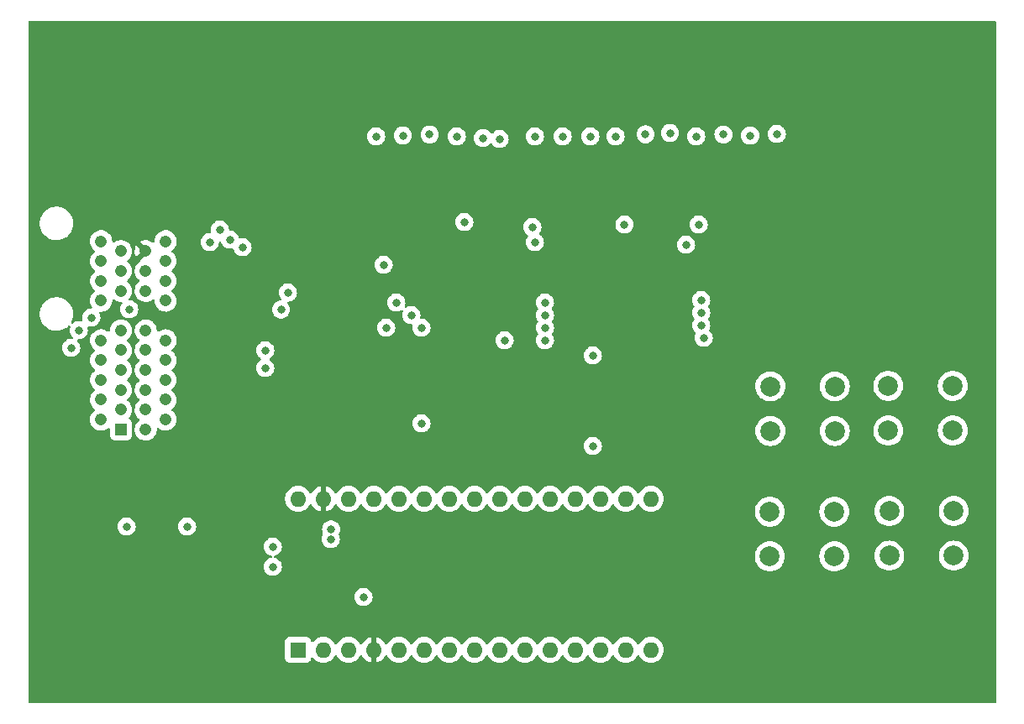
<source format=gbr>
%TF.GenerationSoftware,KiCad,Pcbnew,(6.0.0-0)*%
%TF.CreationDate,2022-01-13T01:42:19-05:00*%
%TF.ProjectId,ROM-Cartridge-programmer,524f4d2d-4361-4727-9472-696467652d70,rev?*%
%TF.SameCoordinates,Original*%
%TF.FileFunction,Copper,L3,Inr*%
%TF.FilePolarity,Positive*%
%FSLAX46Y46*%
G04 Gerber Fmt 4.6, Leading zero omitted, Abs format (unit mm)*
G04 Created by KiCad (PCBNEW (6.0.0-0)) date 2022-01-13 01:42:19*
%MOMM*%
%LPD*%
G01*
G04 APERTURE LIST*
%TA.AperFunction,ComponentPad*%
%ADD10C,2.000000*%
%TD*%
%TA.AperFunction,ComponentPad*%
%ADD11R,1.600000X1.600000*%
%TD*%
%TA.AperFunction,ComponentPad*%
%ADD12O,1.600000X1.600000*%
%TD*%
%TA.AperFunction,ComponentPad*%
%ADD13R,1.208000X1.208000*%
%TD*%
%TA.AperFunction,ComponentPad*%
%ADD14C,1.208000*%
%TD*%
%TA.AperFunction,ViaPad*%
%ADD15C,0.800000*%
%TD*%
G04 APERTURE END LIST*
D10*
%TO.N,/TEST*%
%TO.C,SW1*%
X186436000Y-108784000D03*
X179936000Y-108784000D03*
%TO.N,VCC*%
X179936000Y-113284000D03*
X186436000Y-113284000D03*
%TD*%
D11*
%TO.N,unconnected-(A1-Pad1)*%
%TO.C,A1*%
X132334000Y-135372000D03*
D12*
%TO.N,unconnected-(A1-Pad2)*%
X134874000Y-135372000D03*
%TO.N,Net-(A1-Pad28)*%
X137414000Y-135372000D03*
%TO.N,GND*%
X139954000Y-135372000D03*
%TO.N,/DATA*%
X142494000Y-135372000D03*
%TO.N,/CLOCK*%
X145034000Y-135372000D03*
%TO.N,/LATCH*%
X147574000Y-135372000D03*
%TO.N,/~{RESET}*%
X150114000Y-135372000D03*
%TO.N,/~{SR_OE}*%
X152654000Y-135372000D03*
%TO.N,/TEST*%
X155194000Y-135372000D03*
%TO.N,/PROM*%
X157734000Y-135372000D03*
%TO.N,/PRAM*%
X160274000Y-135372000D03*
%TO.N,/PROG*%
X162814000Y-135372000D03*
%TO.N,unconnected-(A1-Pad14)*%
X165354000Y-135372000D03*
%TO.N,unconnected-(A1-Pad15)*%
X167894000Y-135372000D03*
%TO.N,unconnected-(A1-Pad16)*%
X167894000Y-120132000D03*
%TO.N,unconnected-(A1-Pad17)*%
X165354000Y-120132000D03*
%TO.N,unconnected-(A1-Pad18)*%
X162814000Y-120132000D03*
%TO.N,/~{WRITE}*%
X160274000Y-120132000D03*
%TO.N,/~{READ}*%
X157734000Y-120132000D03*
%TO.N,/~{EN}*%
X155194000Y-120132000D03*
%TO.N,unconnected-(A1-Pad22)*%
X152654000Y-120132000D03*
%TO.N,unconnected-(A1-Pad23)*%
X150114000Y-120132000D03*
%TO.N,unconnected-(A1-Pad24)*%
X147574000Y-120132000D03*
%TO.N,unconnected-(A1-Pad25)*%
X145034000Y-120132000D03*
%TO.N,unconnected-(A1-Pad26)*%
X142494000Y-120132000D03*
%TO.N,VCC*%
X139954000Y-120132000D03*
%TO.N,Net-(A1-Pad28)*%
X137414000Y-120132000D03*
%TO.N,GND*%
X134874000Y-120132000D03*
%TO.N,unconnected-(A1-Pad30)*%
X132334000Y-120132000D03*
%TD*%
D10*
%TO.N,/PRAM*%
%TO.C,SW3*%
X179890000Y-121430000D03*
X186390000Y-121430000D03*
%TO.N,VCC*%
X179890000Y-125930000D03*
X186390000Y-125930000D03*
%TD*%
D13*
%TO.N,/A0*%
%TO.C,J1*%
X114486000Y-113132000D03*
D14*
%TO.N,/A1*%
X112486000Y-112132000D03*
%TO.N,/A2*%
X114486000Y-111132000D03*
%TO.N,/A3*%
X112486000Y-110132000D03*
%TO.N,/A4*%
X114486000Y-109132000D03*
%TO.N,/A5*%
X112486000Y-108132000D03*
%TO.N,/A6*%
X114486000Y-107132000D03*
%TO.N,/A7*%
X112486000Y-106132000D03*
%TO.N,/A8*%
X114486000Y-105132000D03*
%TO.N,/A9*%
X112486000Y-104132000D03*
%TO.N,/A10*%
X114486000Y-103132000D03*
%TO.N,/A11*%
X112486000Y-100132000D03*
%TO.N,/A12*%
X114486000Y-99132000D03*
%TO.N,/A13*%
X112486000Y-98132000D03*
%TO.N,/A14*%
X114486000Y-97132000D03*
%TO.N,/A15*%
X112486000Y-96132000D03*
%TO.N,unconnected-(J1-PadA17)*%
X114486000Y-95132000D03*
%TO.N,unconnected-(J1-PadA18)*%
X112486000Y-94132000D03*
%TO.N,/D0*%
X116986000Y-113132000D03*
%TO.N,/D1*%
X118986000Y-112132000D03*
%TO.N,/D2*%
X116986000Y-111132000D03*
%TO.N,/D3*%
X118986000Y-110132000D03*
%TO.N,/D4*%
X116986000Y-109132000D03*
%TO.N,/D5*%
X118986000Y-108132000D03*
%TO.N,/D6*%
X116986000Y-107132000D03*
%TO.N,/D7*%
X118986000Y-106132000D03*
%TO.N,unconnected-(J1-PadB09)*%
X116986000Y-105132000D03*
%TO.N,unconnected-(J1-PadB10)*%
X118986000Y-104132000D03*
%TO.N,unconnected-(J1-PadB11)*%
X116986000Y-103132000D03*
%TO.N,unconnected-(J1-PadB12)*%
X118986000Y-100132000D03*
%TO.N,unconnected-(J1-PadB13)*%
X116986000Y-99132000D03*
%TO.N,/~{WE}*%
X118986000Y-98132000D03*
%TO.N,/~{READ}*%
X116986000Y-97132000D03*
%TO.N,/~{EN}*%
X118986000Y-96132000D03*
%TO.N,GND*%
X116986000Y-95132000D03*
%TO.N,VCC*%
X118986000Y-94132000D03*
%TD*%
D10*
%TO.N,/PROG*%
%TO.C,SW4*%
X191926000Y-121358000D03*
X198426000Y-121358000D03*
%TO.N,VCC*%
X198426000Y-125858000D03*
X191926000Y-125858000D03*
%TD*%
%TO.N,/PROM*%
%TO.C,SW2*%
X198328000Y-108730000D03*
X191828000Y-108730000D03*
%TO.N,VCC*%
X198328000Y-113230000D03*
X191828000Y-113230000D03*
%TD*%
D15*
%TO.N,/A14*%
X142900400Y-83464400D03*
%TO.N,/A12*%
X148336000Y-83566000D03*
%TO.N,/A7*%
X161798000Y-83566000D03*
X165229876Y-92456000D03*
X172720000Y-92456000D03*
%TO.N,/A6*%
X164338000Y-83566000D03*
%TO.N,/A5*%
X115326900Y-101008989D03*
X167353520Y-83344480D03*
X123444000Y-94234000D03*
%TO.N,/A4*%
X169824400Y-83210400D03*
X111506000Y-101854000D03*
X124460000Y-92964000D03*
%TO.N,/A3*%
X110236000Y-103124000D03*
X172466000Y-83566000D03*
X125476000Y-93980000D03*
%TO.N,/A2*%
X175209200Y-83362800D03*
X126746000Y-94742000D03*
X109474000Y-104902000D03*
%TO.N,/A1*%
X177901600Y-83464400D03*
%TO.N,/A0*%
X180594000Y-83312000D03*
%TO.N,GND*%
X153416000Y-114808000D03*
X135739500Y-75541500D03*
X192186000Y-105302000D03*
X163957000Y-105283000D03*
X180378000Y-105694000D03*
X180272000Y-118508000D03*
X109982000Y-95250000D03*
X147447000Y-105283000D03*
X113688500Y-75541500D03*
X131191000Y-105283000D03*
X182776500Y-75541500D03*
X113538000Y-130810000D03*
X192520000Y-118182000D03*
%TO.N,/D5*%
X131318000Y-99314000D03*
X129032000Y-106934000D03*
%TO.N,/D6*%
X129032000Y-105156000D03*
X130618500Y-101026519D03*
%TO.N,/A10*%
X152654000Y-83820000D03*
%TO.N,/~{READ}*%
X135636000Y-124206000D03*
X121158000Y-122936000D03*
%TO.N,/A11*%
X150977600Y-83718400D03*
%TO.N,/A9*%
X156210000Y-83566000D03*
%TO.N,/A8*%
X159004000Y-83566000D03*
%TO.N,/A13*%
X145592800Y-83362800D03*
%TO.N,VCC*%
X162052000Y-114808000D03*
X156210000Y-94234000D03*
X171450000Y-94488000D03*
X140970000Y-96520000D03*
%TO.N,/~{EN}*%
X115062000Y-122936000D03*
X135660503Y-123206798D03*
%TO.N,/A15*%
X149098000Y-92202000D03*
X140208000Y-83566000D03*
X155956000Y-92710000D03*
%TO.N,/DATA*%
X138938000Y-130048000D03*
X129794000Y-124968000D03*
X129794000Y-127000000D03*
%TO.N,/CLOCK*%
X157226000Y-102870000D03*
X144780000Y-102870000D03*
X172974000Y-102616000D03*
X141224000Y-102870000D03*
%TO.N,/LATCH*%
X143764000Y-101600000D03*
X172974000Y-101346000D03*
X157226000Y-101600000D03*
%TO.N,/~{RESET}*%
X144780000Y-112522000D03*
X157226000Y-104140000D03*
X173228000Y-103886000D03*
X153162000Y-104140000D03*
%TO.N,/~{SR_OE}*%
X162052000Y-105664000D03*
X172974000Y-100076000D03*
X157226000Y-100330000D03*
X142240000Y-100330000D03*
%TD*%
%TA.AperFunction,Conductor*%
%TO.N,GND*%
G36*
X202634121Y-71902002D02*
G01*
X202680614Y-71955658D01*
X202692000Y-72008000D01*
X202692000Y-140590000D01*
X202671998Y-140658121D01*
X202618342Y-140704614D01*
X202566000Y-140716000D01*
X105282000Y-140716000D01*
X105213879Y-140695998D01*
X105167386Y-140642342D01*
X105156000Y-140590000D01*
X105156000Y-136220134D01*
X131025500Y-136220134D01*
X131032255Y-136282316D01*
X131083385Y-136418705D01*
X131170739Y-136535261D01*
X131287295Y-136622615D01*
X131423684Y-136673745D01*
X131485866Y-136680500D01*
X133182134Y-136680500D01*
X133244316Y-136673745D01*
X133380705Y-136622615D01*
X133497261Y-136535261D01*
X133584615Y-136418705D01*
X133635745Y-136282316D01*
X133636917Y-136271526D01*
X133637803Y-136269394D01*
X133638425Y-136266778D01*
X133638848Y-136266879D01*
X133664155Y-136205965D01*
X133722517Y-136165537D01*
X133793471Y-136163078D01*
X133854490Y-136199371D01*
X133861489Y-136208031D01*
X133864643Y-136211789D01*
X133867802Y-136216300D01*
X134029700Y-136378198D01*
X134034208Y-136381355D01*
X134034211Y-136381357D01*
X134075542Y-136410297D01*
X134217251Y-136509523D01*
X134222233Y-136511846D01*
X134222238Y-136511849D01*
X134418765Y-136603490D01*
X134424757Y-136606284D01*
X134430065Y-136607706D01*
X134430067Y-136607707D01*
X134640598Y-136664119D01*
X134640600Y-136664119D01*
X134645913Y-136665543D01*
X134874000Y-136685498D01*
X135102087Y-136665543D01*
X135107400Y-136664119D01*
X135107402Y-136664119D01*
X135317933Y-136607707D01*
X135317935Y-136607706D01*
X135323243Y-136606284D01*
X135329235Y-136603490D01*
X135525762Y-136511849D01*
X135525767Y-136511846D01*
X135530749Y-136509523D01*
X135672458Y-136410297D01*
X135713789Y-136381357D01*
X135713792Y-136381355D01*
X135718300Y-136378198D01*
X135880198Y-136216300D01*
X136011523Y-136028749D01*
X136013846Y-136023767D01*
X136013849Y-136023762D01*
X136029805Y-135989543D01*
X136076722Y-135936258D01*
X136144999Y-135916797D01*
X136212959Y-135937339D01*
X136258195Y-135989543D01*
X136274151Y-136023762D01*
X136274154Y-136023767D01*
X136276477Y-136028749D01*
X136407802Y-136216300D01*
X136569700Y-136378198D01*
X136574208Y-136381355D01*
X136574211Y-136381357D01*
X136615542Y-136410297D01*
X136757251Y-136509523D01*
X136762233Y-136511846D01*
X136762238Y-136511849D01*
X136958765Y-136603490D01*
X136964757Y-136606284D01*
X136970065Y-136607706D01*
X136970067Y-136607707D01*
X137180598Y-136664119D01*
X137180600Y-136664119D01*
X137185913Y-136665543D01*
X137414000Y-136685498D01*
X137642087Y-136665543D01*
X137647400Y-136664119D01*
X137647402Y-136664119D01*
X137857933Y-136607707D01*
X137857935Y-136607706D01*
X137863243Y-136606284D01*
X137869235Y-136603490D01*
X138065762Y-136511849D01*
X138065767Y-136511846D01*
X138070749Y-136509523D01*
X138212458Y-136410297D01*
X138253789Y-136381357D01*
X138253792Y-136381355D01*
X138258300Y-136378198D01*
X138420198Y-136216300D01*
X138551523Y-136028749D01*
X138553846Y-136023767D01*
X138553849Y-136023762D01*
X138570081Y-135988951D01*
X138616998Y-135935666D01*
X138685275Y-135916205D01*
X138753235Y-135936747D01*
X138798471Y-135988951D01*
X138814586Y-136023511D01*
X138820069Y-136033007D01*
X138945028Y-136211467D01*
X138952084Y-136219875D01*
X139106125Y-136373916D01*
X139114533Y-136380972D01*
X139292993Y-136505931D01*
X139302489Y-136511414D01*
X139499947Y-136603490D01*
X139510239Y-136607236D01*
X139682503Y-136653394D01*
X139696599Y-136653058D01*
X139700000Y-136645116D01*
X139700000Y-136639967D01*
X140208000Y-136639967D01*
X140211973Y-136653498D01*
X140220522Y-136654727D01*
X140397761Y-136607236D01*
X140408053Y-136603490D01*
X140605511Y-136511414D01*
X140615007Y-136505931D01*
X140793467Y-136380972D01*
X140801875Y-136373916D01*
X140955916Y-136219875D01*
X140962972Y-136211467D01*
X141087931Y-136033007D01*
X141093414Y-136023511D01*
X141109529Y-135988951D01*
X141156446Y-135935666D01*
X141224723Y-135916205D01*
X141292683Y-135936747D01*
X141337919Y-135988951D01*
X141354151Y-136023762D01*
X141354154Y-136023767D01*
X141356477Y-136028749D01*
X141487802Y-136216300D01*
X141649700Y-136378198D01*
X141654208Y-136381355D01*
X141654211Y-136381357D01*
X141695542Y-136410297D01*
X141837251Y-136509523D01*
X141842233Y-136511846D01*
X141842238Y-136511849D01*
X142038765Y-136603490D01*
X142044757Y-136606284D01*
X142050065Y-136607706D01*
X142050067Y-136607707D01*
X142260598Y-136664119D01*
X142260600Y-136664119D01*
X142265913Y-136665543D01*
X142494000Y-136685498D01*
X142722087Y-136665543D01*
X142727400Y-136664119D01*
X142727402Y-136664119D01*
X142937933Y-136607707D01*
X142937935Y-136607706D01*
X142943243Y-136606284D01*
X142949235Y-136603490D01*
X143145762Y-136511849D01*
X143145767Y-136511846D01*
X143150749Y-136509523D01*
X143292458Y-136410297D01*
X143333789Y-136381357D01*
X143333792Y-136381355D01*
X143338300Y-136378198D01*
X143500198Y-136216300D01*
X143631523Y-136028749D01*
X143633846Y-136023767D01*
X143633849Y-136023762D01*
X143649805Y-135989543D01*
X143696722Y-135936258D01*
X143764999Y-135916797D01*
X143832959Y-135937339D01*
X143878195Y-135989543D01*
X143894151Y-136023762D01*
X143894154Y-136023767D01*
X143896477Y-136028749D01*
X144027802Y-136216300D01*
X144189700Y-136378198D01*
X144194208Y-136381355D01*
X144194211Y-136381357D01*
X144235542Y-136410297D01*
X144377251Y-136509523D01*
X144382233Y-136511846D01*
X144382238Y-136511849D01*
X144578765Y-136603490D01*
X144584757Y-136606284D01*
X144590065Y-136607706D01*
X144590067Y-136607707D01*
X144800598Y-136664119D01*
X144800600Y-136664119D01*
X144805913Y-136665543D01*
X145034000Y-136685498D01*
X145262087Y-136665543D01*
X145267400Y-136664119D01*
X145267402Y-136664119D01*
X145477933Y-136607707D01*
X145477935Y-136607706D01*
X145483243Y-136606284D01*
X145489235Y-136603490D01*
X145685762Y-136511849D01*
X145685767Y-136511846D01*
X145690749Y-136509523D01*
X145832458Y-136410297D01*
X145873789Y-136381357D01*
X145873792Y-136381355D01*
X145878300Y-136378198D01*
X146040198Y-136216300D01*
X146171523Y-136028749D01*
X146173846Y-136023767D01*
X146173849Y-136023762D01*
X146189805Y-135989543D01*
X146236722Y-135936258D01*
X146304999Y-135916797D01*
X146372959Y-135937339D01*
X146418195Y-135989543D01*
X146434151Y-136023762D01*
X146434154Y-136023767D01*
X146436477Y-136028749D01*
X146567802Y-136216300D01*
X146729700Y-136378198D01*
X146734208Y-136381355D01*
X146734211Y-136381357D01*
X146775542Y-136410297D01*
X146917251Y-136509523D01*
X146922233Y-136511846D01*
X146922238Y-136511849D01*
X147118765Y-136603490D01*
X147124757Y-136606284D01*
X147130065Y-136607706D01*
X147130067Y-136607707D01*
X147340598Y-136664119D01*
X147340600Y-136664119D01*
X147345913Y-136665543D01*
X147574000Y-136685498D01*
X147802087Y-136665543D01*
X147807400Y-136664119D01*
X147807402Y-136664119D01*
X148017933Y-136607707D01*
X148017935Y-136607706D01*
X148023243Y-136606284D01*
X148029235Y-136603490D01*
X148225762Y-136511849D01*
X148225767Y-136511846D01*
X148230749Y-136509523D01*
X148372458Y-136410297D01*
X148413789Y-136381357D01*
X148413792Y-136381355D01*
X148418300Y-136378198D01*
X148580198Y-136216300D01*
X148711523Y-136028749D01*
X148713846Y-136023767D01*
X148713849Y-136023762D01*
X148729805Y-135989543D01*
X148776722Y-135936258D01*
X148844999Y-135916797D01*
X148912959Y-135937339D01*
X148958195Y-135989543D01*
X148974151Y-136023762D01*
X148974154Y-136023767D01*
X148976477Y-136028749D01*
X149107802Y-136216300D01*
X149269700Y-136378198D01*
X149274208Y-136381355D01*
X149274211Y-136381357D01*
X149315542Y-136410297D01*
X149457251Y-136509523D01*
X149462233Y-136511846D01*
X149462238Y-136511849D01*
X149658765Y-136603490D01*
X149664757Y-136606284D01*
X149670065Y-136607706D01*
X149670067Y-136607707D01*
X149880598Y-136664119D01*
X149880600Y-136664119D01*
X149885913Y-136665543D01*
X150114000Y-136685498D01*
X150342087Y-136665543D01*
X150347400Y-136664119D01*
X150347402Y-136664119D01*
X150557933Y-136607707D01*
X150557935Y-136607706D01*
X150563243Y-136606284D01*
X150569235Y-136603490D01*
X150765762Y-136511849D01*
X150765767Y-136511846D01*
X150770749Y-136509523D01*
X150912458Y-136410297D01*
X150953789Y-136381357D01*
X150953792Y-136381355D01*
X150958300Y-136378198D01*
X151120198Y-136216300D01*
X151251523Y-136028749D01*
X151253846Y-136023767D01*
X151253849Y-136023762D01*
X151269805Y-135989543D01*
X151316722Y-135936258D01*
X151384999Y-135916797D01*
X151452959Y-135937339D01*
X151498195Y-135989543D01*
X151514151Y-136023762D01*
X151514154Y-136023767D01*
X151516477Y-136028749D01*
X151647802Y-136216300D01*
X151809700Y-136378198D01*
X151814208Y-136381355D01*
X151814211Y-136381357D01*
X151855542Y-136410297D01*
X151997251Y-136509523D01*
X152002233Y-136511846D01*
X152002238Y-136511849D01*
X152198765Y-136603490D01*
X152204757Y-136606284D01*
X152210065Y-136607706D01*
X152210067Y-136607707D01*
X152420598Y-136664119D01*
X152420600Y-136664119D01*
X152425913Y-136665543D01*
X152654000Y-136685498D01*
X152882087Y-136665543D01*
X152887400Y-136664119D01*
X152887402Y-136664119D01*
X153097933Y-136607707D01*
X153097935Y-136607706D01*
X153103243Y-136606284D01*
X153109235Y-136603490D01*
X153305762Y-136511849D01*
X153305767Y-136511846D01*
X153310749Y-136509523D01*
X153452458Y-136410297D01*
X153493789Y-136381357D01*
X153493792Y-136381355D01*
X153498300Y-136378198D01*
X153660198Y-136216300D01*
X153791523Y-136028749D01*
X153793846Y-136023767D01*
X153793849Y-136023762D01*
X153809805Y-135989543D01*
X153856722Y-135936258D01*
X153924999Y-135916797D01*
X153992959Y-135937339D01*
X154038195Y-135989543D01*
X154054151Y-136023762D01*
X154054154Y-136023767D01*
X154056477Y-136028749D01*
X154187802Y-136216300D01*
X154349700Y-136378198D01*
X154354208Y-136381355D01*
X154354211Y-136381357D01*
X154395542Y-136410297D01*
X154537251Y-136509523D01*
X154542233Y-136511846D01*
X154542238Y-136511849D01*
X154738765Y-136603490D01*
X154744757Y-136606284D01*
X154750065Y-136607706D01*
X154750067Y-136607707D01*
X154960598Y-136664119D01*
X154960600Y-136664119D01*
X154965913Y-136665543D01*
X155194000Y-136685498D01*
X155422087Y-136665543D01*
X155427400Y-136664119D01*
X155427402Y-136664119D01*
X155637933Y-136607707D01*
X155637935Y-136607706D01*
X155643243Y-136606284D01*
X155649235Y-136603490D01*
X155845762Y-136511849D01*
X155845767Y-136511846D01*
X155850749Y-136509523D01*
X155992458Y-136410297D01*
X156033789Y-136381357D01*
X156033792Y-136381355D01*
X156038300Y-136378198D01*
X156200198Y-136216300D01*
X156331523Y-136028749D01*
X156333846Y-136023767D01*
X156333849Y-136023762D01*
X156349805Y-135989543D01*
X156396722Y-135936258D01*
X156464999Y-135916797D01*
X156532959Y-135937339D01*
X156578195Y-135989543D01*
X156594151Y-136023762D01*
X156594154Y-136023767D01*
X156596477Y-136028749D01*
X156727802Y-136216300D01*
X156889700Y-136378198D01*
X156894208Y-136381355D01*
X156894211Y-136381357D01*
X156935542Y-136410297D01*
X157077251Y-136509523D01*
X157082233Y-136511846D01*
X157082238Y-136511849D01*
X157278765Y-136603490D01*
X157284757Y-136606284D01*
X157290065Y-136607706D01*
X157290067Y-136607707D01*
X157500598Y-136664119D01*
X157500600Y-136664119D01*
X157505913Y-136665543D01*
X157734000Y-136685498D01*
X157962087Y-136665543D01*
X157967400Y-136664119D01*
X157967402Y-136664119D01*
X158177933Y-136607707D01*
X158177935Y-136607706D01*
X158183243Y-136606284D01*
X158189235Y-136603490D01*
X158385762Y-136511849D01*
X158385767Y-136511846D01*
X158390749Y-136509523D01*
X158532458Y-136410297D01*
X158573789Y-136381357D01*
X158573792Y-136381355D01*
X158578300Y-136378198D01*
X158740198Y-136216300D01*
X158871523Y-136028749D01*
X158873846Y-136023767D01*
X158873849Y-136023762D01*
X158889805Y-135989543D01*
X158936722Y-135936258D01*
X159004999Y-135916797D01*
X159072959Y-135937339D01*
X159118195Y-135989543D01*
X159134151Y-136023762D01*
X159134154Y-136023767D01*
X159136477Y-136028749D01*
X159267802Y-136216300D01*
X159429700Y-136378198D01*
X159434208Y-136381355D01*
X159434211Y-136381357D01*
X159475542Y-136410297D01*
X159617251Y-136509523D01*
X159622233Y-136511846D01*
X159622238Y-136511849D01*
X159818765Y-136603490D01*
X159824757Y-136606284D01*
X159830065Y-136607706D01*
X159830067Y-136607707D01*
X160040598Y-136664119D01*
X160040600Y-136664119D01*
X160045913Y-136665543D01*
X160274000Y-136685498D01*
X160502087Y-136665543D01*
X160507400Y-136664119D01*
X160507402Y-136664119D01*
X160717933Y-136607707D01*
X160717935Y-136607706D01*
X160723243Y-136606284D01*
X160729235Y-136603490D01*
X160925762Y-136511849D01*
X160925767Y-136511846D01*
X160930749Y-136509523D01*
X161072458Y-136410297D01*
X161113789Y-136381357D01*
X161113792Y-136381355D01*
X161118300Y-136378198D01*
X161280198Y-136216300D01*
X161411523Y-136028749D01*
X161413846Y-136023767D01*
X161413849Y-136023762D01*
X161429805Y-135989543D01*
X161476722Y-135936258D01*
X161544999Y-135916797D01*
X161612959Y-135937339D01*
X161658195Y-135989543D01*
X161674151Y-136023762D01*
X161674154Y-136023767D01*
X161676477Y-136028749D01*
X161807802Y-136216300D01*
X161969700Y-136378198D01*
X161974208Y-136381355D01*
X161974211Y-136381357D01*
X162015542Y-136410297D01*
X162157251Y-136509523D01*
X162162233Y-136511846D01*
X162162238Y-136511849D01*
X162358765Y-136603490D01*
X162364757Y-136606284D01*
X162370065Y-136607706D01*
X162370067Y-136607707D01*
X162580598Y-136664119D01*
X162580600Y-136664119D01*
X162585913Y-136665543D01*
X162814000Y-136685498D01*
X163042087Y-136665543D01*
X163047400Y-136664119D01*
X163047402Y-136664119D01*
X163257933Y-136607707D01*
X163257935Y-136607706D01*
X163263243Y-136606284D01*
X163269235Y-136603490D01*
X163465762Y-136511849D01*
X163465767Y-136511846D01*
X163470749Y-136509523D01*
X163612458Y-136410297D01*
X163653789Y-136381357D01*
X163653792Y-136381355D01*
X163658300Y-136378198D01*
X163820198Y-136216300D01*
X163951523Y-136028749D01*
X163953846Y-136023767D01*
X163953849Y-136023762D01*
X163969805Y-135989543D01*
X164016722Y-135936258D01*
X164084999Y-135916797D01*
X164152959Y-135937339D01*
X164198195Y-135989543D01*
X164214151Y-136023762D01*
X164214154Y-136023767D01*
X164216477Y-136028749D01*
X164347802Y-136216300D01*
X164509700Y-136378198D01*
X164514208Y-136381355D01*
X164514211Y-136381357D01*
X164555542Y-136410297D01*
X164697251Y-136509523D01*
X164702233Y-136511846D01*
X164702238Y-136511849D01*
X164898765Y-136603490D01*
X164904757Y-136606284D01*
X164910065Y-136607706D01*
X164910067Y-136607707D01*
X165120598Y-136664119D01*
X165120600Y-136664119D01*
X165125913Y-136665543D01*
X165354000Y-136685498D01*
X165582087Y-136665543D01*
X165587400Y-136664119D01*
X165587402Y-136664119D01*
X165797933Y-136607707D01*
X165797935Y-136607706D01*
X165803243Y-136606284D01*
X165809235Y-136603490D01*
X166005762Y-136511849D01*
X166005767Y-136511846D01*
X166010749Y-136509523D01*
X166152458Y-136410297D01*
X166193789Y-136381357D01*
X166193792Y-136381355D01*
X166198300Y-136378198D01*
X166360198Y-136216300D01*
X166491523Y-136028749D01*
X166493846Y-136023767D01*
X166493849Y-136023762D01*
X166509805Y-135989543D01*
X166556722Y-135936258D01*
X166624999Y-135916797D01*
X166692959Y-135937339D01*
X166738195Y-135989543D01*
X166754151Y-136023762D01*
X166754154Y-136023767D01*
X166756477Y-136028749D01*
X166887802Y-136216300D01*
X167049700Y-136378198D01*
X167054208Y-136381355D01*
X167054211Y-136381357D01*
X167095542Y-136410297D01*
X167237251Y-136509523D01*
X167242233Y-136511846D01*
X167242238Y-136511849D01*
X167438765Y-136603490D01*
X167444757Y-136606284D01*
X167450065Y-136607706D01*
X167450067Y-136607707D01*
X167660598Y-136664119D01*
X167660600Y-136664119D01*
X167665913Y-136665543D01*
X167894000Y-136685498D01*
X168122087Y-136665543D01*
X168127400Y-136664119D01*
X168127402Y-136664119D01*
X168337933Y-136607707D01*
X168337935Y-136607706D01*
X168343243Y-136606284D01*
X168349235Y-136603490D01*
X168545762Y-136511849D01*
X168545767Y-136511846D01*
X168550749Y-136509523D01*
X168692458Y-136410297D01*
X168733789Y-136381357D01*
X168733792Y-136381355D01*
X168738300Y-136378198D01*
X168900198Y-136216300D01*
X169031523Y-136028749D01*
X169033846Y-136023767D01*
X169033849Y-136023762D01*
X169125961Y-135826225D01*
X169125961Y-135826224D01*
X169128284Y-135821243D01*
X169187543Y-135600087D01*
X169207498Y-135372000D01*
X169187543Y-135143913D01*
X169128284Y-134922757D01*
X169033966Y-134720489D01*
X169033849Y-134720238D01*
X169033846Y-134720233D01*
X169031523Y-134715251D01*
X168900198Y-134527700D01*
X168738300Y-134365802D01*
X168733792Y-134362645D01*
X168733789Y-134362643D01*
X168655611Y-134307902D01*
X168550749Y-134234477D01*
X168545767Y-134232154D01*
X168545762Y-134232151D01*
X168348225Y-134140039D01*
X168348224Y-134140039D01*
X168343243Y-134137716D01*
X168337935Y-134136294D01*
X168337933Y-134136293D01*
X168127402Y-134079881D01*
X168127400Y-134079881D01*
X168122087Y-134078457D01*
X167894000Y-134058502D01*
X167665913Y-134078457D01*
X167660600Y-134079881D01*
X167660598Y-134079881D01*
X167450067Y-134136293D01*
X167450065Y-134136294D01*
X167444757Y-134137716D01*
X167439776Y-134140039D01*
X167439775Y-134140039D01*
X167242238Y-134232151D01*
X167242233Y-134232154D01*
X167237251Y-134234477D01*
X167132389Y-134307902D01*
X167054211Y-134362643D01*
X167054208Y-134362645D01*
X167049700Y-134365802D01*
X166887802Y-134527700D01*
X166756477Y-134715251D01*
X166754154Y-134720233D01*
X166754151Y-134720238D01*
X166738195Y-134754457D01*
X166691278Y-134807742D01*
X166623001Y-134827203D01*
X166555041Y-134806661D01*
X166509805Y-134754457D01*
X166493849Y-134720238D01*
X166493846Y-134720233D01*
X166491523Y-134715251D01*
X166360198Y-134527700D01*
X166198300Y-134365802D01*
X166193792Y-134362645D01*
X166193789Y-134362643D01*
X166115611Y-134307902D01*
X166010749Y-134234477D01*
X166005767Y-134232154D01*
X166005762Y-134232151D01*
X165808225Y-134140039D01*
X165808224Y-134140039D01*
X165803243Y-134137716D01*
X165797935Y-134136294D01*
X165797933Y-134136293D01*
X165587402Y-134079881D01*
X165587400Y-134079881D01*
X165582087Y-134078457D01*
X165354000Y-134058502D01*
X165125913Y-134078457D01*
X165120600Y-134079881D01*
X165120598Y-134079881D01*
X164910067Y-134136293D01*
X164910065Y-134136294D01*
X164904757Y-134137716D01*
X164899776Y-134140039D01*
X164899775Y-134140039D01*
X164702238Y-134232151D01*
X164702233Y-134232154D01*
X164697251Y-134234477D01*
X164592389Y-134307902D01*
X164514211Y-134362643D01*
X164514208Y-134362645D01*
X164509700Y-134365802D01*
X164347802Y-134527700D01*
X164216477Y-134715251D01*
X164214154Y-134720233D01*
X164214151Y-134720238D01*
X164198195Y-134754457D01*
X164151278Y-134807742D01*
X164083001Y-134827203D01*
X164015041Y-134806661D01*
X163969805Y-134754457D01*
X163953849Y-134720238D01*
X163953846Y-134720233D01*
X163951523Y-134715251D01*
X163820198Y-134527700D01*
X163658300Y-134365802D01*
X163653792Y-134362645D01*
X163653789Y-134362643D01*
X163575611Y-134307902D01*
X163470749Y-134234477D01*
X163465767Y-134232154D01*
X163465762Y-134232151D01*
X163268225Y-134140039D01*
X163268224Y-134140039D01*
X163263243Y-134137716D01*
X163257935Y-134136294D01*
X163257933Y-134136293D01*
X163047402Y-134079881D01*
X163047400Y-134079881D01*
X163042087Y-134078457D01*
X162814000Y-134058502D01*
X162585913Y-134078457D01*
X162580600Y-134079881D01*
X162580598Y-134079881D01*
X162370067Y-134136293D01*
X162370065Y-134136294D01*
X162364757Y-134137716D01*
X162359776Y-134140039D01*
X162359775Y-134140039D01*
X162162238Y-134232151D01*
X162162233Y-134232154D01*
X162157251Y-134234477D01*
X162052389Y-134307902D01*
X161974211Y-134362643D01*
X161974208Y-134362645D01*
X161969700Y-134365802D01*
X161807802Y-134527700D01*
X161676477Y-134715251D01*
X161674154Y-134720233D01*
X161674151Y-134720238D01*
X161658195Y-134754457D01*
X161611278Y-134807742D01*
X161543001Y-134827203D01*
X161475041Y-134806661D01*
X161429805Y-134754457D01*
X161413849Y-134720238D01*
X161413846Y-134720233D01*
X161411523Y-134715251D01*
X161280198Y-134527700D01*
X161118300Y-134365802D01*
X161113792Y-134362645D01*
X161113789Y-134362643D01*
X161035611Y-134307902D01*
X160930749Y-134234477D01*
X160925767Y-134232154D01*
X160925762Y-134232151D01*
X160728225Y-134140039D01*
X160728224Y-134140039D01*
X160723243Y-134137716D01*
X160717935Y-134136294D01*
X160717933Y-134136293D01*
X160507402Y-134079881D01*
X160507400Y-134079881D01*
X160502087Y-134078457D01*
X160274000Y-134058502D01*
X160045913Y-134078457D01*
X160040600Y-134079881D01*
X160040598Y-134079881D01*
X159830067Y-134136293D01*
X159830065Y-134136294D01*
X159824757Y-134137716D01*
X159819776Y-134140039D01*
X159819775Y-134140039D01*
X159622238Y-134232151D01*
X159622233Y-134232154D01*
X159617251Y-134234477D01*
X159512389Y-134307902D01*
X159434211Y-134362643D01*
X159434208Y-134362645D01*
X159429700Y-134365802D01*
X159267802Y-134527700D01*
X159136477Y-134715251D01*
X159134154Y-134720233D01*
X159134151Y-134720238D01*
X159118195Y-134754457D01*
X159071278Y-134807742D01*
X159003001Y-134827203D01*
X158935041Y-134806661D01*
X158889805Y-134754457D01*
X158873849Y-134720238D01*
X158873846Y-134720233D01*
X158871523Y-134715251D01*
X158740198Y-134527700D01*
X158578300Y-134365802D01*
X158573792Y-134362645D01*
X158573789Y-134362643D01*
X158495611Y-134307902D01*
X158390749Y-134234477D01*
X158385767Y-134232154D01*
X158385762Y-134232151D01*
X158188225Y-134140039D01*
X158188224Y-134140039D01*
X158183243Y-134137716D01*
X158177935Y-134136294D01*
X158177933Y-134136293D01*
X157967402Y-134079881D01*
X157967400Y-134079881D01*
X157962087Y-134078457D01*
X157734000Y-134058502D01*
X157505913Y-134078457D01*
X157500600Y-134079881D01*
X157500598Y-134079881D01*
X157290067Y-134136293D01*
X157290065Y-134136294D01*
X157284757Y-134137716D01*
X157279776Y-134140039D01*
X157279775Y-134140039D01*
X157082238Y-134232151D01*
X157082233Y-134232154D01*
X157077251Y-134234477D01*
X156972389Y-134307902D01*
X156894211Y-134362643D01*
X156894208Y-134362645D01*
X156889700Y-134365802D01*
X156727802Y-134527700D01*
X156596477Y-134715251D01*
X156594154Y-134720233D01*
X156594151Y-134720238D01*
X156578195Y-134754457D01*
X156531278Y-134807742D01*
X156463001Y-134827203D01*
X156395041Y-134806661D01*
X156349805Y-134754457D01*
X156333849Y-134720238D01*
X156333846Y-134720233D01*
X156331523Y-134715251D01*
X156200198Y-134527700D01*
X156038300Y-134365802D01*
X156033792Y-134362645D01*
X156033789Y-134362643D01*
X155955611Y-134307902D01*
X155850749Y-134234477D01*
X155845767Y-134232154D01*
X155845762Y-134232151D01*
X155648225Y-134140039D01*
X155648224Y-134140039D01*
X155643243Y-134137716D01*
X155637935Y-134136294D01*
X155637933Y-134136293D01*
X155427402Y-134079881D01*
X155427400Y-134079881D01*
X155422087Y-134078457D01*
X155194000Y-134058502D01*
X154965913Y-134078457D01*
X154960600Y-134079881D01*
X154960598Y-134079881D01*
X154750067Y-134136293D01*
X154750065Y-134136294D01*
X154744757Y-134137716D01*
X154739776Y-134140039D01*
X154739775Y-134140039D01*
X154542238Y-134232151D01*
X154542233Y-134232154D01*
X154537251Y-134234477D01*
X154432389Y-134307902D01*
X154354211Y-134362643D01*
X154354208Y-134362645D01*
X154349700Y-134365802D01*
X154187802Y-134527700D01*
X154056477Y-134715251D01*
X154054154Y-134720233D01*
X154054151Y-134720238D01*
X154038195Y-134754457D01*
X153991278Y-134807742D01*
X153923001Y-134827203D01*
X153855041Y-134806661D01*
X153809805Y-134754457D01*
X153793849Y-134720238D01*
X153793846Y-134720233D01*
X153791523Y-134715251D01*
X153660198Y-134527700D01*
X153498300Y-134365802D01*
X153493792Y-134362645D01*
X153493789Y-134362643D01*
X153415611Y-134307902D01*
X153310749Y-134234477D01*
X153305767Y-134232154D01*
X153305762Y-134232151D01*
X153108225Y-134140039D01*
X153108224Y-134140039D01*
X153103243Y-134137716D01*
X153097935Y-134136294D01*
X153097933Y-134136293D01*
X152887402Y-134079881D01*
X152887400Y-134079881D01*
X152882087Y-134078457D01*
X152654000Y-134058502D01*
X152425913Y-134078457D01*
X152420600Y-134079881D01*
X152420598Y-134079881D01*
X152210067Y-134136293D01*
X152210065Y-134136294D01*
X152204757Y-134137716D01*
X152199776Y-134140039D01*
X152199775Y-134140039D01*
X152002238Y-134232151D01*
X152002233Y-134232154D01*
X151997251Y-134234477D01*
X151892389Y-134307902D01*
X151814211Y-134362643D01*
X151814208Y-134362645D01*
X151809700Y-134365802D01*
X151647802Y-134527700D01*
X151516477Y-134715251D01*
X151514154Y-134720233D01*
X151514151Y-134720238D01*
X151498195Y-134754457D01*
X151451278Y-134807742D01*
X151383001Y-134827203D01*
X151315041Y-134806661D01*
X151269805Y-134754457D01*
X151253849Y-134720238D01*
X151253846Y-134720233D01*
X151251523Y-134715251D01*
X151120198Y-134527700D01*
X150958300Y-134365802D01*
X150953792Y-134362645D01*
X150953789Y-134362643D01*
X150875611Y-134307902D01*
X150770749Y-134234477D01*
X150765767Y-134232154D01*
X150765762Y-134232151D01*
X150568225Y-134140039D01*
X150568224Y-134140039D01*
X150563243Y-134137716D01*
X150557935Y-134136294D01*
X150557933Y-134136293D01*
X150347402Y-134079881D01*
X150347400Y-134079881D01*
X150342087Y-134078457D01*
X150114000Y-134058502D01*
X149885913Y-134078457D01*
X149880600Y-134079881D01*
X149880598Y-134079881D01*
X149670067Y-134136293D01*
X149670065Y-134136294D01*
X149664757Y-134137716D01*
X149659776Y-134140039D01*
X149659775Y-134140039D01*
X149462238Y-134232151D01*
X149462233Y-134232154D01*
X149457251Y-134234477D01*
X149352389Y-134307902D01*
X149274211Y-134362643D01*
X149274208Y-134362645D01*
X149269700Y-134365802D01*
X149107802Y-134527700D01*
X148976477Y-134715251D01*
X148974154Y-134720233D01*
X148974151Y-134720238D01*
X148958195Y-134754457D01*
X148911278Y-134807742D01*
X148843001Y-134827203D01*
X148775041Y-134806661D01*
X148729805Y-134754457D01*
X148713849Y-134720238D01*
X148713846Y-134720233D01*
X148711523Y-134715251D01*
X148580198Y-134527700D01*
X148418300Y-134365802D01*
X148413792Y-134362645D01*
X148413789Y-134362643D01*
X148335611Y-134307902D01*
X148230749Y-134234477D01*
X148225767Y-134232154D01*
X148225762Y-134232151D01*
X148028225Y-134140039D01*
X148028224Y-134140039D01*
X148023243Y-134137716D01*
X148017935Y-134136294D01*
X148017933Y-134136293D01*
X147807402Y-134079881D01*
X147807400Y-134079881D01*
X147802087Y-134078457D01*
X147574000Y-134058502D01*
X147345913Y-134078457D01*
X147340600Y-134079881D01*
X147340598Y-134079881D01*
X147130067Y-134136293D01*
X147130065Y-134136294D01*
X147124757Y-134137716D01*
X147119776Y-134140039D01*
X147119775Y-134140039D01*
X146922238Y-134232151D01*
X146922233Y-134232154D01*
X146917251Y-134234477D01*
X146812389Y-134307902D01*
X146734211Y-134362643D01*
X146734208Y-134362645D01*
X146729700Y-134365802D01*
X146567802Y-134527700D01*
X146436477Y-134715251D01*
X146434154Y-134720233D01*
X146434151Y-134720238D01*
X146418195Y-134754457D01*
X146371278Y-134807742D01*
X146303001Y-134827203D01*
X146235041Y-134806661D01*
X146189805Y-134754457D01*
X146173849Y-134720238D01*
X146173846Y-134720233D01*
X146171523Y-134715251D01*
X146040198Y-134527700D01*
X145878300Y-134365802D01*
X145873792Y-134362645D01*
X145873789Y-134362643D01*
X145795611Y-134307902D01*
X145690749Y-134234477D01*
X145685767Y-134232154D01*
X145685762Y-134232151D01*
X145488225Y-134140039D01*
X145488224Y-134140039D01*
X145483243Y-134137716D01*
X145477935Y-134136294D01*
X145477933Y-134136293D01*
X145267402Y-134079881D01*
X145267400Y-134079881D01*
X145262087Y-134078457D01*
X145034000Y-134058502D01*
X144805913Y-134078457D01*
X144800600Y-134079881D01*
X144800598Y-134079881D01*
X144590067Y-134136293D01*
X144590065Y-134136294D01*
X144584757Y-134137716D01*
X144579776Y-134140039D01*
X144579775Y-134140039D01*
X144382238Y-134232151D01*
X144382233Y-134232154D01*
X144377251Y-134234477D01*
X144272389Y-134307902D01*
X144194211Y-134362643D01*
X144194208Y-134362645D01*
X144189700Y-134365802D01*
X144027802Y-134527700D01*
X143896477Y-134715251D01*
X143894154Y-134720233D01*
X143894151Y-134720238D01*
X143878195Y-134754457D01*
X143831278Y-134807742D01*
X143763001Y-134827203D01*
X143695041Y-134806661D01*
X143649805Y-134754457D01*
X143633849Y-134720238D01*
X143633846Y-134720233D01*
X143631523Y-134715251D01*
X143500198Y-134527700D01*
X143338300Y-134365802D01*
X143333792Y-134362645D01*
X143333789Y-134362643D01*
X143255611Y-134307902D01*
X143150749Y-134234477D01*
X143145767Y-134232154D01*
X143145762Y-134232151D01*
X142948225Y-134140039D01*
X142948224Y-134140039D01*
X142943243Y-134137716D01*
X142937935Y-134136294D01*
X142937933Y-134136293D01*
X142727402Y-134079881D01*
X142727400Y-134079881D01*
X142722087Y-134078457D01*
X142494000Y-134058502D01*
X142265913Y-134078457D01*
X142260600Y-134079881D01*
X142260598Y-134079881D01*
X142050067Y-134136293D01*
X142050065Y-134136294D01*
X142044757Y-134137716D01*
X142039776Y-134140039D01*
X142039775Y-134140039D01*
X141842238Y-134232151D01*
X141842233Y-134232154D01*
X141837251Y-134234477D01*
X141732389Y-134307902D01*
X141654211Y-134362643D01*
X141654208Y-134362645D01*
X141649700Y-134365802D01*
X141487802Y-134527700D01*
X141356477Y-134715251D01*
X141354154Y-134720233D01*
X141354151Y-134720238D01*
X141337919Y-134755049D01*
X141291002Y-134808334D01*
X141222725Y-134827795D01*
X141154765Y-134807253D01*
X141109529Y-134755049D01*
X141093414Y-134720489D01*
X141087931Y-134710993D01*
X140962972Y-134532533D01*
X140955916Y-134524125D01*
X140801875Y-134370084D01*
X140793467Y-134363028D01*
X140615007Y-134238069D01*
X140605511Y-134232586D01*
X140408053Y-134140510D01*
X140397761Y-134136764D01*
X140225497Y-134090606D01*
X140211401Y-134090942D01*
X140208000Y-134098884D01*
X140208000Y-136639967D01*
X139700000Y-136639967D01*
X139700000Y-134104033D01*
X139696027Y-134090502D01*
X139687478Y-134089273D01*
X139510239Y-134136764D01*
X139499947Y-134140510D01*
X139302489Y-134232586D01*
X139292993Y-134238069D01*
X139114533Y-134363028D01*
X139106125Y-134370084D01*
X138952084Y-134524125D01*
X138945028Y-134532533D01*
X138820069Y-134710993D01*
X138814586Y-134720489D01*
X138798471Y-134755049D01*
X138751554Y-134808334D01*
X138683277Y-134827795D01*
X138615317Y-134807253D01*
X138570081Y-134755049D01*
X138553849Y-134720238D01*
X138553846Y-134720233D01*
X138551523Y-134715251D01*
X138420198Y-134527700D01*
X138258300Y-134365802D01*
X138253792Y-134362645D01*
X138253789Y-134362643D01*
X138175611Y-134307902D01*
X138070749Y-134234477D01*
X138065767Y-134232154D01*
X138065762Y-134232151D01*
X137868225Y-134140039D01*
X137868224Y-134140039D01*
X137863243Y-134137716D01*
X137857935Y-134136294D01*
X137857933Y-134136293D01*
X137647402Y-134079881D01*
X137647400Y-134079881D01*
X137642087Y-134078457D01*
X137414000Y-134058502D01*
X137185913Y-134078457D01*
X137180600Y-134079881D01*
X137180598Y-134079881D01*
X136970067Y-134136293D01*
X136970065Y-134136294D01*
X136964757Y-134137716D01*
X136959776Y-134140039D01*
X136959775Y-134140039D01*
X136762238Y-134232151D01*
X136762233Y-134232154D01*
X136757251Y-134234477D01*
X136652389Y-134307902D01*
X136574211Y-134362643D01*
X136574208Y-134362645D01*
X136569700Y-134365802D01*
X136407802Y-134527700D01*
X136276477Y-134715251D01*
X136274154Y-134720233D01*
X136274151Y-134720238D01*
X136258195Y-134754457D01*
X136211278Y-134807742D01*
X136143001Y-134827203D01*
X136075041Y-134806661D01*
X136029805Y-134754457D01*
X136013849Y-134720238D01*
X136013846Y-134720233D01*
X136011523Y-134715251D01*
X135880198Y-134527700D01*
X135718300Y-134365802D01*
X135713792Y-134362645D01*
X135713789Y-134362643D01*
X135635611Y-134307902D01*
X135530749Y-134234477D01*
X135525767Y-134232154D01*
X135525762Y-134232151D01*
X135328225Y-134140039D01*
X135328224Y-134140039D01*
X135323243Y-134137716D01*
X135317935Y-134136294D01*
X135317933Y-134136293D01*
X135107402Y-134079881D01*
X135107400Y-134079881D01*
X135102087Y-134078457D01*
X134874000Y-134058502D01*
X134645913Y-134078457D01*
X134640600Y-134079881D01*
X134640598Y-134079881D01*
X134430067Y-134136293D01*
X134430065Y-134136294D01*
X134424757Y-134137716D01*
X134419776Y-134140039D01*
X134419775Y-134140039D01*
X134222238Y-134232151D01*
X134222233Y-134232154D01*
X134217251Y-134234477D01*
X134112389Y-134307902D01*
X134034211Y-134362643D01*
X134034208Y-134362645D01*
X134029700Y-134365802D01*
X133867802Y-134527700D01*
X133864643Y-134532211D01*
X133861108Y-134536424D01*
X133859974Y-134535473D01*
X133809929Y-134575471D01*
X133739310Y-134582776D01*
X133675951Y-134550742D01*
X133639970Y-134489538D01*
X133636918Y-134472483D01*
X133635745Y-134461684D01*
X133584615Y-134325295D01*
X133497261Y-134208739D01*
X133380705Y-134121385D01*
X133244316Y-134070255D01*
X133182134Y-134063500D01*
X131485866Y-134063500D01*
X131423684Y-134070255D01*
X131287295Y-134121385D01*
X131170739Y-134208739D01*
X131083385Y-134325295D01*
X131032255Y-134461684D01*
X131025500Y-134523866D01*
X131025500Y-136220134D01*
X105156000Y-136220134D01*
X105156000Y-130048000D01*
X138024496Y-130048000D01*
X138044458Y-130237928D01*
X138103473Y-130419556D01*
X138198960Y-130584944D01*
X138326747Y-130726866D01*
X138481248Y-130839118D01*
X138487276Y-130841802D01*
X138487278Y-130841803D01*
X138649681Y-130914109D01*
X138655712Y-130916794D01*
X138749113Y-130936647D01*
X138836056Y-130955128D01*
X138836061Y-130955128D01*
X138842513Y-130956500D01*
X139033487Y-130956500D01*
X139039939Y-130955128D01*
X139039944Y-130955128D01*
X139126887Y-130936647D01*
X139220288Y-130916794D01*
X139226319Y-130914109D01*
X139388722Y-130841803D01*
X139388724Y-130841802D01*
X139394752Y-130839118D01*
X139549253Y-130726866D01*
X139677040Y-130584944D01*
X139772527Y-130419556D01*
X139831542Y-130237928D01*
X139851504Y-130048000D01*
X139831542Y-129858072D01*
X139772527Y-129676444D01*
X139677040Y-129511056D01*
X139549253Y-129369134D01*
X139394752Y-129256882D01*
X139388724Y-129254198D01*
X139388722Y-129254197D01*
X139226319Y-129181891D01*
X139226318Y-129181891D01*
X139220288Y-129179206D01*
X139126887Y-129159353D01*
X139039944Y-129140872D01*
X139039939Y-129140872D01*
X139033487Y-129139500D01*
X138842513Y-129139500D01*
X138836061Y-129140872D01*
X138836056Y-129140872D01*
X138749113Y-129159353D01*
X138655712Y-129179206D01*
X138649682Y-129181891D01*
X138649681Y-129181891D01*
X138487278Y-129254197D01*
X138487276Y-129254198D01*
X138481248Y-129256882D01*
X138326747Y-129369134D01*
X138198960Y-129511056D01*
X138103473Y-129676444D01*
X138044458Y-129858072D01*
X138024496Y-130048000D01*
X105156000Y-130048000D01*
X105156000Y-127000000D01*
X128880496Y-127000000D01*
X128900458Y-127189928D01*
X128959473Y-127371556D01*
X128962776Y-127377278D01*
X128962777Y-127377279D01*
X128996686Y-127436010D01*
X129054960Y-127536944D01*
X129182747Y-127678866D01*
X129337248Y-127791118D01*
X129343276Y-127793802D01*
X129343278Y-127793803D01*
X129505681Y-127866109D01*
X129511712Y-127868794D01*
X129605112Y-127888647D01*
X129692056Y-127907128D01*
X129692061Y-127907128D01*
X129698513Y-127908500D01*
X129889487Y-127908500D01*
X129895939Y-127907128D01*
X129895944Y-127907128D01*
X129982888Y-127888647D01*
X130076288Y-127868794D01*
X130082319Y-127866109D01*
X130244722Y-127793803D01*
X130244724Y-127793802D01*
X130250752Y-127791118D01*
X130405253Y-127678866D01*
X130533040Y-127536944D01*
X130591314Y-127436010D01*
X130625223Y-127377279D01*
X130625224Y-127377278D01*
X130628527Y-127371556D01*
X130687542Y-127189928D01*
X130707504Y-127000000D01*
X130706814Y-126993435D01*
X130688232Y-126816635D01*
X130688232Y-126816633D01*
X130687542Y-126810072D01*
X130628527Y-126628444D01*
X130621899Y-126616963D01*
X130536341Y-126468774D01*
X130533040Y-126463056D01*
X130478216Y-126402167D01*
X130409675Y-126326045D01*
X130409674Y-126326044D01*
X130405253Y-126321134D01*
X130250752Y-126208882D01*
X130244724Y-126206198D01*
X130244722Y-126206197D01*
X130082319Y-126133891D01*
X130082318Y-126133891D01*
X130076288Y-126131206D01*
X129963570Y-126107247D01*
X129901097Y-126073518D01*
X129866775Y-126011369D01*
X129871503Y-125940530D01*
X129879308Y-125930000D01*
X178376835Y-125930000D01*
X178395465Y-126166711D01*
X178396619Y-126171518D01*
X178396620Y-126171524D01*
X178405589Y-126208882D01*
X178450895Y-126397594D01*
X178452788Y-126402165D01*
X178452789Y-126402167D01*
X178513685Y-126549183D01*
X178541760Y-126616963D01*
X178544346Y-126621183D01*
X178663241Y-126815202D01*
X178663245Y-126815208D01*
X178665824Y-126819416D01*
X178820031Y-126999969D01*
X179000584Y-127154176D01*
X179004792Y-127156755D01*
X179004798Y-127156759D01*
X179198817Y-127275654D01*
X179203037Y-127278240D01*
X179207607Y-127280133D01*
X179207611Y-127280135D01*
X179417833Y-127367211D01*
X179422406Y-127369105D01*
X179502609Y-127388360D01*
X179648476Y-127423380D01*
X179648482Y-127423381D01*
X179653289Y-127424535D01*
X179890000Y-127443165D01*
X180126711Y-127424535D01*
X180131518Y-127423381D01*
X180131524Y-127423380D01*
X180277391Y-127388360D01*
X180357594Y-127369105D01*
X180362167Y-127367211D01*
X180572389Y-127280135D01*
X180572393Y-127280133D01*
X180576963Y-127278240D01*
X180581183Y-127275654D01*
X180775202Y-127156759D01*
X180775208Y-127156755D01*
X180779416Y-127154176D01*
X180959969Y-126999969D01*
X181114176Y-126819416D01*
X181116755Y-126815208D01*
X181116759Y-126815202D01*
X181235654Y-126621183D01*
X181238240Y-126616963D01*
X181266316Y-126549183D01*
X181327211Y-126402167D01*
X181327212Y-126402165D01*
X181329105Y-126397594D01*
X181374411Y-126208882D01*
X181383380Y-126171524D01*
X181383381Y-126171518D01*
X181384535Y-126166711D01*
X181403165Y-125930000D01*
X184876835Y-125930000D01*
X184895465Y-126166711D01*
X184896619Y-126171518D01*
X184896620Y-126171524D01*
X184905589Y-126208882D01*
X184950895Y-126397594D01*
X184952788Y-126402165D01*
X184952789Y-126402167D01*
X185013685Y-126549183D01*
X185041760Y-126616963D01*
X185044346Y-126621183D01*
X185163241Y-126815202D01*
X185163245Y-126815208D01*
X185165824Y-126819416D01*
X185320031Y-126999969D01*
X185500584Y-127154176D01*
X185504792Y-127156755D01*
X185504798Y-127156759D01*
X185698817Y-127275654D01*
X185703037Y-127278240D01*
X185707607Y-127280133D01*
X185707611Y-127280135D01*
X185917833Y-127367211D01*
X185922406Y-127369105D01*
X186002609Y-127388360D01*
X186148476Y-127423380D01*
X186148482Y-127423381D01*
X186153289Y-127424535D01*
X186390000Y-127443165D01*
X186626711Y-127424535D01*
X186631518Y-127423381D01*
X186631524Y-127423380D01*
X186777391Y-127388360D01*
X186857594Y-127369105D01*
X186862167Y-127367211D01*
X187072389Y-127280135D01*
X187072393Y-127280133D01*
X187076963Y-127278240D01*
X187081183Y-127275654D01*
X187275202Y-127156759D01*
X187275208Y-127156755D01*
X187279416Y-127154176D01*
X187459969Y-126999969D01*
X187614176Y-126819416D01*
X187616755Y-126815208D01*
X187616759Y-126815202D01*
X187735654Y-126621183D01*
X187738240Y-126616963D01*
X187766316Y-126549183D01*
X187827211Y-126402167D01*
X187827212Y-126402165D01*
X187829105Y-126397594D01*
X187874411Y-126208882D01*
X187883380Y-126171524D01*
X187883381Y-126171518D01*
X187884535Y-126166711D01*
X187903165Y-125930000D01*
X187897498Y-125858000D01*
X190412835Y-125858000D01*
X190431465Y-126094711D01*
X190432619Y-126099518D01*
X190432620Y-126099524D01*
X190449906Y-126171524D01*
X190486895Y-126325594D01*
X190488788Y-126330165D01*
X190488789Y-126330167D01*
X190546202Y-126468774D01*
X190577760Y-126544963D01*
X190580346Y-126549183D01*
X190699241Y-126743202D01*
X190699245Y-126743208D01*
X190701824Y-126747416D01*
X190856031Y-126927969D01*
X191036584Y-127082176D01*
X191040792Y-127084755D01*
X191040798Y-127084759D01*
X191212418Y-127189928D01*
X191239037Y-127206240D01*
X191243607Y-127208133D01*
X191243611Y-127208135D01*
X191453833Y-127295211D01*
X191458406Y-127297105D01*
X191538609Y-127316360D01*
X191684476Y-127351380D01*
X191684482Y-127351381D01*
X191689289Y-127352535D01*
X191926000Y-127371165D01*
X192162711Y-127352535D01*
X192167518Y-127351381D01*
X192167524Y-127351380D01*
X192313391Y-127316360D01*
X192393594Y-127297105D01*
X192398167Y-127295211D01*
X192608389Y-127208135D01*
X192608393Y-127208133D01*
X192612963Y-127206240D01*
X192639582Y-127189928D01*
X192811202Y-127084759D01*
X192811208Y-127084755D01*
X192815416Y-127082176D01*
X192995969Y-126927969D01*
X193150176Y-126747416D01*
X193152755Y-126743208D01*
X193152759Y-126743202D01*
X193271654Y-126549183D01*
X193274240Y-126544963D01*
X193305799Y-126468774D01*
X193363211Y-126330167D01*
X193363212Y-126330165D01*
X193365105Y-126325594D01*
X193402094Y-126171524D01*
X193419380Y-126099524D01*
X193419381Y-126099518D01*
X193420535Y-126094711D01*
X193439165Y-125858000D01*
X196912835Y-125858000D01*
X196931465Y-126094711D01*
X196932619Y-126099518D01*
X196932620Y-126099524D01*
X196949906Y-126171524D01*
X196986895Y-126325594D01*
X196988788Y-126330165D01*
X196988789Y-126330167D01*
X197046202Y-126468774D01*
X197077760Y-126544963D01*
X197080346Y-126549183D01*
X197199241Y-126743202D01*
X197199245Y-126743208D01*
X197201824Y-126747416D01*
X197356031Y-126927969D01*
X197536584Y-127082176D01*
X197540792Y-127084755D01*
X197540798Y-127084759D01*
X197712418Y-127189928D01*
X197739037Y-127206240D01*
X197743607Y-127208133D01*
X197743611Y-127208135D01*
X197953833Y-127295211D01*
X197958406Y-127297105D01*
X198038609Y-127316360D01*
X198184476Y-127351380D01*
X198184482Y-127351381D01*
X198189289Y-127352535D01*
X198426000Y-127371165D01*
X198662711Y-127352535D01*
X198667518Y-127351381D01*
X198667524Y-127351380D01*
X198813391Y-127316360D01*
X198893594Y-127297105D01*
X198898167Y-127295211D01*
X199108389Y-127208135D01*
X199108393Y-127208133D01*
X199112963Y-127206240D01*
X199139582Y-127189928D01*
X199311202Y-127084759D01*
X199311208Y-127084755D01*
X199315416Y-127082176D01*
X199495969Y-126927969D01*
X199650176Y-126747416D01*
X199652755Y-126743208D01*
X199652759Y-126743202D01*
X199771654Y-126549183D01*
X199774240Y-126544963D01*
X199805799Y-126468774D01*
X199863211Y-126330167D01*
X199863212Y-126330165D01*
X199865105Y-126325594D01*
X199902094Y-126171524D01*
X199919380Y-126099524D01*
X199919381Y-126099518D01*
X199920535Y-126094711D01*
X199939165Y-125858000D01*
X199920535Y-125621289D01*
X199893782Y-125509852D01*
X199866260Y-125395218D01*
X199865105Y-125390406D01*
X199846413Y-125345279D01*
X199776135Y-125175611D01*
X199776133Y-125175607D01*
X199774240Y-125171037D01*
X199713617Y-125072109D01*
X199652759Y-124972798D01*
X199652755Y-124972792D01*
X199650176Y-124968584D01*
X199495969Y-124788031D01*
X199315416Y-124633824D01*
X199311208Y-124631245D01*
X199311202Y-124631241D01*
X199117183Y-124512346D01*
X199112963Y-124509760D01*
X199108393Y-124507867D01*
X199108389Y-124507865D01*
X198898167Y-124420789D01*
X198898165Y-124420788D01*
X198893594Y-124418895D01*
X198813391Y-124399640D01*
X198667524Y-124364620D01*
X198667518Y-124364619D01*
X198662711Y-124363465D01*
X198426000Y-124344835D01*
X198189289Y-124363465D01*
X198184482Y-124364619D01*
X198184476Y-124364620D01*
X198038609Y-124399640D01*
X197958406Y-124418895D01*
X197953835Y-124420788D01*
X197953833Y-124420789D01*
X197743611Y-124507865D01*
X197743607Y-124507867D01*
X197739037Y-124509760D01*
X197734817Y-124512346D01*
X197540798Y-124631241D01*
X197540792Y-124631245D01*
X197536584Y-124633824D01*
X197356031Y-124788031D01*
X197201824Y-124968584D01*
X197199245Y-124972792D01*
X197199241Y-124972798D01*
X197138383Y-125072109D01*
X197077760Y-125171037D01*
X197075867Y-125175607D01*
X197075865Y-125175611D01*
X197005587Y-125345279D01*
X196986895Y-125390406D01*
X196985740Y-125395218D01*
X196958219Y-125509852D01*
X196931465Y-125621289D01*
X196912835Y-125858000D01*
X193439165Y-125858000D01*
X193420535Y-125621289D01*
X193393782Y-125509852D01*
X193366260Y-125395218D01*
X193365105Y-125390406D01*
X193346413Y-125345279D01*
X193276135Y-125175611D01*
X193276133Y-125175607D01*
X193274240Y-125171037D01*
X193213617Y-125072109D01*
X193152759Y-124972798D01*
X193152755Y-124972792D01*
X193150176Y-124968584D01*
X192995969Y-124788031D01*
X192815416Y-124633824D01*
X192811208Y-124631245D01*
X192811202Y-124631241D01*
X192617183Y-124512346D01*
X192612963Y-124509760D01*
X192608393Y-124507867D01*
X192608389Y-124507865D01*
X192398167Y-124420789D01*
X192398165Y-124420788D01*
X192393594Y-124418895D01*
X192313391Y-124399640D01*
X192167524Y-124364620D01*
X192167518Y-124364619D01*
X192162711Y-124363465D01*
X191926000Y-124344835D01*
X191689289Y-124363465D01*
X191684482Y-124364619D01*
X191684476Y-124364620D01*
X191538609Y-124399640D01*
X191458406Y-124418895D01*
X191453835Y-124420788D01*
X191453833Y-124420789D01*
X191243611Y-124507865D01*
X191243607Y-124507867D01*
X191239037Y-124509760D01*
X191234817Y-124512346D01*
X191040798Y-124631241D01*
X191040792Y-124631245D01*
X191036584Y-124633824D01*
X190856031Y-124788031D01*
X190701824Y-124968584D01*
X190699245Y-124972792D01*
X190699241Y-124972798D01*
X190638383Y-125072109D01*
X190577760Y-125171037D01*
X190575867Y-125175607D01*
X190575865Y-125175611D01*
X190505587Y-125345279D01*
X190486895Y-125390406D01*
X190485740Y-125395218D01*
X190458219Y-125509852D01*
X190431465Y-125621289D01*
X190412835Y-125858000D01*
X187897498Y-125858000D01*
X187884535Y-125693289D01*
X187867250Y-125621289D01*
X187830260Y-125467218D01*
X187829105Y-125462406D01*
X187780590Y-125345279D01*
X187740135Y-125247611D01*
X187740133Y-125247607D01*
X187738240Y-125243037D01*
X187659472Y-125114500D01*
X187616759Y-125044798D01*
X187616755Y-125044792D01*
X187614176Y-125040584D01*
X187459969Y-124860031D01*
X187279416Y-124705824D01*
X187275208Y-124703245D01*
X187275202Y-124703241D01*
X187081183Y-124584346D01*
X187076963Y-124581760D01*
X187072393Y-124579867D01*
X187072389Y-124579865D01*
X186862167Y-124492789D01*
X186862165Y-124492788D01*
X186857594Y-124490895D01*
X186777391Y-124471640D01*
X186631524Y-124436620D01*
X186631518Y-124436619D01*
X186626711Y-124435465D01*
X186390000Y-124416835D01*
X186153289Y-124435465D01*
X186148482Y-124436619D01*
X186148476Y-124436620D01*
X186002609Y-124471640D01*
X185922406Y-124490895D01*
X185917835Y-124492788D01*
X185917833Y-124492789D01*
X185707611Y-124579865D01*
X185707607Y-124579867D01*
X185703037Y-124581760D01*
X185698817Y-124584346D01*
X185504798Y-124703241D01*
X185504792Y-124703245D01*
X185500584Y-124705824D01*
X185320031Y-124860031D01*
X185165824Y-125040584D01*
X185163245Y-125044792D01*
X185163241Y-125044798D01*
X185120528Y-125114500D01*
X185041760Y-125243037D01*
X185039867Y-125247607D01*
X185039865Y-125247611D01*
X184999410Y-125345279D01*
X184950895Y-125462406D01*
X184949740Y-125467218D01*
X184912751Y-125621289D01*
X184895465Y-125693289D01*
X184876835Y-125930000D01*
X181403165Y-125930000D01*
X181384535Y-125693289D01*
X181367250Y-125621289D01*
X181330260Y-125467218D01*
X181329105Y-125462406D01*
X181280590Y-125345279D01*
X181240135Y-125247611D01*
X181240133Y-125247607D01*
X181238240Y-125243037D01*
X181159472Y-125114500D01*
X181116759Y-125044798D01*
X181116755Y-125044792D01*
X181114176Y-125040584D01*
X180959969Y-124860031D01*
X180779416Y-124705824D01*
X180775208Y-124703245D01*
X180775202Y-124703241D01*
X180581183Y-124584346D01*
X180576963Y-124581760D01*
X180572393Y-124579867D01*
X180572389Y-124579865D01*
X180362167Y-124492789D01*
X180362165Y-124492788D01*
X180357594Y-124490895D01*
X180277391Y-124471640D01*
X180131524Y-124436620D01*
X180131518Y-124436619D01*
X180126711Y-124435465D01*
X179890000Y-124416835D01*
X179653289Y-124435465D01*
X179648482Y-124436619D01*
X179648476Y-124436620D01*
X179502609Y-124471640D01*
X179422406Y-124490895D01*
X179417835Y-124492788D01*
X179417833Y-124492789D01*
X179207611Y-124579865D01*
X179207607Y-124579867D01*
X179203037Y-124581760D01*
X179198817Y-124584346D01*
X179004798Y-124703241D01*
X179004792Y-124703245D01*
X179000584Y-124705824D01*
X178820031Y-124860031D01*
X178665824Y-125040584D01*
X178663245Y-125044792D01*
X178663241Y-125044798D01*
X178620528Y-125114500D01*
X178541760Y-125243037D01*
X178539867Y-125247607D01*
X178539865Y-125247611D01*
X178499410Y-125345279D01*
X178450895Y-125462406D01*
X178449740Y-125467218D01*
X178412751Y-125621289D01*
X178395465Y-125693289D01*
X178376835Y-125930000D01*
X129879308Y-125930000D01*
X129913779Y-125883492D01*
X129963570Y-125860753D01*
X129976522Y-125858000D01*
X130076288Y-125836794D01*
X130082319Y-125834109D01*
X130244722Y-125761803D01*
X130244724Y-125761802D01*
X130250752Y-125759118D01*
X130405253Y-125646866D01*
X130533040Y-125504944D01*
X130628527Y-125339556D01*
X130687542Y-125157928D01*
X130692107Y-125114500D01*
X130706814Y-124974565D01*
X130707504Y-124968000D01*
X130706814Y-124961435D01*
X130688232Y-124784635D01*
X130688232Y-124784633D01*
X130687542Y-124778072D01*
X130628527Y-124596444D01*
X130533040Y-124431056D01*
X130520236Y-124416835D01*
X130409675Y-124294045D01*
X130409674Y-124294044D01*
X130405253Y-124289134D01*
X130290829Y-124206000D01*
X134722496Y-124206000D01*
X134723186Y-124212565D01*
X134730826Y-124285251D01*
X134742458Y-124395928D01*
X134801473Y-124577556D01*
X134896960Y-124742944D01*
X134901378Y-124747851D01*
X134901379Y-124747852D01*
X134928589Y-124778072D01*
X135024747Y-124884866D01*
X135123843Y-124956864D01*
X135148207Y-124974565D01*
X135179248Y-124997118D01*
X135185276Y-124999802D01*
X135185278Y-124999803D01*
X135347681Y-125072109D01*
X135353712Y-125074794D01*
X135447112Y-125094647D01*
X135534056Y-125113128D01*
X135534061Y-125113128D01*
X135540513Y-125114500D01*
X135731487Y-125114500D01*
X135737939Y-125113128D01*
X135737944Y-125113128D01*
X135824888Y-125094647D01*
X135918288Y-125074794D01*
X135924319Y-125072109D01*
X136086722Y-124999803D01*
X136086724Y-124999802D01*
X136092752Y-124997118D01*
X136123794Y-124974565D01*
X136148157Y-124956864D01*
X136247253Y-124884866D01*
X136343411Y-124778072D01*
X136370621Y-124747852D01*
X136370622Y-124747851D01*
X136375040Y-124742944D01*
X136470527Y-124577556D01*
X136529542Y-124395928D01*
X136541175Y-124285251D01*
X136548814Y-124212565D01*
X136549504Y-124206000D01*
X136538280Y-124099206D01*
X136530232Y-124022635D01*
X136530232Y-124022633D01*
X136529542Y-124016072D01*
X136470527Y-123834444D01*
X136445224Y-123790617D01*
X136428487Y-123721623D01*
X136445225Y-123664619D01*
X136491726Y-123584077D01*
X136491727Y-123584076D01*
X136495030Y-123578354D01*
X136554045Y-123396726D01*
X136574007Y-123206798D01*
X136554045Y-123016870D01*
X136495030Y-122835242D01*
X136399543Y-122669854D01*
X136385427Y-122654176D01*
X136276178Y-122532843D01*
X136276177Y-122532842D01*
X136271756Y-122527932D01*
X136138585Y-122431177D01*
X136122597Y-122419561D01*
X136122596Y-122419560D01*
X136117255Y-122415680D01*
X136111227Y-122412996D01*
X136111225Y-122412995D01*
X135948822Y-122340689D01*
X135948821Y-122340689D01*
X135942791Y-122338004D01*
X135835517Y-122315202D01*
X135762447Y-122299670D01*
X135762442Y-122299670D01*
X135755990Y-122298298D01*
X135565016Y-122298298D01*
X135558564Y-122299670D01*
X135558559Y-122299670D01*
X135485489Y-122315202D01*
X135378215Y-122338004D01*
X135372185Y-122340689D01*
X135372184Y-122340689D01*
X135209781Y-122412995D01*
X135209779Y-122412996D01*
X135203751Y-122415680D01*
X135198410Y-122419560D01*
X135198409Y-122419561D01*
X135182421Y-122431177D01*
X135049250Y-122527932D01*
X135044829Y-122532842D01*
X135044828Y-122532843D01*
X134935580Y-122654176D01*
X134921463Y-122669854D01*
X134825976Y-122835242D01*
X134766961Y-123016870D01*
X134746999Y-123206798D01*
X134766961Y-123396726D01*
X134825976Y-123578354D01*
X134844221Y-123609955D01*
X134851279Y-123622180D01*
X134868016Y-123691175D01*
X134851278Y-123748179D01*
X134820142Y-123802109D01*
X134801473Y-123834444D01*
X134742458Y-124016072D01*
X134741768Y-124022633D01*
X134741768Y-124022635D01*
X134733720Y-124099206D01*
X134722496Y-124206000D01*
X130290829Y-124206000D01*
X130256094Y-124180763D01*
X130256093Y-124180762D01*
X130250752Y-124176882D01*
X130244724Y-124174198D01*
X130244722Y-124174197D01*
X130082319Y-124101891D01*
X130082318Y-124101891D01*
X130076288Y-124099206D01*
X129982887Y-124079353D01*
X129895944Y-124060872D01*
X129895939Y-124060872D01*
X129889487Y-124059500D01*
X129698513Y-124059500D01*
X129692061Y-124060872D01*
X129692056Y-124060872D01*
X129605113Y-124079353D01*
X129511712Y-124099206D01*
X129505682Y-124101891D01*
X129505681Y-124101891D01*
X129343278Y-124174197D01*
X129343276Y-124174198D01*
X129337248Y-124176882D01*
X129331907Y-124180762D01*
X129331906Y-124180763D01*
X129297171Y-124206000D01*
X129182747Y-124289134D01*
X129178326Y-124294044D01*
X129178325Y-124294045D01*
X129067765Y-124416835D01*
X129054960Y-124431056D01*
X128959473Y-124596444D01*
X128900458Y-124778072D01*
X128899768Y-124784633D01*
X128899768Y-124784635D01*
X128881186Y-124961435D01*
X128880496Y-124968000D01*
X128881186Y-124974565D01*
X128895894Y-125114500D01*
X128900458Y-125157928D01*
X128959473Y-125339556D01*
X129054960Y-125504944D01*
X129182747Y-125646866D01*
X129337248Y-125759118D01*
X129343276Y-125761802D01*
X129343278Y-125761803D01*
X129505681Y-125834109D01*
X129511712Y-125836794D01*
X129611478Y-125858000D01*
X129624430Y-125860753D01*
X129686903Y-125894482D01*
X129721225Y-125956631D01*
X129716497Y-126027470D01*
X129674221Y-126084508D01*
X129624430Y-126107247D01*
X129511712Y-126131206D01*
X129505682Y-126133891D01*
X129505681Y-126133891D01*
X129343278Y-126206197D01*
X129343276Y-126206198D01*
X129337248Y-126208882D01*
X129182747Y-126321134D01*
X129178326Y-126326044D01*
X129178325Y-126326045D01*
X129109785Y-126402167D01*
X129054960Y-126463056D01*
X129051659Y-126468774D01*
X128966102Y-126616963D01*
X128959473Y-126628444D01*
X128900458Y-126810072D01*
X128899768Y-126816633D01*
X128899768Y-126816635D01*
X128881186Y-126993435D01*
X128880496Y-127000000D01*
X105156000Y-127000000D01*
X105156000Y-122936000D01*
X114148496Y-122936000D01*
X114168458Y-123125928D01*
X114227473Y-123307556D01*
X114322960Y-123472944D01*
X114450747Y-123614866D01*
X114605248Y-123727118D01*
X114611276Y-123729802D01*
X114611278Y-123729803D01*
X114747872Y-123790618D01*
X114779712Y-123804794D01*
X114873113Y-123824647D01*
X114960056Y-123843128D01*
X114960061Y-123843128D01*
X114966513Y-123844500D01*
X115157487Y-123844500D01*
X115163939Y-123843128D01*
X115163944Y-123843128D01*
X115250887Y-123824647D01*
X115344288Y-123804794D01*
X115376128Y-123790618D01*
X115512722Y-123729803D01*
X115512724Y-123729802D01*
X115518752Y-123727118D01*
X115673253Y-123614866D01*
X115801040Y-123472944D01*
X115896527Y-123307556D01*
X115955542Y-123125928D01*
X115975504Y-122936000D01*
X120244496Y-122936000D01*
X120264458Y-123125928D01*
X120323473Y-123307556D01*
X120418960Y-123472944D01*
X120546747Y-123614866D01*
X120701248Y-123727118D01*
X120707276Y-123729802D01*
X120707278Y-123729803D01*
X120843872Y-123790618D01*
X120875712Y-123804794D01*
X120969113Y-123824647D01*
X121056056Y-123843128D01*
X121056061Y-123843128D01*
X121062513Y-123844500D01*
X121253487Y-123844500D01*
X121259939Y-123843128D01*
X121259944Y-123843128D01*
X121346887Y-123824647D01*
X121440288Y-123804794D01*
X121472128Y-123790618D01*
X121608722Y-123729803D01*
X121608724Y-123729802D01*
X121614752Y-123727118D01*
X121769253Y-123614866D01*
X121897040Y-123472944D01*
X121992527Y-123307556D01*
X122051542Y-123125928D01*
X122071504Y-122936000D01*
X122051542Y-122746072D01*
X121992527Y-122564444D01*
X121897040Y-122399056D01*
X121769253Y-122257134D01*
X121614752Y-122144882D01*
X121608724Y-122142198D01*
X121608722Y-122142197D01*
X121446319Y-122069891D01*
X121446318Y-122069891D01*
X121440288Y-122067206D01*
X121346887Y-122047353D01*
X121259944Y-122028872D01*
X121259939Y-122028872D01*
X121253487Y-122027500D01*
X121062513Y-122027500D01*
X121056061Y-122028872D01*
X121056056Y-122028872D01*
X120969113Y-122047353D01*
X120875712Y-122067206D01*
X120869682Y-122069891D01*
X120869681Y-122069891D01*
X120707278Y-122142197D01*
X120707276Y-122142198D01*
X120701248Y-122144882D01*
X120546747Y-122257134D01*
X120418960Y-122399056D01*
X120323473Y-122564444D01*
X120264458Y-122746072D01*
X120244496Y-122936000D01*
X115975504Y-122936000D01*
X115955542Y-122746072D01*
X115896527Y-122564444D01*
X115801040Y-122399056D01*
X115673253Y-122257134D01*
X115518752Y-122144882D01*
X115512724Y-122142198D01*
X115512722Y-122142197D01*
X115350319Y-122069891D01*
X115350318Y-122069891D01*
X115344288Y-122067206D01*
X115250887Y-122047353D01*
X115163944Y-122028872D01*
X115163939Y-122028872D01*
X115157487Y-122027500D01*
X114966513Y-122027500D01*
X114960061Y-122028872D01*
X114960056Y-122028872D01*
X114873113Y-122047353D01*
X114779712Y-122067206D01*
X114773682Y-122069891D01*
X114773681Y-122069891D01*
X114611278Y-122142197D01*
X114611276Y-122142198D01*
X114605248Y-122144882D01*
X114450747Y-122257134D01*
X114322960Y-122399056D01*
X114227473Y-122564444D01*
X114168458Y-122746072D01*
X114148496Y-122936000D01*
X105156000Y-122936000D01*
X105156000Y-120132000D01*
X131020502Y-120132000D01*
X131040457Y-120360087D01*
X131041881Y-120365400D01*
X131041881Y-120365402D01*
X131089951Y-120544798D01*
X131099716Y-120581243D01*
X131102039Y-120586224D01*
X131102039Y-120586225D01*
X131194151Y-120783762D01*
X131194154Y-120783767D01*
X131196477Y-120788749D01*
X131199634Y-120793257D01*
X131321443Y-120967218D01*
X131327802Y-120976300D01*
X131489700Y-121138198D01*
X131494208Y-121141355D01*
X131494211Y-121141357D01*
X131561504Y-121188476D01*
X131677251Y-121269523D01*
X131682233Y-121271846D01*
X131682238Y-121271849D01*
X131877564Y-121362930D01*
X131884757Y-121366284D01*
X131890065Y-121367706D01*
X131890067Y-121367707D01*
X132100598Y-121424119D01*
X132100600Y-121424119D01*
X132105913Y-121425543D01*
X132334000Y-121445498D01*
X132562087Y-121425543D01*
X132567400Y-121424119D01*
X132567402Y-121424119D01*
X132777933Y-121367707D01*
X132777935Y-121367706D01*
X132783243Y-121366284D01*
X132790436Y-121362930D01*
X132985762Y-121271849D01*
X132985767Y-121271846D01*
X132990749Y-121269523D01*
X133106496Y-121188476D01*
X133173789Y-121141357D01*
X133173792Y-121141355D01*
X133178300Y-121138198D01*
X133340198Y-120976300D01*
X133346558Y-120967218D01*
X133468366Y-120793257D01*
X133471523Y-120788749D01*
X133473846Y-120783767D01*
X133473849Y-120783762D01*
X133490081Y-120748951D01*
X133536998Y-120695666D01*
X133605275Y-120676205D01*
X133673235Y-120696747D01*
X133718471Y-120748951D01*
X133734586Y-120783511D01*
X133740069Y-120793007D01*
X133865028Y-120971467D01*
X133872084Y-120979875D01*
X134026125Y-121133916D01*
X134034533Y-121140972D01*
X134212993Y-121265931D01*
X134222489Y-121271414D01*
X134419947Y-121363490D01*
X134430239Y-121367236D01*
X134602503Y-121413394D01*
X134616599Y-121413058D01*
X134620000Y-121405116D01*
X134620000Y-121399967D01*
X135128000Y-121399967D01*
X135131973Y-121413498D01*
X135140522Y-121414727D01*
X135317761Y-121367236D01*
X135328053Y-121363490D01*
X135525511Y-121271414D01*
X135535007Y-121265931D01*
X135713467Y-121140972D01*
X135721875Y-121133916D01*
X135875916Y-120979875D01*
X135882972Y-120971467D01*
X136007931Y-120793007D01*
X136013414Y-120783511D01*
X136029529Y-120748951D01*
X136076446Y-120695666D01*
X136144723Y-120676205D01*
X136212683Y-120696747D01*
X136257919Y-120748951D01*
X136274151Y-120783762D01*
X136274154Y-120783767D01*
X136276477Y-120788749D01*
X136279634Y-120793257D01*
X136401443Y-120967218D01*
X136407802Y-120976300D01*
X136569700Y-121138198D01*
X136574208Y-121141355D01*
X136574211Y-121141357D01*
X136641504Y-121188476D01*
X136757251Y-121269523D01*
X136762233Y-121271846D01*
X136762238Y-121271849D01*
X136957564Y-121362930D01*
X136964757Y-121366284D01*
X136970065Y-121367706D01*
X136970067Y-121367707D01*
X137180598Y-121424119D01*
X137180600Y-121424119D01*
X137185913Y-121425543D01*
X137414000Y-121445498D01*
X137642087Y-121425543D01*
X137647400Y-121424119D01*
X137647402Y-121424119D01*
X137857933Y-121367707D01*
X137857935Y-121367706D01*
X137863243Y-121366284D01*
X137870436Y-121362930D01*
X138065762Y-121271849D01*
X138065767Y-121271846D01*
X138070749Y-121269523D01*
X138186496Y-121188476D01*
X138253789Y-121141357D01*
X138253792Y-121141355D01*
X138258300Y-121138198D01*
X138420198Y-120976300D01*
X138426558Y-120967218D01*
X138548366Y-120793257D01*
X138551523Y-120788749D01*
X138553846Y-120783767D01*
X138553849Y-120783762D01*
X138569805Y-120749543D01*
X138616722Y-120696258D01*
X138684999Y-120676797D01*
X138752959Y-120697339D01*
X138798195Y-120749543D01*
X138814151Y-120783762D01*
X138814154Y-120783767D01*
X138816477Y-120788749D01*
X138819634Y-120793257D01*
X138941443Y-120967218D01*
X138947802Y-120976300D01*
X139109700Y-121138198D01*
X139114208Y-121141355D01*
X139114211Y-121141357D01*
X139181504Y-121188476D01*
X139297251Y-121269523D01*
X139302233Y-121271846D01*
X139302238Y-121271849D01*
X139497564Y-121362930D01*
X139504757Y-121366284D01*
X139510065Y-121367706D01*
X139510067Y-121367707D01*
X139720598Y-121424119D01*
X139720600Y-121424119D01*
X139725913Y-121425543D01*
X139954000Y-121445498D01*
X140182087Y-121425543D01*
X140187400Y-121424119D01*
X140187402Y-121424119D01*
X140397933Y-121367707D01*
X140397935Y-121367706D01*
X140403243Y-121366284D01*
X140410436Y-121362930D01*
X140605762Y-121271849D01*
X140605767Y-121271846D01*
X140610749Y-121269523D01*
X140726496Y-121188476D01*
X140793789Y-121141357D01*
X140793792Y-121141355D01*
X140798300Y-121138198D01*
X140960198Y-120976300D01*
X140966558Y-120967218D01*
X141088366Y-120793257D01*
X141091523Y-120788749D01*
X141093846Y-120783767D01*
X141093849Y-120783762D01*
X141109805Y-120749543D01*
X141156722Y-120696258D01*
X141224999Y-120676797D01*
X141292959Y-120697339D01*
X141338195Y-120749543D01*
X141354151Y-120783762D01*
X141354154Y-120783767D01*
X141356477Y-120788749D01*
X141359634Y-120793257D01*
X141481443Y-120967218D01*
X141487802Y-120976300D01*
X141649700Y-121138198D01*
X141654208Y-121141355D01*
X141654211Y-121141357D01*
X141721504Y-121188476D01*
X141837251Y-121269523D01*
X141842233Y-121271846D01*
X141842238Y-121271849D01*
X142037564Y-121362930D01*
X142044757Y-121366284D01*
X142050065Y-121367706D01*
X142050067Y-121367707D01*
X142260598Y-121424119D01*
X142260600Y-121424119D01*
X142265913Y-121425543D01*
X142494000Y-121445498D01*
X142722087Y-121425543D01*
X142727400Y-121424119D01*
X142727402Y-121424119D01*
X142937933Y-121367707D01*
X142937935Y-121367706D01*
X142943243Y-121366284D01*
X142950436Y-121362930D01*
X143145762Y-121271849D01*
X143145767Y-121271846D01*
X143150749Y-121269523D01*
X143266496Y-121188476D01*
X143333789Y-121141357D01*
X143333792Y-121141355D01*
X143338300Y-121138198D01*
X143500198Y-120976300D01*
X143506558Y-120967218D01*
X143628366Y-120793257D01*
X143631523Y-120788749D01*
X143633846Y-120783767D01*
X143633849Y-120783762D01*
X143649805Y-120749543D01*
X143696722Y-120696258D01*
X143764999Y-120676797D01*
X143832959Y-120697339D01*
X143878195Y-120749543D01*
X143894151Y-120783762D01*
X143894154Y-120783767D01*
X143896477Y-120788749D01*
X143899634Y-120793257D01*
X144021443Y-120967218D01*
X144027802Y-120976300D01*
X144189700Y-121138198D01*
X144194208Y-121141355D01*
X144194211Y-121141357D01*
X144261504Y-121188476D01*
X144377251Y-121269523D01*
X144382233Y-121271846D01*
X144382238Y-121271849D01*
X144577564Y-121362930D01*
X144584757Y-121366284D01*
X144590065Y-121367706D01*
X144590067Y-121367707D01*
X144800598Y-121424119D01*
X144800600Y-121424119D01*
X144805913Y-121425543D01*
X145034000Y-121445498D01*
X145262087Y-121425543D01*
X145267400Y-121424119D01*
X145267402Y-121424119D01*
X145477933Y-121367707D01*
X145477935Y-121367706D01*
X145483243Y-121366284D01*
X145490436Y-121362930D01*
X145685762Y-121271849D01*
X145685767Y-121271846D01*
X145690749Y-121269523D01*
X145806496Y-121188476D01*
X145873789Y-121141357D01*
X145873792Y-121141355D01*
X145878300Y-121138198D01*
X146040198Y-120976300D01*
X146046558Y-120967218D01*
X146168366Y-120793257D01*
X146171523Y-120788749D01*
X146173846Y-120783767D01*
X146173849Y-120783762D01*
X146189805Y-120749543D01*
X146236722Y-120696258D01*
X146304999Y-120676797D01*
X146372959Y-120697339D01*
X146418195Y-120749543D01*
X146434151Y-120783762D01*
X146434154Y-120783767D01*
X146436477Y-120788749D01*
X146439634Y-120793257D01*
X146561443Y-120967218D01*
X146567802Y-120976300D01*
X146729700Y-121138198D01*
X146734208Y-121141355D01*
X146734211Y-121141357D01*
X146801504Y-121188476D01*
X146917251Y-121269523D01*
X146922233Y-121271846D01*
X146922238Y-121271849D01*
X147117564Y-121362930D01*
X147124757Y-121366284D01*
X147130065Y-121367706D01*
X147130067Y-121367707D01*
X147340598Y-121424119D01*
X147340600Y-121424119D01*
X147345913Y-121425543D01*
X147574000Y-121445498D01*
X147802087Y-121425543D01*
X147807400Y-121424119D01*
X147807402Y-121424119D01*
X148017933Y-121367707D01*
X148017935Y-121367706D01*
X148023243Y-121366284D01*
X148030436Y-121362930D01*
X148225762Y-121271849D01*
X148225767Y-121271846D01*
X148230749Y-121269523D01*
X148346496Y-121188476D01*
X148413789Y-121141357D01*
X148413792Y-121141355D01*
X148418300Y-121138198D01*
X148580198Y-120976300D01*
X148586558Y-120967218D01*
X148708366Y-120793257D01*
X148711523Y-120788749D01*
X148713846Y-120783767D01*
X148713849Y-120783762D01*
X148729805Y-120749543D01*
X148776722Y-120696258D01*
X148844999Y-120676797D01*
X148912959Y-120697339D01*
X148958195Y-120749543D01*
X148974151Y-120783762D01*
X148974154Y-120783767D01*
X148976477Y-120788749D01*
X148979634Y-120793257D01*
X149101443Y-120967218D01*
X149107802Y-120976300D01*
X149269700Y-121138198D01*
X149274208Y-121141355D01*
X149274211Y-121141357D01*
X149341504Y-121188476D01*
X149457251Y-121269523D01*
X149462233Y-121271846D01*
X149462238Y-121271849D01*
X149657564Y-121362930D01*
X149664757Y-121366284D01*
X149670065Y-121367706D01*
X149670067Y-121367707D01*
X149880598Y-121424119D01*
X149880600Y-121424119D01*
X149885913Y-121425543D01*
X150114000Y-121445498D01*
X150342087Y-121425543D01*
X150347400Y-121424119D01*
X150347402Y-121424119D01*
X150557933Y-121367707D01*
X150557935Y-121367706D01*
X150563243Y-121366284D01*
X150570436Y-121362930D01*
X150765762Y-121271849D01*
X150765767Y-121271846D01*
X150770749Y-121269523D01*
X150886496Y-121188476D01*
X150953789Y-121141357D01*
X150953792Y-121141355D01*
X150958300Y-121138198D01*
X151120198Y-120976300D01*
X151126558Y-120967218D01*
X151248366Y-120793257D01*
X151251523Y-120788749D01*
X151253846Y-120783767D01*
X151253849Y-120783762D01*
X151269805Y-120749543D01*
X151316722Y-120696258D01*
X151384999Y-120676797D01*
X151452959Y-120697339D01*
X151498195Y-120749543D01*
X151514151Y-120783762D01*
X151514154Y-120783767D01*
X151516477Y-120788749D01*
X151519634Y-120793257D01*
X151641443Y-120967218D01*
X151647802Y-120976300D01*
X151809700Y-121138198D01*
X151814208Y-121141355D01*
X151814211Y-121141357D01*
X151881504Y-121188476D01*
X151997251Y-121269523D01*
X152002233Y-121271846D01*
X152002238Y-121271849D01*
X152197564Y-121362930D01*
X152204757Y-121366284D01*
X152210065Y-121367706D01*
X152210067Y-121367707D01*
X152420598Y-121424119D01*
X152420600Y-121424119D01*
X152425913Y-121425543D01*
X152654000Y-121445498D01*
X152882087Y-121425543D01*
X152887400Y-121424119D01*
X152887402Y-121424119D01*
X153097933Y-121367707D01*
X153097935Y-121367706D01*
X153103243Y-121366284D01*
X153110436Y-121362930D01*
X153305762Y-121271849D01*
X153305767Y-121271846D01*
X153310749Y-121269523D01*
X153426496Y-121188476D01*
X153493789Y-121141357D01*
X153493792Y-121141355D01*
X153498300Y-121138198D01*
X153660198Y-120976300D01*
X153666558Y-120967218D01*
X153788366Y-120793257D01*
X153791523Y-120788749D01*
X153793846Y-120783767D01*
X153793849Y-120783762D01*
X153809805Y-120749543D01*
X153856722Y-120696258D01*
X153924999Y-120676797D01*
X153992959Y-120697339D01*
X154038195Y-120749543D01*
X154054151Y-120783762D01*
X154054154Y-120783767D01*
X154056477Y-120788749D01*
X154059634Y-120793257D01*
X154181443Y-120967218D01*
X154187802Y-120976300D01*
X154349700Y-121138198D01*
X154354208Y-121141355D01*
X154354211Y-121141357D01*
X154421504Y-121188476D01*
X154537251Y-121269523D01*
X154542233Y-121271846D01*
X154542238Y-121271849D01*
X154737564Y-121362930D01*
X154744757Y-121366284D01*
X154750065Y-121367706D01*
X154750067Y-121367707D01*
X154960598Y-121424119D01*
X154960600Y-121424119D01*
X154965913Y-121425543D01*
X155194000Y-121445498D01*
X155422087Y-121425543D01*
X155427400Y-121424119D01*
X155427402Y-121424119D01*
X155637933Y-121367707D01*
X155637935Y-121367706D01*
X155643243Y-121366284D01*
X155650436Y-121362930D01*
X155845762Y-121271849D01*
X155845767Y-121271846D01*
X155850749Y-121269523D01*
X155966496Y-121188476D01*
X156033789Y-121141357D01*
X156033792Y-121141355D01*
X156038300Y-121138198D01*
X156200198Y-120976300D01*
X156206558Y-120967218D01*
X156328366Y-120793257D01*
X156331523Y-120788749D01*
X156333846Y-120783767D01*
X156333849Y-120783762D01*
X156349805Y-120749543D01*
X156396722Y-120696258D01*
X156464999Y-120676797D01*
X156532959Y-120697339D01*
X156578195Y-120749543D01*
X156594151Y-120783762D01*
X156594154Y-120783767D01*
X156596477Y-120788749D01*
X156599634Y-120793257D01*
X156721443Y-120967218D01*
X156727802Y-120976300D01*
X156889700Y-121138198D01*
X156894208Y-121141355D01*
X156894211Y-121141357D01*
X156961504Y-121188476D01*
X157077251Y-121269523D01*
X157082233Y-121271846D01*
X157082238Y-121271849D01*
X157277564Y-121362930D01*
X157284757Y-121366284D01*
X157290065Y-121367706D01*
X157290067Y-121367707D01*
X157500598Y-121424119D01*
X157500600Y-121424119D01*
X157505913Y-121425543D01*
X157734000Y-121445498D01*
X157962087Y-121425543D01*
X157967400Y-121424119D01*
X157967402Y-121424119D01*
X158177933Y-121367707D01*
X158177935Y-121367706D01*
X158183243Y-121366284D01*
X158190436Y-121362930D01*
X158385762Y-121271849D01*
X158385767Y-121271846D01*
X158390749Y-121269523D01*
X158506496Y-121188476D01*
X158573789Y-121141357D01*
X158573792Y-121141355D01*
X158578300Y-121138198D01*
X158740198Y-120976300D01*
X158746558Y-120967218D01*
X158868366Y-120793257D01*
X158871523Y-120788749D01*
X158873846Y-120783767D01*
X158873849Y-120783762D01*
X158889805Y-120749543D01*
X158936722Y-120696258D01*
X159004999Y-120676797D01*
X159072959Y-120697339D01*
X159118195Y-120749543D01*
X159134151Y-120783762D01*
X159134154Y-120783767D01*
X159136477Y-120788749D01*
X159139634Y-120793257D01*
X159261443Y-120967218D01*
X159267802Y-120976300D01*
X159429700Y-121138198D01*
X159434208Y-121141355D01*
X159434211Y-121141357D01*
X159501504Y-121188476D01*
X159617251Y-121269523D01*
X159622233Y-121271846D01*
X159622238Y-121271849D01*
X159817564Y-121362930D01*
X159824757Y-121366284D01*
X159830065Y-121367706D01*
X159830067Y-121367707D01*
X160040598Y-121424119D01*
X160040600Y-121424119D01*
X160045913Y-121425543D01*
X160274000Y-121445498D01*
X160502087Y-121425543D01*
X160507400Y-121424119D01*
X160507402Y-121424119D01*
X160717933Y-121367707D01*
X160717935Y-121367706D01*
X160723243Y-121366284D01*
X160730436Y-121362930D01*
X160925762Y-121271849D01*
X160925767Y-121271846D01*
X160930749Y-121269523D01*
X161046496Y-121188476D01*
X161113789Y-121141357D01*
X161113792Y-121141355D01*
X161118300Y-121138198D01*
X161280198Y-120976300D01*
X161286558Y-120967218D01*
X161408366Y-120793257D01*
X161411523Y-120788749D01*
X161413846Y-120783767D01*
X161413849Y-120783762D01*
X161429805Y-120749543D01*
X161476722Y-120696258D01*
X161544999Y-120676797D01*
X161612959Y-120697339D01*
X161658195Y-120749543D01*
X161674151Y-120783762D01*
X161674154Y-120783767D01*
X161676477Y-120788749D01*
X161679634Y-120793257D01*
X161801443Y-120967218D01*
X161807802Y-120976300D01*
X161969700Y-121138198D01*
X161974208Y-121141355D01*
X161974211Y-121141357D01*
X162041504Y-121188476D01*
X162157251Y-121269523D01*
X162162233Y-121271846D01*
X162162238Y-121271849D01*
X162357564Y-121362930D01*
X162364757Y-121366284D01*
X162370065Y-121367706D01*
X162370067Y-121367707D01*
X162580598Y-121424119D01*
X162580600Y-121424119D01*
X162585913Y-121425543D01*
X162814000Y-121445498D01*
X163042087Y-121425543D01*
X163047400Y-121424119D01*
X163047402Y-121424119D01*
X163257933Y-121367707D01*
X163257935Y-121367706D01*
X163263243Y-121366284D01*
X163270436Y-121362930D01*
X163465762Y-121271849D01*
X163465767Y-121271846D01*
X163470749Y-121269523D01*
X163586496Y-121188476D01*
X163653789Y-121141357D01*
X163653792Y-121141355D01*
X163658300Y-121138198D01*
X163820198Y-120976300D01*
X163826558Y-120967218D01*
X163948366Y-120793257D01*
X163951523Y-120788749D01*
X163953846Y-120783767D01*
X163953849Y-120783762D01*
X163969805Y-120749543D01*
X164016722Y-120696258D01*
X164084999Y-120676797D01*
X164152959Y-120697339D01*
X164198195Y-120749543D01*
X164214151Y-120783762D01*
X164214154Y-120783767D01*
X164216477Y-120788749D01*
X164219634Y-120793257D01*
X164341443Y-120967218D01*
X164347802Y-120976300D01*
X164509700Y-121138198D01*
X164514208Y-121141355D01*
X164514211Y-121141357D01*
X164581504Y-121188476D01*
X164697251Y-121269523D01*
X164702233Y-121271846D01*
X164702238Y-121271849D01*
X164897564Y-121362930D01*
X164904757Y-121366284D01*
X164910065Y-121367706D01*
X164910067Y-121367707D01*
X165120598Y-121424119D01*
X165120600Y-121424119D01*
X165125913Y-121425543D01*
X165354000Y-121445498D01*
X165582087Y-121425543D01*
X165587400Y-121424119D01*
X165587402Y-121424119D01*
X165797933Y-121367707D01*
X165797935Y-121367706D01*
X165803243Y-121366284D01*
X165810436Y-121362930D01*
X166005762Y-121271849D01*
X166005767Y-121271846D01*
X166010749Y-121269523D01*
X166126496Y-121188476D01*
X166193789Y-121141357D01*
X166193792Y-121141355D01*
X166198300Y-121138198D01*
X166360198Y-120976300D01*
X166366558Y-120967218D01*
X166488366Y-120793257D01*
X166491523Y-120788749D01*
X166493846Y-120783767D01*
X166493849Y-120783762D01*
X166509805Y-120749543D01*
X166556722Y-120696258D01*
X166624999Y-120676797D01*
X166692959Y-120697339D01*
X166738195Y-120749543D01*
X166754151Y-120783762D01*
X166754154Y-120783767D01*
X166756477Y-120788749D01*
X166759634Y-120793257D01*
X166881443Y-120967218D01*
X166887802Y-120976300D01*
X167049700Y-121138198D01*
X167054208Y-121141355D01*
X167054211Y-121141357D01*
X167121504Y-121188476D01*
X167237251Y-121269523D01*
X167242233Y-121271846D01*
X167242238Y-121271849D01*
X167437564Y-121362930D01*
X167444757Y-121366284D01*
X167450065Y-121367706D01*
X167450067Y-121367707D01*
X167660598Y-121424119D01*
X167660600Y-121424119D01*
X167665913Y-121425543D01*
X167894000Y-121445498D01*
X168071143Y-121430000D01*
X178376835Y-121430000D01*
X178395465Y-121666711D01*
X178450895Y-121897594D01*
X178452788Y-121902165D01*
X178452789Y-121902167D01*
X178520582Y-122065834D01*
X178541760Y-122116963D01*
X178544346Y-122121183D01*
X178663241Y-122315202D01*
X178663245Y-122315208D01*
X178665824Y-122319416D01*
X178820031Y-122499969D01*
X179000584Y-122654176D01*
X179004792Y-122656755D01*
X179004798Y-122656759D01*
X179198817Y-122775654D01*
X179203037Y-122778240D01*
X179207607Y-122780133D01*
X179207611Y-122780135D01*
X179417833Y-122867211D01*
X179422406Y-122869105D01*
X179502609Y-122888360D01*
X179648476Y-122923380D01*
X179648482Y-122923381D01*
X179653289Y-122924535D01*
X179890000Y-122943165D01*
X180126711Y-122924535D01*
X180131518Y-122923381D01*
X180131524Y-122923380D01*
X180277391Y-122888360D01*
X180357594Y-122869105D01*
X180362167Y-122867211D01*
X180572389Y-122780135D01*
X180572393Y-122780133D01*
X180576963Y-122778240D01*
X180581183Y-122775654D01*
X180775202Y-122656759D01*
X180775208Y-122656755D01*
X180779416Y-122654176D01*
X180959969Y-122499969D01*
X181114176Y-122319416D01*
X181116755Y-122315208D01*
X181116759Y-122315202D01*
X181235654Y-122121183D01*
X181238240Y-122116963D01*
X181259419Y-122065834D01*
X181327211Y-121902167D01*
X181327212Y-121902165D01*
X181329105Y-121897594D01*
X181384535Y-121666711D01*
X181403165Y-121430000D01*
X184876835Y-121430000D01*
X184895465Y-121666711D01*
X184950895Y-121897594D01*
X184952788Y-121902165D01*
X184952789Y-121902167D01*
X185020582Y-122065834D01*
X185041760Y-122116963D01*
X185044346Y-122121183D01*
X185163241Y-122315202D01*
X185163245Y-122315208D01*
X185165824Y-122319416D01*
X185320031Y-122499969D01*
X185500584Y-122654176D01*
X185504792Y-122656755D01*
X185504798Y-122656759D01*
X185698817Y-122775654D01*
X185703037Y-122778240D01*
X185707607Y-122780133D01*
X185707611Y-122780135D01*
X185917833Y-122867211D01*
X185922406Y-122869105D01*
X186002609Y-122888360D01*
X186148476Y-122923380D01*
X186148482Y-122923381D01*
X186153289Y-122924535D01*
X186390000Y-122943165D01*
X186626711Y-122924535D01*
X186631518Y-122923381D01*
X186631524Y-122923380D01*
X186777391Y-122888360D01*
X186857594Y-122869105D01*
X186862167Y-122867211D01*
X187072389Y-122780135D01*
X187072393Y-122780133D01*
X187076963Y-122778240D01*
X187081183Y-122775654D01*
X187275202Y-122656759D01*
X187275208Y-122656755D01*
X187279416Y-122654176D01*
X187459969Y-122499969D01*
X187614176Y-122319416D01*
X187616755Y-122315208D01*
X187616759Y-122315202D01*
X187735654Y-122121183D01*
X187738240Y-122116963D01*
X187759419Y-122065834D01*
X187827211Y-121902167D01*
X187827212Y-121902165D01*
X187829105Y-121897594D01*
X187884535Y-121666711D01*
X187903165Y-121430000D01*
X187897498Y-121358000D01*
X190412835Y-121358000D01*
X190431465Y-121594711D01*
X190432619Y-121599518D01*
X190432620Y-121599524D01*
X190449906Y-121671524D01*
X190486895Y-121825594D01*
X190488788Y-121830165D01*
X190488789Y-121830167D01*
X190570527Y-122027500D01*
X190577760Y-122044963D01*
X190580346Y-122049183D01*
X190699241Y-122243202D01*
X190699245Y-122243208D01*
X190701824Y-122247416D01*
X190856031Y-122427969D01*
X191036584Y-122582176D01*
X191040792Y-122584755D01*
X191040798Y-122584759D01*
X191234817Y-122703654D01*
X191239037Y-122706240D01*
X191243607Y-122708133D01*
X191243611Y-122708135D01*
X191453833Y-122795211D01*
X191458406Y-122797105D01*
X191538609Y-122816360D01*
X191684476Y-122851380D01*
X191684482Y-122851381D01*
X191689289Y-122852535D01*
X191926000Y-122871165D01*
X192162711Y-122852535D01*
X192167518Y-122851381D01*
X192167524Y-122851380D01*
X192313391Y-122816360D01*
X192393594Y-122797105D01*
X192398167Y-122795211D01*
X192608389Y-122708135D01*
X192608393Y-122708133D01*
X192612963Y-122706240D01*
X192617183Y-122703654D01*
X192811202Y-122584759D01*
X192811208Y-122584755D01*
X192815416Y-122582176D01*
X192995969Y-122427969D01*
X193150176Y-122247416D01*
X193152755Y-122243208D01*
X193152759Y-122243202D01*
X193271654Y-122049183D01*
X193274240Y-122044963D01*
X193281474Y-122027500D01*
X193363211Y-121830167D01*
X193363212Y-121830165D01*
X193365105Y-121825594D01*
X193402094Y-121671524D01*
X193419380Y-121599524D01*
X193419381Y-121599518D01*
X193420535Y-121594711D01*
X193439165Y-121358000D01*
X196912835Y-121358000D01*
X196931465Y-121594711D01*
X196932619Y-121599518D01*
X196932620Y-121599524D01*
X196949906Y-121671524D01*
X196986895Y-121825594D01*
X196988788Y-121830165D01*
X196988789Y-121830167D01*
X197070527Y-122027500D01*
X197077760Y-122044963D01*
X197080346Y-122049183D01*
X197199241Y-122243202D01*
X197199245Y-122243208D01*
X197201824Y-122247416D01*
X197356031Y-122427969D01*
X197536584Y-122582176D01*
X197540792Y-122584755D01*
X197540798Y-122584759D01*
X197734817Y-122703654D01*
X197739037Y-122706240D01*
X197743607Y-122708133D01*
X197743611Y-122708135D01*
X197953833Y-122795211D01*
X197958406Y-122797105D01*
X198038609Y-122816360D01*
X198184476Y-122851380D01*
X198184482Y-122851381D01*
X198189289Y-122852535D01*
X198426000Y-122871165D01*
X198662711Y-122852535D01*
X198667518Y-122851381D01*
X198667524Y-122851380D01*
X198813391Y-122816360D01*
X198893594Y-122797105D01*
X198898167Y-122795211D01*
X199108389Y-122708135D01*
X199108393Y-122708133D01*
X199112963Y-122706240D01*
X199117183Y-122703654D01*
X199311202Y-122584759D01*
X199311208Y-122584755D01*
X199315416Y-122582176D01*
X199495969Y-122427969D01*
X199650176Y-122247416D01*
X199652755Y-122243208D01*
X199652759Y-122243202D01*
X199771654Y-122049183D01*
X199774240Y-122044963D01*
X199781474Y-122027500D01*
X199863211Y-121830167D01*
X199863212Y-121830165D01*
X199865105Y-121825594D01*
X199902094Y-121671524D01*
X199919380Y-121599524D01*
X199919381Y-121599518D01*
X199920535Y-121594711D01*
X199939165Y-121358000D01*
X199920535Y-121121289D01*
X199865105Y-120890406D01*
X199824865Y-120793257D01*
X199776135Y-120675611D01*
X199776133Y-120675607D01*
X199774240Y-120671037D01*
X199715960Y-120575933D01*
X199652759Y-120472798D01*
X199652755Y-120472792D01*
X199650176Y-120468584D01*
X199495969Y-120288031D01*
X199315416Y-120133824D01*
X199311208Y-120131245D01*
X199311202Y-120131241D01*
X199117183Y-120012346D01*
X199112963Y-120009760D01*
X199108393Y-120007867D01*
X199108389Y-120007865D01*
X198898167Y-119920789D01*
X198898165Y-119920788D01*
X198893594Y-119918895D01*
X198809051Y-119898598D01*
X198667524Y-119864620D01*
X198667518Y-119864619D01*
X198662711Y-119863465D01*
X198426000Y-119844835D01*
X198189289Y-119863465D01*
X198184482Y-119864619D01*
X198184476Y-119864620D01*
X198042949Y-119898598D01*
X197958406Y-119918895D01*
X197953835Y-119920788D01*
X197953833Y-119920789D01*
X197743611Y-120007865D01*
X197743607Y-120007867D01*
X197739037Y-120009760D01*
X197734817Y-120012346D01*
X197540798Y-120131241D01*
X197540792Y-120131245D01*
X197536584Y-120133824D01*
X197356031Y-120288031D01*
X197201824Y-120468584D01*
X197199245Y-120472792D01*
X197199241Y-120472798D01*
X197136040Y-120575933D01*
X197077760Y-120671037D01*
X197075867Y-120675607D01*
X197075865Y-120675611D01*
X197027135Y-120793257D01*
X196986895Y-120890406D01*
X196931465Y-121121289D01*
X196912835Y-121358000D01*
X193439165Y-121358000D01*
X193420535Y-121121289D01*
X193365105Y-120890406D01*
X193324865Y-120793257D01*
X193276135Y-120675611D01*
X193276133Y-120675607D01*
X193274240Y-120671037D01*
X193215960Y-120575933D01*
X193152759Y-120472798D01*
X193152755Y-120472792D01*
X193150176Y-120468584D01*
X192995969Y-120288031D01*
X192815416Y-120133824D01*
X192811208Y-120131245D01*
X192811202Y-120131241D01*
X192617183Y-120012346D01*
X192612963Y-120009760D01*
X192608393Y-120007867D01*
X192608389Y-120007865D01*
X192398167Y-119920789D01*
X192398165Y-119920788D01*
X192393594Y-119918895D01*
X192309051Y-119898598D01*
X192167524Y-119864620D01*
X192167518Y-119864619D01*
X192162711Y-119863465D01*
X191926000Y-119844835D01*
X191689289Y-119863465D01*
X191684482Y-119864619D01*
X191684476Y-119864620D01*
X191542949Y-119898598D01*
X191458406Y-119918895D01*
X191453835Y-119920788D01*
X191453833Y-119920789D01*
X191243611Y-120007865D01*
X191243607Y-120007867D01*
X191239037Y-120009760D01*
X191234817Y-120012346D01*
X191040798Y-120131241D01*
X191040792Y-120131245D01*
X191036584Y-120133824D01*
X190856031Y-120288031D01*
X190701824Y-120468584D01*
X190699245Y-120472792D01*
X190699241Y-120472798D01*
X190636040Y-120575933D01*
X190577760Y-120671037D01*
X190575867Y-120675607D01*
X190575865Y-120675611D01*
X190527135Y-120793257D01*
X190486895Y-120890406D01*
X190431465Y-121121289D01*
X190412835Y-121358000D01*
X187897498Y-121358000D01*
X187884535Y-121193289D01*
X187872068Y-121141357D01*
X187833299Y-120979875D01*
X187829105Y-120962406D01*
X187758938Y-120793007D01*
X187740135Y-120747611D01*
X187740133Y-120747607D01*
X187738240Y-120743037D01*
X187642145Y-120586225D01*
X187616759Y-120544798D01*
X187616755Y-120544792D01*
X187614176Y-120540584D01*
X187459969Y-120360031D01*
X187279416Y-120205824D01*
X187275208Y-120203245D01*
X187275202Y-120203241D01*
X187081183Y-120084346D01*
X187076963Y-120081760D01*
X187072393Y-120079867D01*
X187072389Y-120079865D01*
X186862167Y-119992789D01*
X186862165Y-119992788D01*
X186857594Y-119990895D01*
X186777391Y-119971640D01*
X186631524Y-119936620D01*
X186631518Y-119936619D01*
X186626711Y-119935465D01*
X186390000Y-119916835D01*
X186153289Y-119935465D01*
X186148482Y-119936619D01*
X186148476Y-119936620D01*
X186002609Y-119971640D01*
X185922406Y-119990895D01*
X185917835Y-119992788D01*
X185917833Y-119992789D01*
X185707611Y-120079865D01*
X185707607Y-120079867D01*
X185703037Y-120081760D01*
X185698817Y-120084346D01*
X185504798Y-120203241D01*
X185504792Y-120203245D01*
X185500584Y-120205824D01*
X185320031Y-120360031D01*
X185165824Y-120540584D01*
X185163245Y-120544792D01*
X185163241Y-120544798D01*
X185137855Y-120586225D01*
X185041760Y-120743037D01*
X185039867Y-120747607D01*
X185039865Y-120747611D01*
X185021062Y-120793007D01*
X184950895Y-120962406D01*
X184946701Y-120979875D01*
X184907933Y-121141357D01*
X184895465Y-121193289D01*
X184876835Y-121430000D01*
X181403165Y-121430000D01*
X181384535Y-121193289D01*
X181372068Y-121141357D01*
X181333299Y-120979875D01*
X181329105Y-120962406D01*
X181258938Y-120793007D01*
X181240135Y-120747611D01*
X181240133Y-120747607D01*
X181238240Y-120743037D01*
X181142145Y-120586225D01*
X181116759Y-120544798D01*
X181116755Y-120544792D01*
X181114176Y-120540584D01*
X180959969Y-120360031D01*
X180779416Y-120205824D01*
X180775208Y-120203245D01*
X180775202Y-120203241D01*
X180581183Y-120084346D01*
X180576963Y-120081760D01*
X180572393Y-120079867D01*
X180572389Y-120079865D01*
X180362167Y-119992789D01*
X180362165Y-119992788D01*
X180357594Y-119990895D01*
X180277391Y-119971640D01*
X180131524Y-119936620D01*
X180131518Y-119936619D01*
X180126711Y-119935465D01*
X179890000Y-119916835D01*
X179653289Y-119935465D01*
X179648482Y-119936619D01*
X179648476Y-119936620D01*
X179502609Y-119971640D01*
X179422406Y-119990895D01*
X179417835Y-119992788D01*
X179417833Y-119992789D01*
X179207611Y-120079865D01*
X179207607Y-120079867D01*
X179203037Y-120081760D01*
X179198817Y-120084346D01*
X179004798Y-120203241D01*
X179004792Y-120203245D01*
X179000584Y-120205824D01*
X178820031Y-120360031D01*
X178665824Y-120540584D01*
X178663245Y-120544792D01*
X178663241Y-120544798D01*
X178637855Y-120586225D01*
X178541760Y-120743037D01*
X178539867Y-120747607D01*
X178539865Y-120747611D01*
X178521062Y-120793007D01*
X178450895Y-120962406D01*
X178446701Y-120979875D01*
X178407933Y-121141357D01*
X178395465Y-121193289D01*
X178376835Y-121430000D01*
X168071143Y-121430000D01*
X168122087Y-121425543D01*
X168127400Y-121424119D01*
X168127402Y-121424119D01*
X168337933Y-121367707D01*
X168337935Y-121367706D01*
X168343243Y-121366284D01*
X168350436Y-121362930D01*
X168545762Y-121271849D01*
X168545767Y-121271846D01*
X168550749Y-121269523D01*
X168666496Y-121188476D01*
X168733789Y-121141357D01*
X168733792Y-121141355D01*
X168738300Y-121138198D01*
X168900198Y-120976300D01*
X168906558Y-120967218D01*
X169028366Y-120793257D01*
X169031523Y-120788749D01*
X169033846Y-120783767D01*
X169033849Y-120783762D01*
X169125961Y-120586225D01*
X169125961Y-120586224D01*
X169128284Y-120581243D01*
X169138050Y-120544798D01*
X169186119Y-120365402D01*
X169186119Y-120365400D01*
X169187543Y-120360087D01*
X169207498Y-120132000D01*
X169187543Y-119903913D01*
X169186119Y-119898598D01*
X169129707Y-119688067D01*
X169129706Y-119688065D01*
X169128284Y-119682757D01*
X169033966Y-119480489D01*
X169033849Y-119480238D01*
X169033846Y-119480233D01*
X169031523Y-119475251D01*
X168900198Y-119287700D01*
X168738300Y-119125802D01*
X168733792Y-119122645D01*
X168733789Y-119122643D01*
X168655611Y-119067902D01*
X168550749Y-118994477D01*
X168545767Y-118992154D01*
X168545762Y-118992151D01*
X168348225Y-118900039D01*
X168348224Y-118900039D01*
X168343243Y-118897716D01*
X168337935Y-118896294D01*
X168337933Y-118896293D01*
X168127402Y-118839881D01*
X168127400Y-118839881D01*
X168122087Y-118838457D01*
X167894000Y-118818502D01*
X167665913Y-118838457D01*
X167660600Y-118839881D01*
X167660598Y-118839881D01*
X167450067Y-118896293D01*
X167450065Y-118896294D01*
X167444757Y-118897716D01*
X167439776Y-118900039D01*
X167439775Y-118900039D01*
X167242238Y-118992151D01*
X167242233Y-118992154D01*
X167237251Y-118994477D01*
X167132389Y-119067902D01*
X167054211Y-119122643D01*
X167054208Y-119122645D01*
X167049700Y-119125802D01*
X166887802Y-119287700D01*
X166756477Y-119475251D01*
X166754154Y-119480233D01*
X166754151Y-119480238D01*
X166738195Y-119514457D01*
X166691278Y-119567742D01*
X166623001Y-119587203D01*
X166555041Y-119566661D01*
X166509805Y-119514457D01*
X166493849Y-119480238D01*
X166493846Y-119480233D01*
X166491523Y-119475251D01*
X166360198Y-119287700D01*
X166198300Y-119125802D01*
X166193792Y-119122645D01*
X166193789Y-119122643D01*
X166115611Y-119067902D01*
X166010749Y-118994477D01*
X166005767Y-118992154D01*
X166005762Y-118992151D01*
X165808225Y-118900039D01*
X165808224Y-118900039D01*
X165803243Y-118897716D01*
X165797935Y-118896294D01*
X165797933Y-118896293D01*
X165587402Y-118839881D01*
X165587400Y-118839881D01*
X165582087Y-118838457D01*
X165354000Y-118818502D01*
X165125913Y-118838457D01*
X165120600Y-118839881D01*
X165120598Y-118839881D01*
X164910067Y-118896293D01*
X164910065Y-118896294D01*
X164904757Y-118897716D01*
X164899776Y-118900039D01*
X164899775Y-118900039D01*
X164702238Y-118992151D01*
X164702233Y-118992154D01*
X164697251Y-118994477D01*
X164592389Y-119067902D01*
X164514211Y-119122643D01*
X164514208Y-119122645D01*
X164509700Y-119125802D01*
X164347802Y-119287700D01*
X164216477Y-119475251D01*
X164214154Y-119480233D01*
X164214151Y-119480238D01*
X164198195Y-119514457D01*
X164151278Y-119567742D01*
X164083001Y-119587203D01*
X164015041Y-119566661D01*
X163969805Y-119514457D01*
X163953849Y-119480238D01*
X163953846Y-119480233D01*
X163951523Y-119475251D01*
X163820198Y-119287700D01*
X163658300Y-119125802D01*
X163653792Y-119122645D01*
X163653789Y-119122643D01*
X163575611Y-119067902D01*
X163470749Y-118994477D01*
X163465767Y-118992154D01*
X163465762Y-118992151D01*
X163268225Y-118900039D01*
X163268224Y-118900039D01*
X163263243Y-118897716D01*
X163257935Y-118896294D01*
X163257933Y-118896293D01*
X163047402Y-118839881D01*
X163047400Y-118839881D01*
X163042087Y-118838457D01*
X162814000Y-118818502D01*
X162585913Y-118838457D01*
X162580600Y-118839881D01*
X162580598Y-118839881D01*
X162370067Y-118896293D01*
X162370065Y-118896294D01*
X162364757Y-118897716D01*
X162359776Y-118900039D01*
X162359775Y-118900039D01*
X162162238Y-118992151D01*
X162162233Y-118992154D01*
X162157251Y-118994477D01*
X162052389Y-119067902D01*
X161974211Y-119122643D01*
X161974208Y-119122645D01*
X161969700Y-119125802D01*
X161807802Y-119287700D01*
X161676477Y-119475251D01*
X161674154Y-119480233D01*
X161674151Y-119480238D01*
X161658195Y-119514457D01*
X161611278Y-119567742D01*
X161543001Y-119587203D01*
X161475041Y-119566661D01*
X161429805Y-119514457D01*
X161413849Y-119480238D01*
X161413846Y-119480233D01*
X161411523Y-119475251D01*
X161280198Y-119287700D01*
X161118300Y-119125802D01*
X161113792Y-119122645D01*
X161113789Y-119122643D01*
X161035611Y-119067902D01*
X160930749Y-118994477D01*
X160925767Y-118992154D01*
X160925762Y-118992151D01*
X160728225Y-118900039D01*
X160728224Y-118900039D01*
X160723243Y-118897716D01*
X160717935Y-118896294D01*
X160717933Y-118896293D01*
X160507402Y-118839881D01*
X160507400Y-118839881D01*
X160502087Y-118838457D01*
X160274000Y-118818502D01*
X160045913Y-118838457D01*
X160040600Y-118839881D01*
X160040598Y-118839881D01*
X159830067Y-118896293D01*
X159830065Y-118896294D01*
X159824757Y-118897716D01*
X159819776Y-118900039D01*
X159819775Y-118900039D01*
X159622238Y-118992151D01*
X159622233Y-118992154D01*
X159617251Y-118994477D01*
X159512389Y-119067902D01*
X159434211Y-119122643D01*
X159434208Y-119122645D01*
X159429700Y-119125802D01*
X159267802Y-119287700D01*
X159136477Y-119475251D01*
X159134154Y-119480233D01*
X159134151Y-119480238D01*
X159118195Y-119514457D01*
X159071278Y-119567742D01*
X159003001Y-119587203D01*
X158935041Y-119566661D01*
X158889805Y-119514457D01*
X158873849Y-119480238D01*
X158873846Y-119480233D01*
X158871523Y-119475251D01*
X158740198Y-119287700D01*
X158578300Y-119125802D01*
X158573792Y-119122645D01*
X158573789Y-119122643D01*
X158495611Y-119067902D01*
X158390749Y-118994477D01*
X158385767Y-118992154D01*
X158385762Y-118992151D01*
X158188225Y-118900039D01*
X158188224Y-118900039D01*
X158183243Y-118897716D01*
X158177935Y-118896294D01*
X158177933Y-118896293D01*
X157967402Y-118839881D01*
X157967400Y-118839881D01*
X157962087Y-118838457D01*
X157734000Y-118818502D01*
X157505913Y-118838457D01*
X157500600Y-118839881D01*
X157500598Y-118839881D01*
X157290067Y-118896293D01*
X157290065Y-118896294D01*
X157284757Y-118897716D01*
X157279776Y-118900039D01*
X157279775Y-118900039D01*
X157082238Y-118992151D01*
X157082233Y-118992154D01*
X157077251Y-118994477D01*
X156972389Y-119067902D01*
X156894211Y-119122643D01*
X156894208Y-119122645D01*
X156889700Y-119125802D01*
X156727802Y-119287700D01*
X156596477Y-119475251D01*
X156594154Y-119480233D01*
X156594151Y-119480238D01*
X156578195Y-119514457D01*
X156531278Y-119567742D01*
X156463001Y-119587203D01*
X156395041Y-119566661D01*
X156349805Y-119514457D01*
X156333849Y-119480238D01*
X156333846Y-119480233D01*
X156331523Y-119475251D01*
X156200198Y-119287700D01*
X156038300Y-119125802D01*
X156033792Y-119122645D01*
X156033789Y-119122643D01*
X155955611Y-119067902D01*
X155850749Y-118994477D01*
X155845767Y-118992154D01*
X155845762Y-118992151D01*
X155648225Y-118900039D01*
X155648224Y-118900039D01*
X155643243Y-118897716D01*
X155637935Y-118896294D01*
X155637933Y-118896293D01*
X155427402Y-118839881D01*
X155427400Y-118839881D01*
X155422087Y-118838457D01*
X155194000Y-118818502D01*
X154965913Y-118838457D01*
X154960600Y-118839881D01*
X154960598Y-118839881D01*
X154750067Y-118896293D01*
X154750065Y-118896294D01*
X154744757Y-118897716D01*
X154739776Y-118900039D01*
X154739775Y-118900039D01*
X154542238Y-118992151D01*
X154542233Y-118992154D01*
X154537251Y-118994477D01*
X154432389Y-119067902D01*
X154354211Y-119122643D01*
X154354208Y-119122645D01*
X154349700Y-119125802D01*
X154187802Y-119287700D01*
X154056477Y-119475251D01*
X154054154Y-119480233D01*
X154054151Y-119480238D01*
X154038195Y-119514457D01*
X153991278Y-119567742D01*
X153923001Y-119587203D01*
X153855041Y-119566661D01*
X153809805Y-119514457D01*
X153793849Y-119480238D01*
X153793846Y-119480233D01*
X153791523Y-119475251D01*
X153660198Y-119287700D01*
X153498300Y-119125802D01*
X153493792Y-119122645D01*
X153493789Y-119122643D01*
X153415611Y-119067902D01*
X153310749Y-118994477D01*
X153305767Y-118992154D01*
X153305762Y-118992151D01*
X153108225Y-118900039D01*
X153108224Y-118900039D01*
X153103243Y-118897716D01*
X153097935Y-118896294D01*
X153097933Y-118896293D01*
X152887402Y-118839881D01*
X152887400Y-118839881D01*
X152882087Y-118838457D01*
X152654000Y-118818502D01*
X152425913Y-118838457D01*
X152420600Y-118839881D01*
X152420598Y-118839881D01*
X152210067Y-118896293D01*
X152210065Y-118896294D01*
X152204757Y-118897716D01*
X152199776Y-118900039D01*
X152199775Y-118900039D01*
X152002238Y-118992151D01*
X152002233Y-118992154D01*
X151997251Y-118994477D01*
X151892389Y-119067902D01*
X151814211Y-119122643D01*
X151814208Y-119122645D01*
X151809700Y-119125802D01*
X151647802Y-119287700D01*
X151516477Y-119475251D01*
X151514154Y-119480233D01*
X151514151Y-119480238D01*
X151498195Y-119514457D01*
X151451278Y-119567742D01*
X151383001Y-119587203D01*
X151315041Y-119566661D01*
X151269805Y-119514457D01*
X151253849Y-119480238D01*
X151253846Y-119480233D01*
X151251523Y-119475251D01*
X151120198Y-119287700D01*
X150958300Y-119125802D01*
X150953792Y-119122645D01*
X150953789Y-119122643D01*
X150875611Y-119067902D01*
X150770749Y-118994477D01*
X150765767Y-118992154D01*
X150765762Y-118992151D01*
X150568225Y-118900039D01*
X150568224Y-118900039D01*
X150563243Y-118897716D01*
X150557935Y-118896294D01*
X150557933Y-118896293D01*
X150347402Y-118839881D01*
X150347400Y-118839881D01*
X150342087Y-118838457D01*
X150114000Y-118818502D01*
X149885913Y-118838457D01*
X149880600Y-118839881D01*
X149880598Y-118839881D01*
X149670067Y-118896293D01*
X149670065Y-118896294D01*
X149664757Y-118897716D01*
X149659776Y-118900039D01*
X149659775Y-118900039D01*
X149462238Y-118992151D01*
X149462233Y-118992154D01*
X149457251Y-118994477D01*
X149352389Y-119067902D01*
X149274211Y-119122643D01*
X149274208Y-119122645D01*
X149269700Y-119125802D01*
X149107802Y-119287700D01*
X148976477Y-119475251D01*
X148974154Y-119480233D01*
X148974151Y-119480238D01*
X148958195Y-119514457D01*
X148911278Y-119567742D01*
X148843001Y-119587203D01*
X148775041Y-119566661D01*
X148729805Y-119514457D01*
X148713849Y-119480238D01*
X148713846Y-119480233D01*
X148711523Y-119475251D01*
X148580198Y-119287700D01*
X148418300Y-119125802D01*
X148413792Y-119122645D01*
X148413789Y-119122643D01*
X148335611Y-119067902D01*
X148230749Y-118994477D01*
X148225767Y-118992154D01*
X148225762Y-118992151D01*
X148028225Y-118900039D01*
X148028224Y-118900039D01*
X148023243Y-118897716D01*
X148017935Y-118896294D01*
X148017933Y-118896293D01*
X147807402Y-118839881D01*
X147807400Y-118839881D01*
X147802087Y-118838457D01*
X147574000Y-118818502D01*
X147345913Y-118838457D01*
X147340600Y-118839881D01*
X147340598Y-118839881D01*
X147130067Y-118896293D01*
X147130065Y-118896294D01*
X147124757Y-118897716D01*
X147119776Y-118900039D01*
X147119775Y-118900039D01*
X146922238Y-118992151D01*
X146922233Y-118992154D01*
X146917251Y-118994477D01*
X146812389Y-119067902D01*
X146734211Y-119122643D01*
X146734208Y-119122645D01*
X146729700Y-119125802D01*
X146567802Y-119287700D01*
X146436477Y-119475251D01*
X146434154Y-119480233D01*
X146434151Y-119480238D01*
X146418195Y-119514457D01*
X146371278Y-119567742D01*
X146303001Y-119587203D01*
X146235041Y-119566661D01*
X146189805Y-119514457D01*
X146173849Y-119480238D01*
X146173846Y-119480233D01*
X146171523Y-119475251D01*
X146040198Y-119287700D01*
X145878300Y-119125802D01*
X145873792Y-119122645D01*
X145873789Y-119122643D01*
X145795611Y-119067902D01*
X145690749Y-118994477D01*
X145685767Y-118992154D01*
X145685762Y-118992151D01*
X145488225Y-118900039D01*
X145488224Y-118900039D01*
X145483243Y-118897716D01*
X145477935Y-118896294D01*
X145477933Y-118896293D01*
X145267402Y-118839881D01*
X145267400Y-118839881D01*
X145262087Y-118838457D01*
X145034000Y-118818502D01*
X144805913Y-118838457D01*
X144800600Y-118839881D01*
X144800598Y-118839881D01*
X144590067Y-118896293D01*
X144590065Y-118896294D01*
X144584757Y-118897716D01*
X144579776Y-118900039D01*
X144579775Y-118900039D01*
X144382238Y-118992151D01*
X144382233Y-118992154D01*
X144377251Y-118994477D01*
X144272389Y-119067902D01*
X144194211Y-119122643D01*
X144194208Y-119122645D01*
X144189700Y-119125802D01*
X144027802Y-119287700D01*
X143896477Y-119475251D01*
X143894154Y-119480233D01*
X143894151Y-119480238D01*
X143878195Y-119514457D01*
X143831278Y-119567742D01*
X143763001Y-119587203D01*
X143695041Y-119566661D01*
X143649805Y-119514457D01*
X143633849Y-119480238D01*
X143633846Y-119480233D01*
X143631523Y-119475251D01*
X143500198Y-119287700D01*
X143338300Y-119125802D01*
X143333792Y-119122645D01*
X143333789Y-119122643D01*
X143255611Y-119067902D01*
X143150749Y-118994477D01*
X143145767Y-118992154D01*
X143145762Y-118992151D01*
X142948225Y-118900039D01*
X142948224Y-118900039D01*
X142943243Y-118897716D01*
X142937935Y-118896294D01*
X142937933Y-118896293D01*
X142727402Y-118839881D01*
X142727400Y-118839881D01*
X142722087Y-118838457D01*
X142494000Y-118818502D01*
X142265913Y-118838457D01*
X142260600Y-118839881D01*
X142260598Y-118839881D01*
X142050067Y-118896293D01*
X142050065Y-118896294D01*
X142044757Y-118897716D01*
X142039776Y-118900039D01*
X142039775Y-118900039D01*
X141842238Y-118992151D01*
X141842233Y-118992154D01*
X141837251Y-118994477D01*
X141732389Y-119067902D01*
X141654211Y-119122643D01*
X141654208Y-119122645D01*
X141649700Y-119125802D01*
X141487802Y-119287700D01*
X141356477Y-119475251D01*
X141354154Y-119480233D01*
X141354151Y-119480238D01*
X141338195Y-119514457D01*
X141291278Y-119567742D01*
X141223001Y-119587203D01*
X141155041Y-119566661D01*
X141109805Y-119514457D01*
X141093849Y-119480238D01*
X141093846Y-119480233D01*
X141091523Y-119475251D01*
X140960198Y-119287700D01*
X140798300Y-119125802D01*
X140793792Y-119122645D01*
X140793789Y-119122643D01*
X140715611Y-119067902D01*
X140610749Y-118994477D01*
X140605767Y-118992154D01*
X140605762Y-118992151D01*
X140408225Y-118900039D01*
X140408224Y-118900039D01*
X140403243Y-118897716D01*
X140397935Y-118896294D01*
X140397933Y-118896293D01*
X140187402Y-118839881D01*
X140187400Y-118839881D01*
X140182087Y-118838457D01*
X139954000Y-118818502D01*
X139725913Y-118838457D01*
X139720600Y-118839881D01*
X139720598Y-118839881D01*
X139510067Y-118896293D01*
X139510065Y-118896294D01*
X139504757Y-118897716D01*
X139499776Y-118900039D01*
X139499775Y-118900039D01*
X139302238Y-118992151D01*
X139302233Y-118992154D01*
X139297251Y-118994477D01*
X139192389Y-119067902D01*
X139114211Y-119122643D01*
X139114208Y-119122645D01*
X139109700Y-119125802D01*
X138947802Y-119287700D01*
X138816477Y-119475251D01*
X138814154Y-119480233D01*
X138814151Y-119480238D01*
X138798195Y-119514457D01*
X138751278Y-119567742D01*
X138683001Y-119587203D01*
X138615041Y-119566661D01*
X138569805Y-119514457D01*
X138553849Y-119480238D01*
X138553846Y-119480233D01*
X138551523Y-119475251D01*
X138420198Y-119287700D01*
X138258300Y-119125802D01*
X138253792Y-119122645D01*
X138253789Y-119122643D01*
X138175611Y-119067902D01*
X138070749Y-118994477D01*
X138065767Y-118992154D01*
X138065762Y-118992151D01*
X137868225Y-118900039D01*
X137868224Y-118900039D01*
X137863243Y-118897716D01*
X137857935Y-118896294D01*
X137857933Y-118896293D01*
X137647402Y-118839881D01*
X137647400Y-118839881D01*
X137642087Y-118838457D01*
X137414000Y-118818502D01*
X137185913Y-118838457D01*
X137180600Y-118839881D01*
X137180598Y-118839881D01*
X136970067Y-118896293D01*
X136970065Y-118896294D01*
X136964757Y-118897716D01*
X136959776Y-118900039D01*
X136959775Y-118900039D01*
X136762238Y-118992151D01*
X136762233Y-118992154D01*
X136757251Y-118994477D01*
X136652389Y-119067902D01*
X136574211Y-119122643D01*
X136574208Y-119122645D01*
X136569700Y-119125802D01*
X136407802Y-119287700D01*
X136276477Y-119475251D01*
X136274154Y-119480233D01*
X136274151Y-119480238D01*
X136257919Y-119515049D01*
X136211002Y-119568334D01*
X136142725Y-119587795D01*
X136074765Y-119567253D01*
X136029529Y-119515049D01*
X136013414Y-119480489D01*
X136007931Y-119470993D01*
X135882972Y-119292533D01*
X135875916Y-119284125D01*
X135721875Y-119130084D01*
X135713467Y-119123028D01*
X135535007Y-118998069D01*
X135525511Y-118992586D01*
X135328053Y-118900510D01*
X135317761Y-118896764D01*
X135145497Y-118850606D01*
X135131401Y-118850942D01*
X135128000Y-118858884D01*
X135128000Y-121399967D01*
X134620000Y-121399967D01*
X134620000Y-118864033D01*
X134616027Y-118850502D01*
X134607478Y-118849273D01*
X134430239Y-118896764D01*
X134419947Y-118900510D01*
X134222489Y-118992586D01*
X134212993Y-118998069D01*
X134034533Y-119123028D01*
X134026125Y-119130084D01*
X133872084Y-119284125D01*
X133865028Y-119292533D01*
X133740069Y-119470993D01*
X133734586Y-119480489D01*
X133718471Y-119515049D01*
X133671554Y-119568334D01*
X133603277Y-119587795D01*
X133535317Y-119567253D01*
X133490081Y-119515049D01*
X133473849Y-119480238D01*
X133473846Y-119480233D01*
X133471523Y-119475251D01*
X133340198Y-119287700D01*
X133178300Y-119125802D01*
X133173792Y-119122645D01*
X133173789Y-119122643D01*
X133095611Y-119067902D01*
X132990749Y-118994477D01*
X132985767Y-118992154D01*
X132985762Y-118992151D01*
X132788225Y-118900039D01*
X132788224Y-118900039D01*
X132783243Y-118897716D01*
X132777935Y-118896294D01*
X132777933Y-118896293D01*
X132567402Y-118839881D01*
X132567400Y-118839881D01*
X132562087Y-118838457D01*
X132334000Y-118818502D01*
X132105913Y-118838457D01*
X132100600Y-118839881D01*
X132100598Y-118839881D01*
X131890067Y-118896293D01*
X131890065Y-118896294D01*
X131884757Y-118897716D01*
X131879776Y-118900039D01*
X131879775Y-118900039D01*
X131682238Y-118992151D01*
X131682233Y-118992154D01*
X131677251Y-118994477D01*
X131572389Y-119067902D01*
X131494211Y-119122643D01*
X131494208Y-119122645D01*
X131489700Y-119125802D01*
X131327802Y-119287700D01*
X131196477Y-119475251D01*
X131194154Y-119480233D01*
X131194151Y-119480238D01*
X131194034Y-119480489D01*
X131099716Y-119682757D01*
X131098294Y-119688065D01*
X131098293Y-119688067D01*
X131041881Y-119898598D01*
X131040457Y-119903913D01*
X131020502Y-120132000D01*
X105156000Y-120132000D01*
X105156000Y-114808000D01*
X161138496Y-114808000D01*
X161158458Y-114997928D01*
X161217473Y-115179556D01*
X161312960Y-115344944D01*
X161440747Y-115486866D01*
X161595248Y-115599118D01*
X161601276Y-115601802D01*
X161601278Y-115601803D01*
X161763681Y-115674109D01*
X161769712Y-115676794D01*
X161863113Y-115696647D01*
X161950056Y-115715128D01*
X161950061Y-115715128D01*
X161956513Y-115716500D01*
X162147487Y-115716500D01*
X162153939Y-115715128D01*
X162153944Y-115715128D01*
X162240887Y-115696647D01*
X162334288Y-115676794D01*
X162340319Y-115674109D01*
X162502722Y-115601803D01*
X162502724Y-115601802D01*
X162508752Y-115599118D01*
X162663253Y-115486866D01*
X162791040Y-115344944D01*
X162886527Y-115179556D01*
X162945542Y-114997928D01*
X162965504Y-114808000D01*
X162947031Y-114632240D01*
X162946232Y-114624635D01*
X162946232Y-114624633D01*
X162945542Y-114618072D01*
X162886527Y-114436444D01*
X162791040Y-114271056D01*
X162723332Y-114195858D01*
X162667675Y-114134045D01*
X162667674Y-114134044D01*
X162663253Y-114129134D01*
X162508752Y-114016882D01*
X162502724Y-114014198D01*
X162502722Y-114014197D01*
X162340319Y-113941891D01*
X162340318Y-113941891D01*
X162334288Y-113939206D01*
X162232584Y-113917588D01*
X162153944Y-113900872D01*
X162153939Y-113900872D01*
X162147487Y-113899500D01*
X161956513Y-113899500D01*
X161950061Y-113900872D01*
X161950056Y-113900872D01*
X161871416Y-113917588D01*
X161769712Y-113939206D01*
X161763682Y-113941891D01*
X161763681Y-113941891D01*
X161601278Y-114014197D01*
X161601276Y-114014198D01*
X161595248Y-114016882D01*
X161440747Y-114129134D01*
X161436326Y-114134044D01*
X161436325Y-114134045D01*
X161380669Y-114195858D01*
X161312960Y-114271056D01*
X161217473Y-114436444D01*
X161158458Y-114618072D01*
X161157768Y-114624633D01*
X161157768Y-114624635D01*
X161156969Y-114632240D01*
X161138496Y-114808000D01*
X105156000Y-114808000D01*
X105156000Y-112102753D01*
X111369117Y-112102753D01*
X111369495Y-112108519D01*
X111380357Y-112274242D01*
X111382489Y-112306779D01*
X111432819Y-112504951D01*
X111435236Y-112510194D01*
X111475271Y-112597037D01*
X111518419Y-112690633D01*
X111636424Y-112857606D01*
X111640558Y-112861633D01*
X111775707Y-112993289D01*
X111782882Y-113000279D01*
X111787678Y-113003484D01*
X111787681Y-113003486D01*
X111853238Y-113047289D01*
X111952887Y-113113872D01*
X111958190Y-113116150D01*
X111958193Y-113116152D01*
X112043198Y-113152673D01*
X112140746Y-113194583D01*
X112237772Y-113216538D01*
X112334532Y-113238433D01*
X112334535Y-113238433D01*
X112340168Y-113239708D01*
X112345939Y-113239935D01*
X112345941Y-113239935D01*
X112408646Y-113242398D01*
X112544473Y-113247735D01*
X112663344Y-113230500D01*
X112741099Y-113219226D01*
X112741103Y-113219225D01*
X112746821Y-113218396D01*
X112752293Y-113216538D01*
X112752295Y-113216538D01*
X112934965Y-113154529D01*
X112940433Y-113152673D01*
X113118826Y-113052768D01*
X113166933Y-113012758D01*
X113232094Y-112984578D01*
X113302149Y-112996101D01*
X113354854Y-113043670D01*
X113373500Y-113109633D01*
X113373500Y-113784134D01*
X113380255Y-113846316D01*
X113431385Y-113982705D01*
X113518739Y-114099261D01*
X113635295Y-114186615D01*
X113771684Y-114237745D01*
X113833866Y-114244500D01*
X115138134Y-114244500D01*
X115200316Y-114237745D01*
X115336705Y-114186615D01*
X115453261Y-114099261D01*
X115540615Y-113982705D01*
X115591745Y-113846316D01*
X115598500Y-113784134D01*
X115598500Y-113102753D01*
X115869117Y-113102753D01*
X115882489Y-113306779D01*
X115883911Y-113312378D01*
X115924330Y-113471524D01*
X115932819Y-113504951D01*
X116018419Y-113690633D01*
X116136424Y-113857606D01*
X116282882Y-114000279D01*
X116287678Y-114003484D01*
X116287681Y-114003486D01*
X116355903Y-114049070D01*
X116452887Y-114113872D01*
X116458190Y-114116150D01*
X116458193Y-114116152D01*
X116635439Y-114192303D01*
X116640746Y-114194583D01*
X116737772Y-114216538D01*
X116834532Y-114238433D01*
X116834535Y-114238433D01*
X116840168Y-114239708D01*
X116845939Y-114239935D01*
X116845941Y-114239935D01*
X116908646Y-114242398D01*
X117044473Y-114247735D01*
X117163344Y-114230500D01*
X117241099Y-114219226D01*
X117241103Y-114219225D01*
X117246821Y-114218396D01*
X117252293Y-114216538D01*
X117252295Y-114216538D01*
X117368253Y-114177175D01*
X117440433Y-114152673D01*
X117618826Y-114052768D01*
X117776026Y-113922026D01*
X117906768Y-113764826D01*
X118006673Y-113586433D01*
X118072396Y-113392821D01*
X118084872Y-113306779D01*
X118096004Y-113230000D01*
X118101735Y-113190473D01*
X118103266Y-113132000D01*
X118102793Y-113126851D01*
X118102867Y-113126477D01*
X118102805Y-113124599D01*
X118103238Y-113124585D01*
X118116478Y-113057186D01*
X118165655Y-113005979D01*
X118234709Y-112989488D01*
X118298265Y-113010558D01*
X118452887Y-113113872D01*
X118458190Y-113116150D01*
X118458193Y-113116152D01*
X118543198Y-113152673D01*
X118640746Y-113194583D01*
X118737772Y-113216538D01*
X118834532Y-113238433D01*
X118834535Y-113238433D01*
X118840168Y-113239708D01*
X118845939Y-113239935D01*
X118845941Y-113239935D01*
X118908646Y-113242398D01*
X119044473Y-113247735D01*
X119163344Y-113230500D01*
X119241099Y-113219226D01*
X119241103Y-113219225D01*
X119246821Y-113218396D01*
X119252293Y-113216538D01*
X119252295Y-113216538D01*
X119434965Y-113154529D01*
X119440433Y-113152673D01*
X119618826Y-113052768D01*
X119776026Y-112922026D01*
X119906768Y-112764826D01*
X119998173Y-112601611D01*
X120003850Y-112591474D01*
X120003850Y-112591473D01*
X120006673Y-112586433D01*
X120028545Y-112522000D01*
X143866496Y-112522000D01*
X143867186Y-112528565D01*
X143883669Y-112685388D01*
X143886458Y-112711928D01*
X143945473Y-112893556D01*
X144040960Y-113058944D01*
X144045378Y-113063851D01*
X144045379Y-113063852D01*
X144159389Y-113190473D01*
X144168747Y-113200866D01*
X144267843Y-113272864D01*
X144306586Y-113301012D01*
X144323248Y-113313118D01*
X144329276Y-113315802D01*
X144329278Y-113315803D01*
X144491681Y-113388109D01*
X144497712Y-113390794D01*
X144591112Y-113410647D01*
X144678056Y-113429128D01*
X144678061Y-113429128D01*
X144684513Y-113430500D01*
X144875487Y-113430500D01*
X144881939Y-113429128D01*
X144881944Y-113429128D01*
X144968888Y-113410647D01*
X145062288Y-113390794D01*
X145068319Y-113388109D01*
X145230722Y-113315803D01*
X145230724Y-113315802D01*
X145236752Y-113313118D01*
X145253415Y-113301012D01*
X145276830Y-113284000D01*
X178422835Y-113284000D01*
X178441465Y-113520711D01*
X178442619Y-113525518D01*
X178442620Y-113525524D01*
X178477640Y-113671391D01*
X178496895Y-113751594D01*
X178498788Y-113756165D01*
X178498789Y-113756167D01*
X178574038Y-113937834D01*
X178587760Y-113970963D01*
X178590346Y-113975183D01*
X178709241Y-114169202D01*
X178709245Y-114169208D01*
X178711824Y-114173416D01*
X178866031Y-114353969D01*
X179046584Y-114508176D01*
X179050792Y-114510755D01*
X179050798Y-114510759D01*
X179215672Y-114611794D01*
X179249037Y-114632240D01*
X179253607Y-114634133D01*
X179253611Y-114634135D01*
X179463833Y-114721211D01*
X179468406Y-114723105D01*
X179548609Y-114742360D01*
X179694476Y-114777380D01*
X179694482Y-114777381D01*
X179699289Y-114778535D01*
X179936000Y-114797165D01*
X180172711Y-114778535D01*
X180177518Y-114777381D01*
X180177524Y-114777380D01*
X180323391Y-114742360D01*
X180403594Y-114723105D01*
X180408167Y-114721211D01*
X180618389Y-114634135D01*
X180618393Y-114634133D01*
X180622963Y-114632240D01*
X180656328Y-114611794D01*
X180821202Y-114510759D01*
X180821208Y-114510755D01*
X180825416Y-114508176D01*
X181005969Y-114353969D01*
X181160176Y-114173416D01*
X181162755Y-114169208D01*
X181162759Y-114169202D01*
X181281654Y-113975183D01*
X181284240Y-113970963D01*
X181297963Y-113937834D01*
X181373211Y-113756167D01*
X181373212Y-113756165D01*
X181375105Y-113751594D01*
X181394360Y-113671391D01*
X181429380Y-113525524D01*
X181429381Y-113525518D01*
X181430535Y-113520711D01*
X181449165Y-113284000D01*
X184922835Y-113284000D01*
X184941465Y-113520711D01*
X184942619Y-113525518D01*
X184942620Y-113525524D01*
X184977640Y-113671391D01*
X184996895Y-113751594D01*
X184998788Y-113756165D01*
X184998789Y-113756167D01*
X185074038Y-113937834D01*
X185087760Y-113970963D01*
X185090346Y-113975183D01*
X185209241Y-114169202D01*
X185209245Y-114169208D01*
X185211824Y-114173416D01*
X185366031Y-114353969D01*
X185546584Y-114508176D01*
X185550792Y-114510755D01*
X185550798Y-114510759D01*
X185715672Y-114611794D01*
X185749037Y-114632240D01*
X185753607Y-114634133D01*
X185753611Y-114634135D01*
X185963833Y-114721211D01*
X185968406Y-114723105D01*
X186048609Y-114742360D01*
X186194476Y-114777380D01*
X186194482Y-114777381D01*
X186199289Y-114778535D01*
X186436000Y-114797165D01*
X186672711Y-114778535D01*
X186677518Y-114777381D01*
X186677524Y-114777380D01*
X186823391Y-114742360D01*
X186903594Y-114723105D01*
X186908167Y-114721211D01*
X187118389Y-114634135D01*
X187118393Y-114634133D01*
X187122963Y-114632240D01*
X187156328Y-114611794D01*
X187321202Y-114510759D01*
X187321208Y-114510755D01*
X187325416Y-114508176D01*
X187505969Y-114353969D01*
X187660176Y-114173416D01*
X187662755Y-114169208D01*
X187662759Y-114169202D01*
X187781654Y-113975183D01*
X187784240Y-113970963D01*
X187797963Y-113937834D01*
X187873211Y-113756167D01*
X187873212Y-113756165D01*
X187875105Y-113751594D01*
X187894360Y-113671391D01*
X187929380Y-113525524D01*
X187929381Y-113525518D01*
X187930535Y-113520711D01*
X187949165Y-113284000D01*
X187944915Y-113230000D01*
X190314835Y-113230000D01*
X190333465Y-113466711D01*
X190334619Y-113471518D01*
X190334620Y-113471524D01*
X190360895Y-113580965D01*
X190388895Y-113697594D01*
X190390788Y-113702165D01*
X190390789Y-113702167D01*
X190472527Y-113899500D01*
X190479760Y-113916963D01*
X190482346Y-113921183D01*
X190601241Y-114115202D01*
X190601245Y-114115208D01*
X190603824Y-114119416D01*
X190758031Y-114299969D01*
X190938584Y-114454176D01*
X190942792Y-114456755D01*
X190942798Y-114456759D01*
X191136817Y-114575654D01*
X191141037Y-114578240D01*
X191145607Y-114580133D01*
X191145611Y-114580135D01*
X191265162Y-114629654D01*
X191360406Y-114669105D01*
X191440609Y-114688360D01*
X191586476Y-114723380D01*
X191586482Y-114723381D01*
X191591289Y-114724535D01*
X191828000Y-114743165D01*
X192064711Y-114724535D01*
X192069518Y-114723381D01*
X192069524Y-114723380D01*
X192215391Y-114688360D01*
X192295594Y-114669105D01*
X192390838Y-114629654D01*
X192510389Y-114580135D01*
X192510393Y-114580133D01*
X192514963Y-114578240D01*
X192519183Y-114575654D01*
X192713202Y-114456759D01*
X192713208Y-114456755D01*
X192717416Y-114454176D01*
X192897969Y-114299969D01*
X193052176Y-114119416D01*
X193054755Y-114115208D01*
X193054759Y-114115202D01*
X193173654Y-113921183D01*
X193176240Y-113916963D01*
X193183474Y-113899500D01*
X193265211Y-113702167D01*
X193265212Y-113702165D01*
X193267105Y-113697594D01*
X193295105Y-113580965D01*
X193321380Y-113471524D01*
X193321381Y-113471518D01*
X193322535Y-113466711D01*
X193341165Y-113230000D01*
X196814835Y-113230000D01*
X196833465Y-113466711D01*
X196834619Y-113471518D01*
X196834620Y-113471524D01*
X196860895Y-113580965D01*
X196888895Y-113697594D01*
X196890788Y-113702165D01*
X196890789Y-113702167D01*
X196972527Y-113899500D01*
X196979760Y-113916963D01*
X196982346Y-113921183D01*
X197101241Y-114115202D01*
X197101245Y-114115208D01*
X197103824Y-114119416D01*
X197258031Y-114299969D01*
X197438584Y-114454176D01*
X197442792Y-114456755D01*
X197442798Y-114456759D01*
X197636817Y-114575654D01*
X197641037Y-114578240D01*
X197645607Y-114580133D01*
X197645611Y-114580135D01*
X197765162Y-114629654D01*
X197860406Y-114669105D01*
X197940609Y-114688360D01*
X198086476Y-114723380D01*
X198086482Y-114723381D01*
X198091289Y-114724535D01*
X198328000Y-114743165D01*
X198564711Y-114724535D01*
X198569518Y-114723381D01*
X198569524Y-114723380D01*
X198715391Y-114688360D01*
X198795594Y-114669105D01*
X198890838Y-114629654D01*
X199010389Y-114580135D01*
X199010393Y-114580133D01*
X199014963Y-114578240D01*
X199019183Y-114575654D01*
X199213202Y-114456759D01*
X199213208Y-114456755D01*
X199217416Y-114454176D01*
X199397969Y-114299969D01*
X199552176Y-114119416D01*
X199554755Y-114115208D01*
X199554759Y-114115202D01*
X199673654Y-113921183D01*
X199676240Y-113916963D01*
X199683474Y-113899500D01*
X199765211Y-113702167D01*
X199765212Y-113702165D01*
X199767105Y-113697594D01*
X199795105Y-113580965D01*
X199821380Y-113471524D01*
X199821381Y-113471518D01*
X199822535Y-113466711D01*
X199841165Y-113230000D01*
X199822535Y-112993289D01*
X199806313Y-112925717D01*
X199768260Y-112767218D01*
X199767105Y-112762406D01*
X199748797Y-112718206D01*
X199678135Y-112547611D01*
X199678133Y-112547607D01*
X199676240Y-112543037D01*
X199664263Y-112523493D01*
X199554759Y-112344798D01*
X199554755Y-112344792D01*
X199552176Y-112340584D01*
X199397969Y-112160031D01*
X199386665Y-112150376D01*
X199284401Y-112063035D01*
X199217416Y-112005824D01*
X199213208Y-112003245D01*
X199213202Y-112003241D01*
X199019183Y-111884346D01*
X199014963Y-111881760D01*
X199010393Y-111879867D01*
X199010389Y-111879865D01*
X198800167Y-111792789D01*
X198800165Y-111792788D01*
X198795594Y-111790895D01*
X198687009Y-111764826D01*
X198569524Y-111736620D01*
X198569518Y-111736619D01*
X198564711Y-111735465D01*
X198328000Y-111716835D01*
X198091289Y-111735465D01*
X198086482Y-111736619D01*
X198086476Y-111736620D01*
X197968991Y-111764826D01*
X197860406Y-111790895D01*
X197855835Y-111792788D01*
X197855833Y-111792789D01*
X197645611Y-111879865D01*
X197645607Y-111879867D01*
X197641037Y-111881760D01*
X197636817Y-111884346D01*
X197442798Y-112003241D01*
X197442792Y-112003245D01*
X197438584Y-112005824D01*
X197371599Y-112063035D01*
X197269336Y-112150376D01*
X197258031Y-112160031D01*
X197103824Y-112340584D01*
X197101245Y-112344792D01*
X197101241Y-112344798D01*
X196991737Y-112523493D01*
X196979760Y-112543037D01*
X196977867Y-112547607D01*
X196977865Y-112547611D01*
X196907203Y-112718206D01*
X196888895Y-112762406D01*
X196887740Y-112767218D01*
X196849688Y-112925717D01*
X196833465Y-112993289D01*
X196814835Y-113230000D01*
X193341165Y-113230000D01*
X193322535Y-112993289D01*
X193306313Y-112925717D01*
X193268260Y-112767218D01*
X193267105Y-112762406D01*
X193248797Y-112718206D01*
X193178135Y-112547611D01*
X193178133Y-112547607D01*
X193176240Y-112543037D01*
X193164263Y-112523493D01*
X193054759Y-112344798D01*
X193054755Y-112344792D01*
X193052176Y-112340584D01*
X192897969Y-112160031D01*
X192886665Y-112150376D01*
X192784401Y-112063035D01*
X192717416Y-112005824D01*
X192713208Y-112003245D01*
X192713202Y-112003241D01*
X192519183Y-111884346D01*
X192514963Y-111881760D01*
X192510393Y-111879867D01*
X192510389Y-111879865D01*
X192300167Y-111792789D01*
X192300165Y-111792788D01*
X192295594Y-111790895D01*
X192187009Y-111764826D01*
X192069524Y-111736620D01*
X192069518Y-111736619D01*
X192064711Y-111735465D01*
X191828000Y-111716835D01*
X191591289Y-111735465D01*
X191586482Y-111736619D01*
X191586476Y-111736620D01*
X191468991Y-111764826D01*
X191360406Y-111790895D01*
X191355835Y-111792788D01*
X191355833Y-111792789D01*
X191145611Y-111879865D01*
X191145607Y-111879867D01*
X191141037Y-111881760D01*
X191136817Y-111884346D01*
X190942798Y-112003241D01*
X190942792Y-112003245D01*
X190938584Y-112005824D01*
X190871599Y-112063035D01*
X190769336Y-112150376D01*
X190758031Y-112160031D01*
X190603824Y-112340584D01*
X190601245Y-112344792D01*
X190601241Y-112344798D01*
X190491737Y-112523493D01*
X190479760Y-112543037D01*
X190477867Y-112547607D01*
X190477865Y-112547611D01*
X190407203Y-112718206D01*
X190388895Y-112762406D01*
X190387740Y-112767218D01*
X190349688Y-112925717D01*
X190333465Y-112993289D01*
X190314835Y-113230000D01*
X187944915Y-113230000D01*
X187930535Y-113047289D01*
X187920618Y-113005979D01*
X187876260Y-112821218D01*
X187875105Y-112816406D01*
X187873211Y-112811833D01*
X187786135Y-112601611D01*
X187786133Y-112601607D01*
X187784240Y-112597037D01*
X187738257Y-112522000D01*
X187662759Y-112398798D01*
X187662755Y-112398792D01*
X187660176Y-112394584D01*
X187505969Y-112214031D01*
X187325416Y-112059824D01*
X187321208Y-112057245D01*
X187321202Y-112057241D01*
X187127183Y-111938346D01*
X187122963Y-111935760D01*
X187118393Y-111933867D01*
X187118389Y-111933865D01*
X186908167Y-111846789D01*
X186908165Y-111846788D01*
X186903594Y-111844895D01*
X186823391Y-111825640D01*
X186677524Y-111790620D01*
X186677518Y-111790619D01*
X186672711Y-111789465D01*
X186436000Y-111770835D01*
X186199289Y-111789465D01*
X186194482Y-111790619D01*
X186194476Y-111790620D01*
X186048609Y-111825640D01*
X185968406Y-111844895D01*
X185963835Y-111846788D01*
X185963833Y-111846789D01*
X185753611Y-111933865D01*
X185753607Y-111933867D01*
X185749037Y-111935760D01*
X185744817Y-111938346D01*
X185550798Y-112057241D01*
X185550792Y-112057245D01*
X185546584Y-112059824D01*
X185366031Y-112214031D01*
X185211824Y-112394584D01*
X185209245Y-112398792D01*
X185209241Y-112398798D01*
X185133743Y-112522000D01*
X185087760Y-112597037D01*
X185085867Y-112601607D01*
X185085865Y-112601611D01*
X184998789Y-112811833D01*
X184996895Y-112816406D01*
X184995740Y-112821218D01*
X184951383Y-113005979D01*
X184941465Y-113047289D01*
X184922835Y-113284000D01*
X181449165Y-113284000D01*
X181430535Y-113047289D01*
X181420618Y-113005979D01*
X181376260Y-112821218D01*
X181375105Y-112816406D01*
X181373211Y-112811833D01*
X181286135Y-112601611D01*
X181286133Y-112601607D01*
X181284240Y-112597037D01*
X181238257Y-112522000D01*
X181162759Y-112398798D01*
X181162755Y-112398792D01*
X181160176Y-112394584D01*
X181005969Y-112214031D01*
X180825416Y-112059824D01*
X180821208Y-112057245D01*
X180821202Y-112057241D01*
X180627183Y-111938346D01*
X180622963Y-111935760D01*
X180618393Y-111933867D01*
X180618389Y-111933865D01*
X180408167Y-111846789D01*
X180408165Y-111846788D01*
X180403594Y-111844895D01*
X180323391Y-111825640D01*
X180177524Y-111790620D01*
X180177518Y-111790619D01*
X180172711Y-111789465D01*
X179936000Y-111770835D01*
X179699289Y-111789465D01*
X179694482Y-111790619D01*
X179694476Y-111790620D01*
X179548609Y-111825640D01*
X179468406Y-111844895D01*
X179463835Y-111846788D01*
X179463833Y-111846789D01*
X179253611Y-111933865D01*
X179253607Y-111933867D01*
X179249037Y-111935760D01*
X179244817Y-111938346D01*
X179050798Y-112057241D01*
X179050792Y-112057245D01*
X179046584Y-112059824D01*
X178866031Y-112214031D01*
X178711824Y-112394584D01*
X178709245Y-112398792D01*
X178709241Y-112398798D01*
X178633743Y-112522000D01*
X178587760Y-112597037D01*
X178585867Y-112601607D01*
X178585865Y-112601611D01*
X178498789Y-112811833D01*
X178496895Y-112816406D01*
X178495740Y-112821218D01*
X178451383Y-113005979D01*
X178441465Y-113047289D01*
X178422835Y-113284000D01*
X145276830Y-113284000D01*
X145292157Y-113272864D01*
X145391253Y-113200866D01*
X145400611Y-113190473D01*
X145514621Y-113063852D01*
X145514622Y-113063851D01*
X145519040Y-113058944D01*
X145614527Y-112893556D01*
X145673542Y-112711928D01*
X145676332Y-112685388D01*
X145692814Y-112528565D01*
X145693504Y-112522000D01*
X145682540Y-112417684D01*
X145674232Y-112338635D01*
X145674232Y-112338633D01*
X145673542Y-112332072D01*
X145614527Y-112150444D01*
X145608716Y-112140378D01*
X145575455Y-112082769D01*
X145519040Y-111985056D01*
X145472948Y-111933865D01*
X145395675Y-111848045D01*
X145395674Y-111848044D01*
X145391253Y-111843134D01*
X145276525Y-111759779D01*
X145242094Y-111734763D01*
X145242093Y-111734762D01*
X145236752Y-111730882D01*
X145230724Y-111728198D01*
X145230722Y-111728197D01*
X145068319Y-111655891D01*
X145068318Y-111655891D01*
X145062288Y-111653206D01*
X144968888Y-111633353D01*
X144881944Y-111614872D01*
X144881939Y-111614872D01*
X144875487Y-111613500D01*
X144684513Y-111613500D01*
X144678061Y-111614872D01*
X144678056Y-111614872D01*
X144591112Y-111633353D01*
X144497712Y-111653206D01*
X144491682Y-111655891D01*
X144491681Y-111655891D01*
X144329278Y-111728197D01*
X144329276Y-111728198D01*
X144323248Y-111730882D01*
X144317907Y-111734762D01*
X144317906Y-111734763D01*
X144283475Y-111759779D01*
X144168747Y-111843134D01*
X144164326Y-111848044D01*
X144164325Y-111848045D01*
X144087053Y-111933865D01*
X144040960Y-111985056D01*
X143984545Y-112082769D01*
X143951285Y-112140378D01*
X143945473Y-112150444D01*
X143886458Y-112332072D01*
X143885768Y-112338633D01*
X143885768Y-112338635D01*
X143877460Y-112417684D01*
X143866496Y-112522000D01*
X120028545Y-112522000D01*
X120072396Y-112392821D01*
X120077283Y-112359120D01*
X120096277Y-112228113D01*
X120101735Y-112190473D01*
X120103266Y-112132000D01*
X120084557Y-111928394D01*
X120076467Y-111899707D01*
X120046313Y-111792789D01*
X120029058Y-111731608D01*
X119938626Y-111548230D01*
X119816290Y-111384403D01*
X119666148Y-111245613D01*
X119654063Y-111237988D01*
X119607125Y-111184722D01*
X119596435Y-111114534D01*
X119625389Y-111049710D01*
X119640728Y-111034552D01*
X119662944Y-111016075D01*
X119776026Y-110922026D01*
X119906768Y-110764826D01*
X120006673Y-110586433D01*
X120072396Y-110392821D01*
X120074185Y-110380487D01*
X120096277Y-110228113D01*
X120101735Y-110190473D01*
X120103266Y-110132000D01*
X120084557Y-109928394D01*
X120081510Y-109917588D01*
X120030627Y-109737172D01*
X120029058Y-109731608D01*
X119938626Y-109548230D01*
X119816290Y-109384403D01*
X119681240Y-109259564D01*
X119670388Y-109249532D01*
X119670385Y-109249530D01*
X119666148Y-109245613D01*
X119654063Y-109237988D01*
X119607125Y-109184722D01*
X119596435Y-109114534D01*
X119625389Y-109049710D01*
X119640728Y-109034552D01*
X119662944Y-109016075D01*
X119776026Y-108922026D01*
X119890821Y-108784000D01*
X178422835Y-108784000D01*
X178441465Y-109020711D01*
X178442619Y-109025518D01*
X178442620Y-109025524D01*
X178472595Y-109150376D01*
X178496895Y-109251594D01*
X178498788Y-109256165D01*
X178498789Y-109256167D01*
X178567141Y-109421183D01*
X178587760Y-109470963D01*
X178590346Y-109475183D01*
X178709241Y-109669202D01*
X178709245Y-109669208D01*
X178711824Y-109673416D01*
X178866031Y-109853969D01*
X179046584Y-110008176D01*
X179050792Y-110010755D01*
X179050798Y-110010759D01*
X179236545Y-110124585D01*
X179249037Y-110132240D01*
X179253607Y-110134133D01*
X179253611Y-110134135D01*
X179454471Y-110217333D01*
X179468406Y-110223105D01*
X179548609Y-110242360D01*
X179694476Y-110277380D01*
X179694482Y-110277381D01*
X179699289Y-110278535D01*
X179936000Y-110297165D01*
X180172711Y-110278535D01*
X180177518Y-110277381D01*
X180177524Y-110277380D01*
X180323391Y-110242360D01*
X180403594Y-110223105D01*
X180417529Y-110217333D01*
X180618389Y-110134135D01*
X180618393Y-110134133D01*
X180622963Y-110132240D01*
X180635455Y-110124585D01*
X180821202Y-110010759D01*
X180821208Y-110010755D01*
X180825416Y-110008176D01*
X181005969Y-109853969D01*
X181160176Y-109673416D01*
X181162755Y-109669208D01*
X181162759Y-109669202D01*
X181281654Y-109475183D01*
X181284240Y-109470963D01*
X181304860Y-109421183D01*
X181373211Y-109256167D01*
X181373212Y-109256165D01*
X181375105Y-109251594D01*
X181399405Y-109150376D01*
X181429380Y-109025524D01*
X181429381Y-109025518D01*
X181430535Y-109020711D01*
X181449165Y-108784000D01*
X184922835Y-108784000D01*
X184941465Y-109020711D01*
X184942619Y-109025518D01*
X184942620Y-109025524D01*
X184972595Y-109150376D01*
X184996895Y-109251594D01*
X184998788Y-109256165D01*
X184998789Y-109256167D01*
X185067141Y-109421183D01*
X185087760Y-109470963D01*
X185090346Y-109475183D01*
X185209241Y-109669202D01*
X185209245Y-109669208D01*
X185211824Y-109673416D01*
X185366031Y-109853969D01*
X185546584Y-110008176D01*
X185550792Y-110010755D01*
X185550798Y-110010759D01*
X185736545Y-110124585D01*
X185749037Y-110132240D01*
X185753607Y-110134133D01*
X185753611Y-110134135D01*
X185954471Y-110217333D01*
X185968406Y-110223105D01*
X186048609Y-110242360D01*
X186194476Y-110277380D01*
X186194482Y-110277381D01*
X186199289Y-110278535D01*
X186436000Y-110297165D01*
X186672711Y-110278535D01*
X186677518Y-110277381D01*
X186677524Y-110277380D01*
X186823391Y-110242360D01*
X186903594Y-110223105D01*
X186917529Y-110217333D01*
X187118389Y-110134135D01*
X187118393Y-110134133D01*
X187122963Y-110132240D01*
X187135455Y-110124585D01*
X187321202Y-110010759D01*
X187321208Y-110010755D01*
X187325416Y-110008176D01*
X187505969Y-109853969D01*
X187660176Y-109673416D01*
X187662755Y-109669208D01*
X187662759Y-109669202D01*
X187781654Y-109475183D01*
X187784240Y-109470963D01*
X187804860Y-109421183D01*
X187873211Y-109256167D01*
X187873212Y-109256165D01*
X187875105Y-109251594D01*
X187899405Y-109150376D01*
X187929380Y-109025524D01*
X187929381Y-109025518D01*
X187930535Y-109020711D01*
X187949165Y-108784000D01*
X187944915Y-108730000D01*
X190314835Y-108730000D01*
X190333465Y-108966711D01*
X190334619Y-108971518D01*
X190334620Y-108971524D01*
X190349752Y-109034552D01*
X190388895Y-109197594D01*
X190390788Y-109202165D01*
X190390789Y-109202167D01*
X190472028Y-109398295D01*
X190479760Y-109416963D01*
X190482346Y-109421183D01*
X190601241Y-109615202D01*
X190601245Y-109615208D01*
X190603824Y-109619416D01*
X190758031Y-109799969D01*
X190938584Y-109954176D01*
X190942792Y-109956755D01*
X190942798Y-109956759D01*
X191106680Y-110057186D01*
X191141037Y-110078240D01*
X191145607Y-110080133D01*
X191145611Y-110080135D01*
X191315192Y-110150377D01*
X191360406Y-110169105D01*
X191425456Y-110184722D01*
X191586476Y-110223380D01*
X191586482Y-110223381D01*
X191591289Y-110224535D01*
X191828000Y-110243165D01*
X192064711Y-110224535D01*
X192069518Y-110223381D01*
X192069524Y-110223380D01*
X192230544Y-110184722D01*
X192295594Y-110169105D01*
X192340808Y-110150377D01*
X192510389Y-110080135D01*
X192510393Y-110080133D01*
X192514963Y-110078240D01*
X192549320Y-110057186D01*
X192713202Y-109956759D01*
X192713208Y-109956755D01*
X192717416Y-109954176D01*
X192897969Y-109799969D01*
X193052176Y-109619416D01*
X193054755Y-109615208D01*
X193054759Y-109615202D01*
X193173654Y-109421183D01*
X193176240Y-109416963D01*
X193183973Y-109398295D01*
X193265211Y-109202167D01*
X193265212Y-109202165D01*
X193267105Y-109197594D01*
X193306248Y-109034552D01*
X193321380Y-108971524D01*
X193321381Y-108971518D01*
X193322535Y-108966711D01*
X193341165Y-108730000D01*
X196814835Y-108730000D01*
X196833465Y-108966711D01*
X196834619Y-108971518D01*
X196834620Y-108971524D01*
X196849752Y-109034552D01*
X196888895Y-109197594D01*
X196890788Y-109202165D01*
X196890789Y-109202167D01*
X196972028Y-109398295D01*
X196979760Y-109416963D01*
X196982346Y-109421183D01*
X197101241Y-109615202D01*
X197101245Y-109615208D01*
X197103824Y-109619416D01*
X197258031Y-109799969D01*
X197438584Y-109954176D01*
X197442792Y-109956755D01*
X197442798Y-109956759D01*
X197606680Y-110057186D01*
X197641037Y-110078240D01*
X197645607Y-110080133D01*
X197645611Y-110080135D01*
X197815192Y-110150377D01*
X197860406Y-110169105D01*
X197925456Y-110184722D01*
X198086476Y-110223380D01*
X198086482Y-110223381D01*
X198091289Y-110224535D01*
X198328000Y-110243165D01*
X198564711Y-110224535D01*
X198569518Y-110223381D01*
X198569524Y-110223380D01*
X198730544Y-110184722D01*
X198795594Y-110169105D01*
X198840808Y-110150377D01*
X199010389Y-110080135D01*
X199010393Y-110080133D01*
X199014963Y-110078240D01*
X199049320Y-110057186D01*
X199213202Y-109956759D01*
X199213208Y-109956755D01*
X199217416Y-109954176D01*
X199397969Y-109799969D01*
X199552176Y-109619416D01*
X199554755Y-109615208D01*
X199554759Y-109615202D01*
X199673654Y-109421183D01*
X199676240Y-109416963D01*
X199683973Y-109398295D01*
X199765211Y-109202167D01*
X199765212Y-109202165D01*
X199767105Y-109197594D01*
X199806248Y-109034552D01*
X199821380Y-108971524D01*
X199821381Y-108971518D01*
X199822535Y-108966711D01*
X199841165Y-108730000D01*
X199822535Y-108493289D01*
X199791238Y-108362925D01*
X199776373Y-108301012D01*
X199767105Y-108262406D01*
X199765211Y-108257833D01*
X199678135Y-108047611D01*
X199678133Y-108047607D01*
X199676240Y-108043037D01*
X199642448Y-107987893D01*
X199554759Y-107844798D01*
X199554755Y-107844792D01*
X199552176Y-107840584D01*
X199397969Y-107660031D01*
X199217416Y-107505824D01*
X199213208Y-107503245D01*
X199213202Y-107503241D01*
X199019183Y-107384346D01*
X199014963Y-107381760D01*
X199010393Y-107379867D01*
X199010389Y-107379865D01*
X198800167Y-107292789D01*
X198800165Y-107292788D01*
X198795594Y-107290895D01*
X198665091Y-107259564D01*
X198569524Y-107236620D01*
X198569518Y-107236619D01*
X198564711Y-107235465D01*
X198328000Y-107216835D01*
X198091289Y-107235465D01*
X198086482Y-107236619D01*
X198086476Y-107236620D01*
X197990909Y-107259564D01*
X197860406Y-107290895D01*
X197855835Y-107292788D01*
X197855833Y-107292789D01*
X197645611Y-107379865D01*
X197645607Y-107379867D01*
X197641037Y-107381760D01*
X197636817Y-107384346D01*
X197442798Y-107503241D01*
X197442792Y-107503245D01*
X197438584Y-107505824D01*
X197258031Y-107660031D01*
X197103824Y-107840584D01*
X197101245Y-107844792D01*
X197101241Y-107844798D01*
X197013552Y-107987893D01*
X196979760Y-108043037D01*
X196977867Y-108047607D01*
X196977865Y-108047611D01*
X196890789Y-108257833D01*
X196888895Y-108262406D01*
X196879627Y-108301012D01*
X196864763Y-108362925D01*
X196833465Y-108493289D01*
X196814835Y-108730000D01*
X193341165Y-108730000D01*
X193322535Y-108493289D01*
X193291238Y-108362925D01*
X193276373Y-108301012D01*
X193267105Y-108262406D01*
X193265211Y-108257833D01*
X193178135Y-108047611D01*
X193178133Y-108047607D01*
X193176240Y-108043037D01*
X193142448Y-107987893D01*
X193054759Y-107844798D01*
X193054755Y-107844792D01*
X193052176Y-107840584D01*
X192897969Y-107660031D01*
X192717416Y-107505824D01*
X192713208Y-107503245D01*
X192713202Y-107503241D01*
X192519183Y-107384346D01*
X192514963Y-107381760D01*
X192510393Y-107379867D01*
X192510389Y-107379865D01*
X192300167Y-107292789D01*
X192300165Y-107292788D01*
X192295594Y-107290895D01*
X192165091Y-107259564D01*
X192069524Y-107236620D01*
X192069518Y-107236619D01*
X192064711Y-107235465D01*
X191828000Y-107216835D01*
X191591289Y-107235465D01*
X191586482Y-107236619D01*
X191586476Y-107236620D01*
X191490909Y-107259564D01*
X191360406Y-107290895D01*
X191355835Y-107292788D01*
X191355833Y-107292789D01*
X191145611Y-107379865D01*
X191145607Y-107379867D01*
X191141037Y-107381760D01*
X191136817Y-107384346D01*
X190942798Y-107503241D01*
X190942792Y-107503245D01*
X190938584Y-107505824D01*
X190758031Y-107660031D01*
X190603824Y-107840584D01*
X190601245Y-107844792D01*
X190601241Y-107844798D01*
X190513552Y-107987893D01*
X190479760Y-108043037D01*
X190477867Y-108047607D01*
X190477865Y-108047611D01*
X190390789Y-108257833D01*
X190388895Y-108262406D01*
X190379627Y-108301012D01*
X190364763Y-108362925D01*
X190333465Y-108493289D01*
X190314835Y-108730000D01*
X187944915Y-108730000D01*
X187930535Y-108547289D01*
X187924823Y-108523493D01*
X187876260Y-108321218D01*
X187875105Y-108316406D01*
X187873211Y-108311833D01*
X187786135Y-108101611D01*
X187786133Y-108101607D01*
X187784240Y-108097037D01*
X187753952Y-108047611D01*
X187662759Y-107898798D01*
X187662755Y-107898792D01*
X187660176Y-107894584D01*
X187517731Y-107727803D01*
X187509177Y-107717787D01*
X187505969Y-107714031D01*
X187325416Y-107559824D01*
X187321208Y-107557245D01*
X187321202Y-107557241D01*
X187127183Y-107438346D01*
X187122963Y-107435760D01*
X187118393Y-107433867D01*
X187118389Y-107433865D01*
X186908167Y-107346789D01*
X186908165Y-107346788D01*
X186903594Y-107344895D01*
X186768151Y-107312378D01*
X186677524Y-107290620D01*
X186677518Y-107290619D01*
X186672711Y-107289465D01*
X186436000Y-107270835D01*
X186199289Y-107289465D01*
X186194482Y-107290619D01*
X186194476Y-107290620D01*
X186103849Y-107312378D01*
X185968406Y-107344895D01*
X185963835Y-107346788D01*
X185963833Y-107346789D01*
X185753611Y-107433865D01*
X185753607Y-107433867D01*
X185749037Y-107435760D01*
X185744817Y-107438346D01*
X185550798Y-107557241D01*
X185550792Y-107557245D01*
X185546584Y-107559824D01*
X185366031Y-107714031D01*
X185362823Y-107717787D01*
X185354269Y-107727803D01*
X185211824Y-107894584D01*
X185209245Y-107898792D01*
X185209241Y-107898798D01*
X185118048Y-108047611D01*
X185087760Y-108097037D01*
X185085867Y-108101607D01*
X185085865Y-108101611D01*
X184998789Y-108311833D01*
X184996895Y-108316406D01*
X184995740Y-108321218D01*
X184947178Y-108523493D01*
X184941465Y-108547289D01*
X184922835Y-108784000D01*
X181449165Y-108784000D01*
X181430535Y-108547289D01*
X181424823Y-108523493D01*
X181376260Y-108321218D01*
X181375105Y-108316406D01*
X181373211Y-108311833D01*
X181286135Y-108101611D01*
X181286133Y-108101607D01*
X181284240Y-108097037D01*
X181253952Y-108047611D01*
X181162759Y-107898798D01*
X181162755Y-107898792D01*
X181160176Y-107894584D01*
X181017731Y-107727803D01*
X181009177Y-107717787D01*
X181005969Y-107714031D01*
X180825416Y-107559824D01*
X180821208Y-107557245D01*
X180821202Y-107557241D01*
X180627183Y-107438346D01*
X180622963Y-107435760D01*
X180618393Y-107433867D01*
X180618389Y-107433865D01*
X180408167Y-107346789D01*
X180408165Y-107346788D01*
X180403594Y-107344895D01*
X180268151Y-107312378D01*
X180177524Y-107290620D01*
X180177518Y-107290619D01*
X180172711Y-107289465D01*
X179936000Y-107270835D01*
X179699289Y-107289465D01*
X179694482Y-107290619D01*
X179694476Y-107290620D01*
X179603849Y-107312378D01*
X179468406Y-107344895D01*
X179463835Y-107346788D01*
X179463833Y-107346789D01*
X179253611Y-107433865D01*
X179253607Y-107433867D01*
X179249037Y-107435760D01*
X179244817Y-107438346D01*
X179050798Y-107557241D01*
X179050792Y-107557245D01*
X179046584Y-107559824D01*
X178866031Y-107714031D01*
X178862823Y-107717787D01*
X178854269Y-107727803D01*
X178711824Y-107894584D01*
X178709245Y-107898792D01*
X178709241Y-107898798D01*
X178618048Y-108047611D01*
X178587760Y-108097037D01*
X178585867Y-108101607D01*
X178585865Y-108101611D01*
X178498789Y-108311833D01*
X178496895Y-108316406D01*
X178495740Y-108321218D01*
X178447178Y-108523493D01*
X178441465Y-108547289D01*
X178422835Y-108784000D01*
X119890821Y-108784000D01*
X119906768Y-108764826D01*
X120006673Y-108586433D01*
X120072396Y-108392821D01*
X120074185Y-108380487D01*
X120089741Y-108273193D01*
X120101735Y-108190473D01*
X120103266Y-108132000D01*
X120084557Y-107928394D01*
X120081510Y-107917588D01*
X120030627Y-107737172D01*
X120029058Y-107731608D01*
X119938626Y-107548230D01*
X119816290Y-107384403D01*
X119666148Y-107245613D01*
X119654063Y-107237988D01*
X119607125Y-107184722D01*
X119596435Y-107114534D01*
X119625389Y-107049710D01*
X119640728Y-107034552D01*
X119662944Y-107016075D01*
X119761629Y-106934000D01*
X128118496Y-106934000D01*
X128119186Y-106940565D01*
X128137471Y-107114534D01*
X128138458Y-107123928D01*
X128197473Y-107305556D01*
X128292960Y-107470944D01*
X128297378Y-107475851D01*
X128297379Y-107475852D01*
X128416325Y-107607955D01*
X128420747Y-107612866D01*
X128519843Y-107684864D01*
X128555573Y-107710823D01*
X128575248Y-107725118D01*
X128581276Y-107727802D01*
X128581278Y-107727803D01*
X128653098Y-107759779D01*
X128749712Y-107802794D01*
X128843113Y-107822647D01*
X128930056Y-107841128D01*
X128930061Y-107841128D01*
X128936513Y-107842500D01*
X129127487Y-107842500D01*
X129133939Y-107841128D01*
X129133944Y-107841128D01*
X129220887Y-107822647D01*
X129314288Y-107802794D01*
X129410902Y-107759779D01*
X129482722Y-107727803D01*
X129482724Y-107727802D01*
X129488752Y-107725118D01*
X129508428Y-107710823D01*
X129544157Y-107684864D01*
X129643253Y-107612866D01*
X129647675Y-107607955D01*
X129766621Y-107475852D01*
X129766622Y-107475851D01*
X129771040Y-107470944D01*
X129866527Y-107305556D01*
X129925542Y-107123928D01*
X129926530Y-107114534D01*
X129944814Y-106940565D01*
X129945504Y-106934000D01*
X129944330Y-106922830D01*
X129926232Y-106750635D01*
X129926232Y-106750633D01*
X129925542Y-106744072D01*
X129866527Y-106562444D01*
X129771040Y-106397056D01*
X129740309Y-106362925D01*
X129647675Y-106260045D01*
X129647674Y-106260044D01*
X129643253Y-106255134D01*
X129494332Y-106146936D01*
X129450978Y-106090713D01*
X129444903Y-106019977D01*
X129478035Y-105957186D01*
X129494332Y-105943064D01*
X129561598Y-105894192D01*
X129643253Y-105834866D01*
X129771040Y-105692944D01*
X129787751Y-105664000D01*
X161138496Y-105664000D01*
X161139186Y-105670565D01*
X161156863Y-105838749D01*
X161158458Y-105853928D01*
X161217473Y-106035556D01*
X161220776Y-106041278D01*
X161220777Y-106041279D01*
X161243094Y-106079933D01*
X161312960Y-106200944D01*
X161317378Y-106205851D01*
X161317379Y-106205852D01*
X161436325Y-106337955D01*
X161440747Y-106342866D01*
X161595248Y-106455118D01*
X161601276Y-106457802D01*
X161601278Y-106457803D01*
X161763681Y-106530109D01*
X161769712Y-106532794D01*
X161863113Y-106552647D01*
X161950056Y-106571128D01*
X161950061Y-106571128D01*
X161956513Y-106572500D01*
X162147487Y-106572500D01*
X162153939Y-106571128D01*
X162153944Y-106571128D01*
X162240888Y-106552647D01*
X162334288Y-106532794D01*
X162340319Y-106530109D01*
X162502722Y-106457803D01*
X162502724Y-106457802D01*
X162508752Y-106455118D01*
X162663253Y-106342866D01*
X162667675Y-106337955D01*
X162786621Y-106205852D01*
X162786622Y-106205851D01*
X162791040Y-106200944D01*
X162860906Y-106079933D01*
X162883223Y-106041279D01*
X162883224Y-106041278D01*
X162886527Y-106035556D01*
X162945542Y-105853928D01*
X162947138Y-105838749D01*
X162964814Y-105670565D01*
X162965504Y-105664000D01*
X162957881Y-105591474D01*
X162946232Y-105480635D01*
X162946232Y-105480633D01*
X162945542Y-105474072D01*
X162886527Y-105292444D01*
X162875413Y-105273193D01*
X162825512Y-105186764D01*
X162791040Y-105127056D01*
X162765064Y-105098206D01*
X162667675Y-104990045D01*
X162667674Y-104990044D01*
X162663253Y-104985134D01*
X162545673Y-104899707D01*
X162514094Y-104876763D01*
X162514093Y-104876762D01*
X162508752Y-104872882D01*
X162502724Y-104870198D01*
X162502722Y-104870197D01*
X162340319Y-104797891D01*
X162340318Y-104797891D01*
X162334288Y-104795206D01*
X162240888Y-104775353D01*
X162153944Y-104756872D01*
X162153939Y-104756872D01*
X162147487Y-104755500D01*
X161956513Y-104755500D01*
X161950061Y-104756872D01*
X161950056Y-104756872D01*
X161863113Y-104775353D01*
X161769712Y-104795206D01*
X161763682Y-104797891D01*
X161763681Y-104797891D01*
X161601278Y-104870197D01*
X161601276Y-104870198D01*
X161595248Y-104872882D01*
X161589907Y-104876762D01*
X161589906Y-104876763D01*
X161558327Y-104899707D01*
X161440747Y-104985134D01*
X161436326Y-104990044D01*
X161436325Y-104990045D01*
X161338937Y-105098206D01*
X161312960Y-105127056D01*
X161278488Y-105186764D01*
X161228588Y-105273193D01*
X161217473Y-105292444D01*
X161158458Y-105474072D01*
X161157768Y-105480633D01*
X161157768Y-105480635D01*
X161146119Y-105591474D01*
X161138496Y-105664000D01*
X129787751Y-105664000D01*
X129866527Y-105527556D01*
X129925542Y-105345928D01*
X129933077Y-105274242D01*
X129944814Y-105162565D01*
X129945504Y-105156000D01*
X129934333Y-105049710D01*
X129926232Y-104972635D01*
X129926232Y-104972633D01*
X129925542Y-104966072D01*
X129866527Y-104784444D01*
X129857768Y-104769272D01*
X129774341Y-104624774D01*
X129771040Y-104619056D01*
X129725744Y-104568749D01*
X129647675Y-104482045D01*
X129647674Y-104482044D01*
X129643253Y-104477134D01*
X129515620Y-104384403D01*
X129494094Y-104368763D01*
X129494093Y-104368762D01*
X129488752Y-104364882D01*
X129482724Y-104362198D01*
X129482722Y-104362197D01*
X129320319Y-104289891D01*
X129320318Y-104289891D01*
X129314288Y-104287206D01*
X129201721Y-104263279D01*
X129133944Y-104248872D01*
X129133939Y-104248872D01*
X129127487Y-104247500D01*
X128936513Y-104247500D01*
X128930061Y-104248872D01*
X128930056Y-104248872D01*
X128862279Y-104263279D01*
X128749712Y-104287206D01*
X128743682Y-104289891D01*
X128743681Y-104289891D01*
X128581278Y-104362197D01*
X128581276Y-104362198D01*
X128575248Y-104364882D01*
X128569907Y-104368762D01*
X128569906Y-104368763D01*
X128548380Y-104384403D01*
X128420747Y-104477134D01*
X128416326Y-104482044D01*
X128416325Y-104482045D01*
X128338257Y-104568749D01*
X128292960Y-104619056D01*
X128289659Y-104624774D01*
X128206233Y-104769272D01*
X128197473Y-104784444D01*
X128138458Y-104966072D01*
X128137768Y-104972633D01*
X128137768Y-104972635D01*
X128129667Y-105049710D01*
X128118496Y-105156000D01*
X128119186Y-105162565D01*
X128130924Y-105274242D01*
X128138458Y-105345928D01*
X128197473Y-105527556D01*
X128292960Y-105692944D01*
X128420747Y-105834866D01*
X128502402Y-105894192D01*
X128569668Y-105943064D01*
X128613022Y-105999287D01*
X128619097Y-106070023D01*
X128585965Y-106132814D01*
X128569668Y-106146936D01*
X128420747Y-106255134D01*
X128416326Y-106260044D01*
X128416325Y-106260045D01*
X128323692Y-106362925D01*
X128292960Y-106397056D01*
X128197473Y-106562444D01*
X128138458Y-106744072D01*
X128137768Y-106750633D01*
X128137768Y-106750635D01*
X128119670Y-106922830D01*
X128118496Y-106934000D01*
X119761629Y-106934000D01*
X119776026Y-106922026D01*
X119906768Y-106764826D01*
X120006673Y-106586433D01*
X120052566Y-106451237D01*
X120070538Y-106398295D01*
X120070538Y-106398293D01*
X120072396Y-106392821D01*
X120074185Y-106380487D01*
X120091146Y-106263507D01*
X120101735Y-106190473D01*
X120103266Y-106132000D01*
X120084557Y-105928394D01*
X120081510Y-105917588D01*
X120040496Y-105772166D01*
X120029058Y-105731608D01*
X119938626Y-105548230D01*
X119816290Y-105384403D01*
X119726078Y-105301012D01*
X119670388Y-105249532D01*
X119670385Y-105249530D01*
X119666148Y-105245613D01*
X119654063Y-105237988D01*
X119607125Y-105184722D01*
X119596435Y-105114534D01*
X119625389Y-105049710D01*
X119640728Y-105034552D01*
X119662944Y-105016075D01*
X119776026Y-104922026D01*
X119906768Y-104764826D01*
X120006673Y-104586433D01*
X120043775Y-104477134D01*
X120070538Y-104398295D01*
X120070538Y-104398293D01*
X120072396Y-104392821D01*
X120074185Y-104380487D01*
X120093172Y-104249532D01*
X120101735Y-104190473D01*
X120103057Y-104140000D01*
X152248496Y-104140000D01*
X152249186Y-104146565D01*
X152263824Y-104285834D01*
X152268458Y-104329928D01*
X152327473Y-104511556D01*
X152330776Y-104517278D01*
X152330777Y-104517279D01*
X152338378Y-104530444D01*
X152422960Y-104676944D01*
X152427378Y-104681851D01*
X152427379Y-104681852D01*
X152477189Y-104737172D01*
X152550747Y-104818866D01*
X152621398Y-104870197D01*
X152693841Y-104922830D01*
X152705248Y-104931118D01*
X152711276Y-104933802D01*
X152711278Y-104933803D01*
X152860587Y-105000279D01*
X152879712Y-105008794D01*
X152973113Y-105028647D01*
X153060056Y-105047128D01*
X153060061Y-105047128D01*
X153066513Y-105048500D01*
X153257487Y-105048500D01*
X153263939Y-105047128D01*
X153263944Y-105047128D01*
X153350888Y-105028647D01*
X153444288Y-105008794D01*
X153463413Y-105000279D01*
X153612722Y-104933803D01*
X153612724Y-104933802D01*
X153618752Y-104931118D01*
X153630160Y-104922830D01*
X153702602Y-104870197D01*
X153773253Y-104818866D01*
X153846811Y-104737172D01*
X153896621Y-104681852D01*
X153896622Y-104681851D01*
X153901040Y-104676944D01*
X153985622Y-104530444D01*
X153993223Y-104517279D01*
X153993224Y-104517278D01*
X153996527Y-104511556D01*
X154055542Y-104329928D01*
X154060177Y-104285834D01*
X154074814Y-104146565D01*
X154075504Y-104140000D01*
X156312496Y-104140000D01*
X156313186Y-104146565D01*
X156327824Y-104285834D01*
X156332458Y-104329928D01*
X156391473Y-104511556D01*
X156394776Y-104517278D01*
X156394777Y-104517279D01*
X156402378Y-104530444D01*
X156486960Y-104676944D01*
X156491378Y-104681851D01*
X156491379Y-104681852D01*
X156541189Y-104737172D01*
X156614747Y-104818866D01*
X156685398Y-104870197D01*
X156757841Y-104922830D01*
X156769248Y-104931118D01*
X156775276Y-104933802D01*
X156775278Y-104933803D01*
X156924587Y-105000279D01*
X156943712Y-105008794D01*
X157037113Y-105028647D01*
X157124056Y-105047128D01*
X157124061Y-105047128D01*
X157130513Y-105048500D01*
X157321487Y-105048500D01*
X157327939Y-105047128D01*
X157327944Y-105047128D01*
X157414888Y-105028647D01*
X157508288Y-105008794D01*
X157527413Y-105000279D01*
X157676722Y-104933803D01*
X157676724Y-104933802D01*
X157682752Y-104931118D01*
X157694160Y-104922830D01*
X157766602Y-104870197D01*
X157837253Y-104818866D01*
X157910811Y-104737172D01*
X157960621Y-104681852D01*
X157960622Y-104681851D01*
X157965040Y-104676944D01*
X158049622Y-104530444D01*
X158057223Y-104517279D01*
X158057224Y-104517278D01*
X158060527Y-104511556D01*
X158119542Y-104329928D01*
X158124177Y-104285834D01*
X158138814Y-104146565D01*
X158139504Y-104140000D01*
X158135589Y-104102753D01*
X158120232Y-103956635D01*
X158120232Y-103956633D01*
X158119542Y-103950072D01*
X158060527Y-103768444D01*
X157965040Y-103603056D01*
X157952662Y-103589309D01*
X157921946Y-103525303D01*
X157930710Y-103454850D01*
X157952661Y-103420693D01*
X157965040Y-103406944D01*
X158055922Y-103249532D01*
X158057223Y-103247279D01*
X158057224Y-103247278D01*
X158060527Y-103241556D01*
X158119542Y-103059928D01*
X158139504Y-102870000D01*
X158128258Y-102762997D01*
X158120232Y-102686635D01*
X158120232Y-102686633D01*
X158119542Y-102680072D01*
X158098724Y-102616000D01*
X172060496Y-102616000D01*
X172061186Y-102622565D01*
X172075894Y-102762500D01*
X172080458Y-102805928D01*
X172139473Y-102987556D01*
X172142776Y-102993278D01*
X172142777Y-102993279D01*
X172157718Y-103019157D01*
X172234960Y-103152944D01*
X172239378Y-103157851D01*
X172239379Y-103157852D01*
X172343861Y-103273891D01*
X172362747Y-103294866D01*
X172368089Y-103298747D01*
X172368091Y-103298749D01*
X172381920Y-103308796D01*
X172425274Y-103365018D01*
X172431349Y-103435754D01*
X172416978Y-103473732D01*
X172396777Y-103508721D01*
X172393473Y-103514444D01*
X172334458Y-103696072D01*
X172333768Y-103702633D01*
X172333768Y-103702635D01*
X172318574Y-103847197D01*
X172314496Y-103886000D01*
X172315186Y-103892565D01*
X172329894Y-104032500D01*
X172334458Y-104075928D01*
X172393473Y-104257556D01*
X172488960Y-104422944D01*
X172493378Y-104427851D01*
X172493379Y-104427852D01*
X172580600Y-104524721D01*
X172616747Y-104564866D01*
X172771248Y-104677118D01*
X172777276Y-104679802D01*
X172777278Y-104679803D01*
X172893635Y-104731608D01*
X172945712Y-104754794D01*
X173039112Y-104774647D01*
X173126056Y-104793128D01*
X173126061Y-104793128D01*
X173132513Y-104794500D01*
X173323487Y-104794500D01*
X173329939Y-104793128D01*
X173329944Y-104793128D01*
X173416888Y-104774647D01*
X173510288Y-104754794D01*
X173562365Y-104731608D01*
X173678722Y-104679803D01*
X173678724Y-104679802D01*
X173684752Y-104677118D01*
X173839253Y-104564866D01*
X173875400Y-104524721D01*
X173962621Y-104427852D01*
X173962622Y-104427851D01*
X173967040Y-104422944D01*
X174062527Y-104257556D01*
X174121542Y-104075928D01*
X174126107Y-104032500D01*
X174140814Y-103892565D01*
X174141504Y-103886000D01*
X174137426Y-103847197D01*
X174122232Y-103702635D01*
X174122232Y-103702633D01*
X174121542Y-103696072D01*
X174062527Y-103514444D01*
X174057075Y-103505000D01*
X173989004Y-103387099D01*
X173967040Y-103349056D01*
X173941064Y-103320206D01*
X173843675Y-103212045D01*
X173843674Y-103212044D01*
X173839253Y-103207134D01*
X173820080Y-103193204D01*
X173776726Y-103136982D01*
X173770651Y-103066246D01*
X173785022Y-103028268D01*
X173805223Y-102993279D01*
X173805224Y-102993277D01*
X173808527Y-102987556D01*
X173867542Y-102805928D01*
X173872107Y-102762500D01*
X173886814Y-102622565D01*
X173887504Y-102616000D01*
X173879895Y-102543603D01*
X173868232Y-102432635D01*
X173868232Y-102432633D01*
X173867542Y-102426072D01*
X173808527Y-102244444D01*
X173803075Y-102235000D01*
X173746462Y-102136944D01*
X173713040Y-102079056D01*
X173700662Y-102065309D01*
X173669946Y-102001303D01*
X173678710Y-101930850D01*
X173700661Y-101896693D01*
X173713040Y-101882944D01*
X173808527Y-101717556D01*
X173867542Y-101535928D01*
X173887504Y-101346000D01*
X173876356Y-101239935D01*
X173868232Y-101162635D01*
X173868232Y-101162633D01*
X173867542Y-101156072D01*
X173808527Y-100974444D01*
X173803075Y-100965000D01*
X173761766Y-100893452D01*
X173713040Y-100809056D01*
X173700662Y-100795309D01*
X173669946Y-100731303D01*
X173678710Y-100660850D01*
X173700661Y-100626693D01*
X173713040Y-100612944D01*
X173784267Y-100489575D01*
X173805223Y-100453279D01*
X173805224Y-100453278D01*
X173808527Y-100447556D01*
X173867542Y-100265928D01*
X173870751Y-100235401D01*
X173886814Y-100082565D01*
X173887504Y-100076000D01*
X173879883Y-100003486D01*
X173868232Y-99892635D01*
X173868232Y-99892633D01*
X173867542Y-99886072D01*
X173808527Y-99704444D01*
X173713040Y-99539056D01*
X173687064Y-99510206D01*
X173589675Y-99402045D01*
X173589674Y-99402044D01*
X173585253Y-99397134D01*
X173468597Y-99312378D01*
X173436094Y-99288763D01*
X173436093Y-99288762D01*
X173430752Y-99284882D01*
X173424724Y-99282198D01*
X173424722Y-99282197D01*
X173262319Y-99209891D01*
X173262318Y-99209891D01*
X173256288Y-99207206D01*
X173162888Y-99187353D01*
X173075944Y-99168872D01*
X173075939Y-99168872D01*
X173069487Y-99167500D01*
X172878513Y-99167500D01*
X172872061Y-99168872D01*
X172872056Y-99168872D01*
X172785113Y-99187353D01*
X172691712Y-99207206D01*
X172685682Y-99209891D01*
X172685681Y-99209891D01*
X172523278Y-99282197D01*
X172523276Y-99282198D01*
X172517248Y-99284882D01*
X172511907Y-99288762D01*
X172511906Y-99288763D01*
X172479403Y-99312378D01*
X172362747Y-99397134D01*
X172358326Y-99402044D01*
X172358325Y-99402045D01*
X172260937Y-99510206D01*
X172234960Y-99539056D01*
X172139473Y-99704444D01*
X172080458Y-99886072D01*
X172079768Y-99892633D01*
X172079768Y-99892635D01*
X172068117Y-100003486D01*
X172060496Y-100076000D01*
X172061186Y-100082565D01*
X172077250Y-100235401D01*
X172080458Y-100265928D01*
X172139473Y-100447556D01*
X172142776Y-100453278D01*
X172142777Y-100453279D01*
X172163733Y-100489575D01*
X172234960Y-100612944D01*
X172247338Y-100626691D01*
X172278054Y-100690697D01*
X172269290Y-100761150D01*
X172247339Y-100795307D01*
X172234960Y-100809056D01*
X172186234Y-100893452D01*
X172144926Y-100965000D01*
X172139473Y-100974444D01*
X172080458Y-101156072D01*
X172079768Y-101162633D01*
X172079768Y-101162635D01*
X172071644Y-101239935D01*
X172060496Y-101346000D01*
X172080458Y-101535928D01*
X172139473Y-101717556D01*
X172234960Y-101882944D01*
X172247338Y-101896691D01*
X172278054Y-101960697D01*
X172269290Y-102031150D01*
X172247339Y-102065307D01*
X172234960Y-102079056D01*
X172201538Y-102136944D01*
X172144926Y-102235000D01*
X172139473Y-102244444D01*
X172080458Y-102426072D01*
X172079768Y-102432633D01*
X172079768Y-102432635D01*
X172068105Y-102543603D01*
X172060496Y-102616000D01*
X158098724Y-102616000D01*
X158060527Y-102498444D01*
X157965040Y-102333056D01*
X157952662Y-102319309D01*
X157921946Y-102255303D01*
X157930710Y-102184850D01*
X157952661Y-102150693D01*
X157965040Y-102136944D01*
X158026120Y-102031150D01*
X158057223Y-101977279D01*
X158057224Y-101977278D01*
X158060527Y-101971556D01*
X158119542Y-101789928D01*
X158139504Y-101600000D01*
X158136887Y-101575104D01*
X158120232Y-101416635D01*
X158120232Y-101416633D01*
X158119542Y-101410072D01*
X158060527Y-101228444D01*
X158048305Y-101207274D01*
X158017852Y-101154529D01*
X157965040Y-101063056D01*
X157952662Y-101049309D01*
X157921946Y-100985303D01*
X157930710Y-100914850D01*
X157952661Y-100880693D01*
X157965040Y-100866944D01*
X158044201Y-100729834D01*
X158057223Y-100707279D01*
X158057224Y-100707278D01*
X158060527Y-100701556D01*
X158119542Y-100519928D01*
X158123248Y-100484673D01*
X158138814Y-100336565D01*
X158139504Y-100330000D01*
X158129279Y-100232716D01*
X158120232Y-100146635D01*
X158120232Y-100146633D01*
X158119542Y-100140072D01*
X158060527Y-99958444D01*
X158046502Y-99934151D01*
X157970663Y-99802796D01*
X157965040Y-99793056D01*
X157885254Y-99704444D01*
X157841675Y-99656045D01*
X157841674Y-99656044D01*
X157837253Y-99651134D01*
X157738157Y-99579136D01*
X157688094Y-99542763D01*
X157688093Y-99542762D01*
X157682752Y-99538882D01*
X157676724Y-99536198D01*
X157676722Y-99536197D01*
X157514319Y-99463891D01*
X157514318Y-99463891D01*
X157508288Y-99461206D01*
X157414887Y-99441353D01*
X157327944Y-99422872D01*
X157327939Y-99422872D01*
X157321487Y-99421500D01*
X157130513Y-99421500D01*
X157124061Y-99422872D01*
X157124056Y-99422872D01*
X157037113Y-99441353D01*
X156943712Y-99461206D01*
X156937682Y-99463891D01*
X156937681Y-99463891D01*
X156775278Y-99536197D01*
X156775276Y-99536198D01*
X156769248Y-99538882D01*
X156763907Y-99542762D01*
X156763906Y-99542763D01*
X156713843Y-99579136D01*
X156614747Y-99651134D01*
X156610326Y-99656044D01*
X156610325Y-99656045D01*
X156566747Y-99704444D01*
X156486960Y-99793056D01*
X156481337Y-99802796D01*
X156405499Y-99934151D01*
X156391473Y-99958444D01*
X156332458Y-100140072D01*
X156331768Y-100146633D01*
X156331768Y-100146635D01*
X156322721Y-100232716D01*
X156312496Y-100330000D01*
X156313186Y-100336565D01*
X156328753Y-100484673D01*
X156332458Y-100519928D01*
X156391473Y-100701556D01*
X156394776Y-100707278D01*
X156394777Y-100707279D01*
X156407799Y-100729834D01*
X156486960Y-100866944D01*
X156499338Y-100880691D01*
X156530054Y-100944697D01*
X156521290Y-101015150D01*
X156499339Y-101049307D01*
X156486960Y-101063056D01*
X156434148Y-101154529D01*
X156403696Y-101207274D01*
X156391473Y-101228444D01*
X156332458Y-101410072D01*
X156331768Y-101416633D01*
X156331768Y-101416635D01*
X156315113Y-101575104D01*
X156312496Y-101600000D01*
X156332458Y-101789928D01*
X156391473Y-101971556D01*
X156394776Y-101977278D01*
X156394777Y-101977279D01*
X156425880Y-102031150D01*
X156486960Y-102136944D01*
X156499338Y-102150691D01*
X156530054Y-102214697D01*
X156521290Y-102285150D01*
X156499339Y-102319307D01*
X156486960Y-102333056D01*
X156391473Y-102498444D01*
X156332458Y-102680072D01*
X156331768Y-102686633D01*
X156331768Y-102686635D01*
X156323742Y-102762997D01*
X156312496Y-102870000D01*
X156332458Y-103059928D01*
X156391473Y-103241556D01*
X156394776Y-103247278D01*
X156394777Y-103247279D01*
X156396078Y-103249532D01*
X156486960Y-103406944D01*
X156499338Y-103420691D01*
X156530054Y-103484697D01*
X156521290Y-103555150D01*
X156499339Y-103589307D01*
X156486960Y-103603056D01*
X156391473Y-103768444D01*
X156332458Y-103950072D01*
X156331768Y-103956633D01*
X156331768Y-103956635D01*
X156316411Y-104102753D01*
X156312496Y-104140000D01*
X154075504Y-104140000D01*
X154071589Y-104102753D01*
X154056232Y-103956635D01*
X154056232Y-103956633D01*
X154055542Y-103950072D01*
X153996527Y-103768444D01*
X153901040Y-103603056D01*
X153856340Y-103553411D01*
X153777675Y-103466045D01*
X153777674Y-103466044D01*
X153773253Y-103461134D01*
X153640961Y-103365018D01*
X153624094Y-103352763D01*
X153624093Y-103352762D01*
X153618752Y-103348882D01*
X153612724Y-103346198D01*
X153612722Y-103346197D01*
X153450319Y-103273891D01*
X153450318Y-103273891D01*
X153444288Y-103271206D01*
X153350887Y-103251353D01*
X153263944Y-103232872D01*
X153263939Y-103232872D01*
X153257487Y-103231500D01*
X153066513Y-103231500D01*
X153060061Y-103232872D01*
X153060056Y-103232872D01*
X152973113Y-103251353D01*
X152879712Y-103271206D01*
X152873682Y-103273891D01*
X152873681Y-103273891D01*
X152711278Y-103346197D01*
X152711276Y-103346198D01*
X152705248Y-103348882D01*
X152699907Y-103352762D01*
X152699906Y-103352763D01*
X152683039Y-103365018D01*
X152550747Y-103461134D01*
X152546326Y-103466044D01*
X152546325Y-103466045D01*
X152467661Y-103553411D01*
X152422960Y-103603056D01*
X152327473Y-103768444D01*
X152268458Y-103950072D01*
X152267768Y-103956633D01*
X152267768Y-103956635D01*
X152252411Y-104102753D01*
X152248496Y-104140000D01*
X120103057Y-104140000D01*
X120103266Y-104132000D01*
X120084557Y-103928394D01*
X120081510Y-103917588D01*
X120037003Y-103759779D01*
X120029058Y-103731608D01*
X119938626Y-103548230D01*
X119906345Y-103505000D01*
X119819743Y-103389027D01*
X119819743Y-103389026D01*
X119816290Y-103384403D01*
X119695984Y-103273193D01*
X119670388Y-103249532D01*
X119670385Y-103249530D01*
X119666148Y-103245613D01*
X119493228Y-103136509D01*
X119481927Y-103132000D01*
X119387361Y-103094272D01*
X119303321Y-103060743D01*
X119297653Y-103059616D01*
X119297651Y-103059615D01*
X119108454Y-103021982D01*
X119108450Y-103021982D01*
X119102786Y-103020855D01*
X119097011Y-103020779D01*
X119097007Y-103020779D01*
X118994466Y-103019437D01*
X118898340Y-103018178D01*
X118892643Y-103019157D01*
X118892642Y-103019157D01*
X118811220Y-103033148D01*
X118696830Y-103052804D01*
X118505005Y-103123572D01*
X118500044Y-103126524D01*
X118500043Y-103126524D01*
X118386380Y-103194147D01*
X118329288Y-103228113D01*
X118311950Y-103243318D01*
X118247547Y-103273193D01*
X118177215Y-103263507D01*
X118123284Y-103217333D01*
X118102918Y-103145285D01*
X118103136Y-103136982D01*
X118103266Y-103132000D01*
X118084557Y-102928394D01*
X118080026Y-102912326D01*
X118068089Y-102870000D01*
X140310496Y-102870000D01*
X140330458Y-103059928D01*
X140389473Y-103241556D01*
X140392776Y-103247278D01*
X140392777Y-103247279D01*
X140394078Y-103249532D01*
X140484960Y-103406944D01*
X140489375Y-103411847D01*
X140489379Y-103411852D01*
X140581753Y-103514444D01*
X140612747Y-103548866D01*
X140767248Y-103661118D01*
X140773276Y-103663802D01*
X140773278Y-103663803D01*
X140925572Y-103731608D01*
X140941712Y-103738794D01*
X141035112Y-103758647D01*
X141122056Y-103777128D01*
X141122061Y-103777128D01*
X141128513Y-103778500D01*
X141319487Y-103778500D01*
X141325939Y-103777128D01*
X141325944Y-103777128D01*
X141412887Y-103758647D01*
X141506288Y-103738794D01*
X141522428Y-103731608D01*
X141674722Y-103663803D01*
X141674724Y-103663802D01*
X141680752Y-103661118D01*
X141835253Y-103548866D01*
X141866247Y-103514444D01*
X141958621Y-103411852D01*
X141958625Y-103411847D01*
X141963040Y-103406944D01*
X142053922Y-103249532D01*
X142055223Y-103247279D01*
X142055224Y-103247278D01*
X142058527Y-103241556D01*
X142117542Y-103059928D01*
X142137504Y-102870000D01*
X142126258Y-102762997D01*
X142118232Y-102686635D01*
X142118232Y-102686633D01*
X142117542Y-102680072D01*
X142058527Y-102498444D01*
X141963040Y-102333056D01*
X141932046Y-102298633D01*
X141839675Y-102196045D01*
X141839674Y-102196044D01*
X141835253Y-102191134D01*
X141736157Y-102119136D01*
X141686094Y-102082763D01*
X141686093Y-102082762D01*
X141680752Y-102078882D01*
X141674724Y-102076198D01*
X141674722Y-102076197D01*
X141512319Y-102003891D01*
X141512318Y-102003891D01*
X141506288Y-102001206D01*
X141393721Y-101977279D01*
X141325944Y-101962872D01*
X141325939Y-101962872D01*
X141319487Y-101961500D01*
X141128513Y-101961500D01*
X141122061Y-101962872D01*
X141122056Y-101962872D01*
X141054279Y-101977279D01*
X140941712Y-102001206D01*
X140935682Y-102003891D01*
X140935681Y-102003891D01*
X140773278Y-102076197D01*
X140773276Y-102076198D01*
X140767248Y-102078882D01*
X140761907Y-102082762D01*
X140761906Y-102082763D01*
X140711843Y-102119136D01*
X140612747Y-102191134D01*
X140608326Y-102196044D01*
X140608325Y-102196045D01*
X140515955Y-102298633D01*
X140484960Y-102333056D01*
X140389473Y-102498444D01*
X140330458Y-102680072D01*
X140329768Y-102686633D01*
X140329768Y-102686635D01*
X140321742Y-102762997D01*
X140310496Y-102870000D01*
X118068089Y-102870000D01*
X118048167Y-102799365D01*
X118029058Y-102731608D01*
X117938626Y-102548230D01*
X117816290Y-102384403D01*
X117708919Y-102285150D01*
X117670388Y-102249532D01*
X117670385Y-102249530D01*
X117666148Y-102245613D01*
X117493228Y-102136509D01*
X117479987Y-102131226D01*
X117434093Y-102112916D01*
X117303321Y-102060743D01*
X117297653Y-102059616D01*
X117297651Y-102059615D01*
X117108454Y-102021982D01*
X117108450Y-102021982D01*
X117102786Y-102020855D01*
X117097011Y-102020779D01*
X117097007Y-102020779D01*
X116994466Y-102019437D01*
X116898340Y-102018178D01*
X116892643Y-102019157D01*
X116892642Y-102019157D01*
X116711949Y-102050206D01*
X116696830Y-102052804D01*
X116505005Y-102123572D01*
X116500044Y-102126524D01*
X116500043Y-102126524D01*
X116397971Y-102187251D01*
X116329288Y-102228113D01*
X116175564Y-102362925D01*
X116171992Y-102367456D01*
X116060802Y-102508500D01*
X116048982Y-102523493D01*
X116046294Y-102528602D01*
X115956470Y-102699329D01*
X115956468Y-102699334D01*
X115953781Y-102704441D01*
X115936483Y-102760151D01*
X115895177Y-102893176D01*
X115893149Y-102899707D01*
X115869117Y-103102753D01*
X115874623Y-103186764D01*
X115880357Y-103274242D01*
X115882489Y-103306779D01*
X115932819Y-103504951D01*
X116018419Y-103690633D01*
X116136424Y-103857606D01*
X116173981Y-103894192D01*
X116277332Y-103994872D01*
X116282882Y-104000279D01*
X116287678Y-104003484D01*
X116287681Y-104003486D01*
X116320562Y-104025456D01*
X116366090Y-104079933D01*
X116374938Y-104150376D01*
X116344296Y-104214420D01*
X116329208Y-104228022D01*
X116329288Y-104228113D01*
X116175564Y-104362925D01*
X116171992Y-104367456D01*
X116053881Y-104517279D01*
X116048982Y-104523493D01*
X116046294Y-104528602D01*
X115956470Y-104699329D01*
X115956468Y-104699334D01*
X115953781Y-104704441D01*
X115943618Y-104737172D01*
X115906222Y-104857606D01*
X115893149Y-104899707D01*
X115869117Y-105102753D01*
X115869495Y-105108519D01*
X115880357Y-105274242D01*
X115882489Y-105306779D01*
X115932819Y-105504951D01*
X116018419Y-105690633D01*
X116136424Y-105857606D01*
X116282882Y-106000279D01*
X116287678Y-106003484D01*
X116287681Y-106003486D01*
X116320562Y-106025456D01*
X116366090Y-106079933D01*
X116374938Y-106150376D01*
X116344296Y-106214420D01*
X116329208Y-106228022D01*
X116329288Y-106228113D01*
X116175564Y-106362925D01*
X116171992Y-106367456D01*
X116102885Y-106455118D01*
X116048982Y-106523493D01*
X116046294Y-106528602D01*
X115956470Y-106699329D01*
X115956468Y-106699334D01*
X115953781Y-106704441D01*
X115943618Y-106737172D01*
X115906222Y-106857606D01*
X115893149Y-106899707D01*
X115869117Y-107102753D01*
X115869495Y-107108519D01*
X115880357Y-107274242D01*
X115882489Y-107306779D01*
X115932819Y-107504951D01*
X116018419Y-107690633D01*
X116136424Y-107857606D01*
X116282882Y-108000279D01*
X116287678Y-108003484D01*
X116287681Y-108003486D01*
X116320562Y-108025456D01*
X116366090Y-108079933D01*
X116374938Y-108150376D01*
X116344296Y-108214420D01*
X116329208Y-108228022D01*
X116329288Y-108228113D01*
X116175564Y-108362925D01*
X116048982Y-108523493D01*
X116046294Y-108528602D01*
X115956470Y-108699329D01*
X115956468Y-108699334D01*
X115953781Y-108704441D01*
X115944314Y-108734930D01*
X115906222Y-108857606D01*
X115893149Y-108899707D01*
X115869117Y-109102753D01*
X115869495Y-109108519D01*
X115880357Y-109274242D01*
X115882489Y-109306779D01*
X115932819Y-109504951D01*
X116018419Y-109690633D01*
X116136424Y-109857606D01*
X116282882Y-110000279D01*
X116287678Y-110003484D01*
X116287681Y-110003486D01*
X116320562Y-110025456D01*
X116366090Y-110079933D01*
X116374938Y-110150376D01*
X116344296Y-110214420D01*
X116329208Y-110228022D01*
X116329288Y-110228113D01*
X116175564Y-110362925D01*
X116048982Y-110523493D01*
X116046294Y-110528602D01*
X115956470Y-110699329D01*
X115956468Y-110699334D01*
X115953781Y-110704441D01*
X115943618Y-110737172D01*
X115906222Y-110857606D01*
X115893149Y-110899707D01*
X115869117Y-111102753D01*
X115869495Y-111108519D01*
X115880357Y-111274242D01*
X115882489Y-111306779D01*
X115932819Y-111504951D01*
X115935236Y-111510194D01*
X116001165Y-111653206D01*
X116018419Y-111690633D01*
X116136424Y-111857606D01*
X116282882Y-112000279D01*
X116287678Y-112003484D01*
X116287681Y-112003486D01*
X116320562Y-112025456D01*
X116366090Y-112079933D01*
X116374938Y-112150376D01*
X116344296Y-112214420D01*
X116329208Y-112228022D01*
X116329288Y-112228113D01*
X116175564Y-112362925D01*
X116048982Y-112523493D01*
X116046294Y-112528602D01*
X115956470Y-112699329D01*
X115956468Y-112699334D01*
X115953781Y-112704441D01*
X115937202Y-112757833D01*
X115895059Y-112893556D01*
X115893149Y-112899707D01*
X115869117Y-113102753D01*
X115598500Y-113102753D01*
X115598500Y-112479866D01*
X115591745Y-112417684D01*
X115540615Y-112281295D01*
X115453261Y-112164739D01*
X115336705Y-112077385D01*
X115336481Y-112077301D01*
X115289441Y-112030153D01*
X115274428Y-111960762D01*
X115303223Y-111889325D01*
X115326254Y-111861633D01*
X115406768Y-111764826D01*
X115506673Y-111586433D01*
X115572396Y-111392821D01*
X115574185Y-111380487D01*
X115596277Y-111228113D01*
X115601735Y-111190473D01*
X115603266Y-111132000D01*
X115584557Y-110928394D01*
X115581510Y-110917588D01*
X115530627Y-110737172D01*
X115529058Y-110731608D01*
X115438626Y-110548230D01*
X115316290Y-110384403D01*
X115201763Y-110278535D01*
X115170388Y-110249532D01*
X115170385Y-110249530D01*
X115166148Y-110245613D01*
X115154063Y-110237988D01*
X115107125Y-110184722D01*
X115096435Y-110114534D01*
X115125389Y-110049710D01*
X115140728Y-110034552D01*
X115169336Y-110010759D01*
X115276026Y-109922026D01*
X115406768Y-109764826D01*
X115506673Y-109586433D01*
X115572396Y-109392821D01*
X115574185Y-109380487D01*
X115593309Y-109248584D01*
X115601735Y-109190473D01*
X115603266Y-109132000D01*
X115584557Y-108928394D01*
X115581510Y-108917588D01*
X115543834Y-108784000D01*
X115529058Y-108731608D01*
X115438626Y-108548230D01*
X115397600Y-108493289D01*
X115319743Y-108389027D01*
X115319743Y-108389026D01*
X115316290Y-108384403D01*
X115166148Y-108245613D01*
X115154063Y-108237988D01*
X115107125Y-108184722D01*
X115096435Y-108114534D01*
X115125389Y-108049710D01*
X115140728Y-108034552D01*
X115162944Y-108016075D01*
X115276026Y-107922026D01*
X115406768Y-107764826D01*
X115506673Y-107586433D01*
X115572396Y-107392821D01*
X115574185Y-107380487D01*
X115596277Y-107228113D01*
X115601735Y-107190473D01*
X115603266Y-107132000D01*
X115584557Y-106928394D01*
X115581510Y-106917588D01*
X115532573Y-106744072D01*
X115529058Y-106731608D01*
X115438626Y-106548230D01*
X115325739Y-106397056D01*
X115319743Y-106389027D01*
X115319743Y-106389026D01*
X115316290Y-106384403D01*
X115185506Y-106263507D01*
X115170388Y-106249532D01*
X115170385Y-106249530D01*
X115166148Y-106245613D01*
X115154063Y-106237988D01*
X115107125Y-106184722D01*
X115096435Y-106114534D01*
X115125389Y-106049710D01*
X115140728Y-106034552D01*
X115152461Y-106024794D01*
X115276026Y-105922026D01*
X115406768Y-105764826D01*
X115506673Y-105586433D01*
X115572396Y-105392821D01*
X115574185Y-105380487D01*
X115596277Y-105228113D01*
X115601735Y-105190473D01*
X115603266Y-105132000D01*
X115584557Y-104928394D01*
X115581510Y-104917588D01*
X115530627Y-104737172D01*
X115529058Y-104731608D01*
X115438626Y-104548230D01*
X115316290Y-104384403D01*
X115166148Y-104245613D01*
X115154063Y-104237988D01*
X115107125Y-104184722D01*
X115096435Y-104114534D01*
X115125389Y-104049710D01*
X115140728Y-104034552D01*
X115276026Y-103922026D01*
X115406768Y-103764826D01*
X115497364Y-103603056D01*
X115503850Y-103591474D01*
X115503850Y-103591473D01*
X115506673Y-103586433D01*
X115565936Y-103411852D01*
X115570538Y-103398295D01*
X115570538Y-103398293D01*
X115572396Y-103392821D01*
X115574185Y-103380487D01*
X115593309Y-103248584D01*
X115601735Y-103190473D01*
X115603266Y-103132000D01*
X115584557Y-102928394D01*
X115580026Y-102912326D01*
X115548167Y-102799365D01*
X115529058Y-102731608D01*
X115438626Y-102548230D01*
X115316290Y-102384403D01*
X115208919Y-102285150D01*
X115170388Y-102249532D01*
X115170385Y-102249530D01*
X115166148Y-102245613D01*
X114993228Y-102136509D01*
X114979987Y-102131226D01*
X114934093Y-102112916D01*
X114803321Y-102060743D01*
X114797653Y-102059616D01*
X114797651Y-102059615D01*
X114608454Y-102021982D01*
X114608450Y-102021982D01*
X114602786Y-102020855D01*
X114597011Y-102020779D01*
X114597007Y-102020779D01*
X114494466Y-102019437D01*
X114398340Y-102018178D01*
X114392643Y-102019157D01*
X114392642Y-102019157D01*
X114211949Y-102050206D01*
X114196830Y-102052804D01*
X114005005Y-102123572D01*
X114000044Y-102126524D01*
X114000043Y-102126524D01*
X113897971Y-102187251D01*
X113829288Y-102228113D01*
X113675564Y-102362925D01*
X113671992Y-102367456D01*
X113560802Y-102508500D01*
X113548982Y-102523493D01*
X113546294Y-102528602D01*
X113456470Y-102699329D01*
X113456468Y-102699334D01*
X113453781Y-102704441D01*
X113436483Y-102760151D01*
X113395177Y-102893176D01*
X113393149Y-102899707D01*
X113369117Y-103102753D01*
X113370510Y-103124000D01*
X113371583Y-103140379D01*
X113356079Y-103209662D01*
X113305579Y-103259564D01*
X113236116Y-103274242D01*
X113169511Y-103248721D01*
X113166148Y-103245613D01*
X113083085Y-103193204D01*
X113007137Y-103145285D01*
X112993228Y-103136509D01*
X112981927Y-103132000D01*
X112887361Y-103094272D01*
X112803321Y-103060743D01*
X112797653Y-103059616D01*
X112797651Y-103059615D01*
X112608454Y-103021982D01*
X112608450Y-103021982D01*
X112602786Y-103020855D01*
X112597011Y-103020779D01*
X112597007Y-103020779D01*
X112494466Y-103019437D01*
X112398340Y-103018178D01*
X112392643Y-103019157D01*
X112392642Y-103019157D01*
X112311220Y-103033148D01*
X112196830Y-103052804D01*
X112005005Y-103123572D01*
X112000044Y-103126524D01*
X112000043Y-103126524D01*
X111886380Y-103194147D01*
X111829288Y-103228113D01*
X111675564Y-103362925D01*
X111671992Y-103367456D01*
X111556116Y-103514444D01*
X111548982Y-103523493D01*
X111546294Y-103528602D01*
X111456470Y-103699329D01*
X111456468Y-103699334D01*
X111453781Y-103704441D01*
X111433650Y-103769272D01*
X111395367Y-103892565D01*
X111393149Y-103899707D01*
X111369117Y-104102753D01*
X111378330Y-104243317D01*
X111380357Y-104274242D01*
X111382489Y-104306779D01*
X111432819Y-104504951D01*
X111518419Y-104690633D01*
X111636424Y-104857606D01*
X111640558Y-104861633D01*
X111772377Y-104990045D01*
X111782882Y-105000279D01*
X111787678Y-105003484D01*
X111787681Y-105003486D01*
X111820562Y-105025456D01*
X111866090Y-105079933D01*
X111874938Y-105150376D01*
X111844296Y-105214420D01*
X111829208Y-105228022D01*
X111829288Y-105228113D01*
X111675564Y-105362925D01*
X111671992Y-105367456D01*
X111582769Y-105480635D01*
X111548982Y-105523493D01*
X111546294Y-105528602D01*
X111456470Y-105699329D01*
X111456468Y-105699334D01*
X111453781Y-105704441D01*
X111433650Y-105769272D01*
X111406222Y-105857606D01*
X111393149Y-105899707D01*
X111369117Y-106102753D01*
X111369495Y-106108519D01*
X111380357Y-106274242D01*
X111382489Y-106306779D01*
X111432819Y-106504951D01*
X111518419Y-106690633D01*
X111636424Y-106857606D01*
X111782882Y-107000279D01*
X111787678Y-107003484D01*
X111787681Y-107003486D01*
X111820562Y-107025456D01*
X111866090Y-107079933D01*
X111874938Y-107150376D01*
X111844296Y-107214420D01*
X111829208Y-107228022D01*
X111829288Y-107228113D01*
X111675564Y-107362925D01*
X111671992Y-107367456D01*
X111560380Y-107509035D01*
X111548982Y-107523493D01*
X111546294Y-107528602D01*
X111456470Y-107699329D01*
X111456468Y-107699334D01*
X111453781Y-107704441D01*
X111443618Y-107737172D01*
X111406222Y-107857606D01*
X111393149Y-107899707D01*
X111369117Y-108102753D01*
X111369495Y-108108519D01*
X111380357Y-108274242D01*
X111382489Y-108306779D01*
X111432819Y-108504951D01*
X111518419Y-108690633D01*
X111636424Y-108857606D01*
X111640558Y-108861633D01*
X111743359Y-108961777D01*
X111782882Y-109000279D01*
X111787678Y-109003484D01*
X111787681Y-109003486D01*
X111820562Y-109025456D01*
X111866090Y-109079933D01*
X111874938Y-109150376D01*
X111844296Y-109214420D01*
X111829208Y-109228022D01*
X111829288Y-109228113D01*
X111675564Y-109362925D01*
X111671992Y-109367456D01*
X111587067Y-109475183D01*
X111548982Y-109523493D01*
X111546294Y-109528602D01*
X111456470Y-109699329D01*
X111456468Y-109699334D01*
X111453781Y-109704441D01*
X111443618Y-109737172D01*
X111406222Y-109857606D01*
X111393149Y-109899707D01*
X111369117Y-110102753D01*
X111374489Y-110184722D01*
X111380357Y-110274242D01*
X111382489Y-110306779D01*
X111432819Y-110504951D01*
X111518419Y-110690633D01*
X111636424Y-110857606D01*
X111782882Y-111000279D01*
X111787678Y-111003484D01*
X111787681Y-111003486D01*
X111820562Y-111025456D01*
X111866090Y-111079933D01*
X111874938Y-111150376D01*
X111844296Y-111214420D01*
X111829208Y-111228022D01*
X111829288Y-111228113D01*
X111675564Y-111362925D01*
X111548982Y-111523493D01*
X111546294Y-111528602D01*
X111456470Y-111699329D01*
X111456468Y-111699334D01*
X111453781Y-111704441D01*
X111444366Y-111734763D01*
X111396373Y-111889325D01*
X111393149Y-111899707D01*
X111369117Y-112102753D01*
X105156000Y-112102753D01*
X105156000Y-101393633D01*
X106299860Y-101393633D01*
X106301818Y-101476721D01*
X106304878Y-101606565D01*
X106305894Y-101649697D01*
X106312657Y-101687855D01*
X106349668Y-101896685D01*
X106350592Y-101901901D01*
X106352129Y-101906428D01*
X106352129Y-101906429D01*
X106431385Y-102139911D01*
X106431388Y-102139918D01*
X106432924Y-102144443D01*
X106550995Y-102371741D01*
X106553811Y-102375596D01*
X106553815Y-102375602D01*
X106676550Y-102543603D01*
X106702090Y-102578563D01*
X106767547Y-102644364D01*
X106879355Y-102756760D01*
X106879360Y-102756764D01*
X106882729Y-102760151D01*
X107088758Y-102912326D01*
X107092996Y-102914556D01*
X107092998Y-102914557D01*
X107311198Y-103029358D01*
X107311205Y-103029361D01*
X107315434Y-103031586D01*
X107319950Y-103033145D01*
X107319956Y-103033148D01*
X107445020Y-103076333D01*
X107557541Y-103115187D01*
X107605797Y-103124000D01*
X107805536Y-103160479D01*
X107805542Y-103160480D01*
X107809508Y-103161204D01*
X107854004Y-103163536D01*
X107889809Y-103165413D01*
X107889825Y-103165413D01*
X107891477Y-103165500D01*
X108051124Y-103165500D01*
X108053503Y-103165319D01*
X108053504Y-103165319D01*
X108236630Y-103151389D01*
X108236635Y-103151388D01*
X108241397Y-103151026D01*
X108246051Y-103149947D01*
X108246053Y-103149947D01*
X108486253Y-103094272D01*
X108486252Y-103094272D01*
X108490917Y-103093191D01*
X108728817Y-102998278D01*
X108838036Y-102934072D01*
X108945496Y-102870900D01*
X108945499Y-102870898D01*
X108949624Y-102868473D01*
X109148255Y-102706761D01*
X109171169Y-102681446D01*
X109231712Y-102644364D01*
X109302692Y-102645902D01*
X109361573Y-102685570D01*
X109389661Y-102750774D01*
X109384417Y-102804936D01*
X109342458Y-102934072D01*
X109341768Y-102940633D01*
X109341768Y-102940635D01*
X109325332Y-103097018D01*
X109322496Y-103124000D01*
X109323186Y-103130565D01*
X109341707Y-103306779D01*
X109342458Y-103313928D01*
X109401473Y-103495556D01*
X109404776Y-103501278D01*
X109404777Y-103501279D01*
X109409074Y-103508721D01*
X109496960Y-103660944D01*
X109607032Y-103783192D01*
X109637748Y-103847197D01*
X109628984Y-103917651D01*
X109583522Y-103972182D01*
X109513395Y-103993500D01*
X109378513Y-103993500D01*
X109372061Y-103994872D01*
X109372056Y-103994872D01*
X109298262Y-104010558D01*
X109191712Y-104033206D01*
X109185682Y-104035891D01*
X109185681Y-104035891D01*
X109023278Y-104108197D01*
X109023276Y-104108198D01*
X109017248Y-104110882D01*
X109011907Y-104114762D01*
X109011906Y-104114763D01*
X108968135Y-104146565D01*
X108862747Y-104223134D01*
X108858326Y-104228044D01*
X108858325Y-104228045D01*
X108760937Y-104336206D01*
X108734960Y-104365056D01*
X108639473Y-104530444D01*
X108580458Y-104712072D01*
X108579768Y-104718633D01*
X108579768Y-104718635D01*
X108565162Y-104857606D01*
X108560496Y-104902000D01*
X108561186Y-104908565D01*
X108576807Y-105057186D01*
X108580458Y-105091928D01*
X108639473Y-105273556D01*
X108734960Y-105438944D01*
X108739378Y-105443851D01*
X108739379Y-105443852D01*
X108829195Y-105543603D01*
X108862747Y-105580866D01*
X108877348Y-105591474D01*
X109006609Y-105685388D01*
X109017248Y-105693118D01*
X109023276Y-105695802D01*
X109023278Y-105695803D01*
X109185681Y-105768109D01*
X109191712Y-105770794D01*
X109285112Y-105790647D01*
X109372056Y-105809128D01*
X109372061Y-105809128D01*
X109378513Y-105810500D01*
X109569487Y-105810500D01*
X109575939Y-105809128D01*
X109575944Y-105809128D01*
X109662887Y-105790647D01*
X109756288Y-105770794D01*
X109762319Y-105768109D01*
X109924722Y-105695803D01*
X109924724Y-105695802D01*
X109930752Y-105693118D01*
X109941392Y-105685388D01*
X110070652Y-105591474D01*
X110085253Y-105580866D01*
X110118805Y-105543603D01*
X110208621Y-105443852D01*
X110208622Y-105443851D01*
X110213040Y-105438944D01*
X110308527Y-105273556D01*
X110367542Y-105091928D01*
X110371194Y-105057186D01*
X110386814Y-104908565D01*
X110387504Y-104902000D01*
X110382838Y-104857606D01*
X110368232Y-104718635D01*
X110368232Y-104718633D01*
X110367542Y-104712072D01*
X110308527Y-104530444D01*
X110213040Y-104365056D01*
X110102968Y-104242808D01*
X110072252Y-104178803D01*
X110081016Y-104108349D01*
X110126478Y-104053818D01*
X110196605Y-104032500D01*
X110331487Y-104032500D01*
X110337939Y-104031128D01*
X110337944Y-104031128D01*
X110434715Y-104010558D01*
X110518288Y-103992794D01*
X110524319Y-103990109D01*
X110686722Y-103917803D01*
X110686724Y-103917802D01*
X110692752Y-103915118D01*
X110713964Y-103899707D01*
X110786237Y-103847197D01*
X110847253Y-103802866D01*
X110948308Y-103690633D01*
X110970621Y-103665852D01*
X110970625Y-103665847D01*
X110975040Y-103660944D01*
X111062926Y-103508721D01*
X111067223Y-103501279D01*
X111067224Y-103501278D01*
X111070527Y-103495556D01*
X111129542Y-103313928D01*
X111130294Y-103306779D01*
X111148814Y-103130565D01*
X111149504Y-103124000D01*
X111146668Y-103097018D01*
X111130232Y-102940635D01*
X111130232Y-102940633D01*
X111129542Y-102934072D01*
X111116254Y-102893176D01*
X111114226Y-102822209D01*
X111150889Y-102761411D01*
X111214601Y-102730085D01*
X111262284Y-102730993D01*
X111404056Y-102761128D01*
X111404061Y-102761128D01*
X111410513Y-102762500D01*
X111601487Y-102762500D01*
X111607939Y-102761128D01*
X111607944Y-102761128D01*
X111720645Y-102737172D01*
X111788288Y-102722794D01*
X111794319Y-102720109D01*
X111956722Y-102647803D01*
X111956724Y-102647802D01*
X111962752Y-102645118D01*
X111993794Y-102622565D01*
X112042667Y-102587056D01*
X112117253Y-102532866D01*
X112121675Y-102527955D01*
X112240621Y-102395852D01*
X112240622Y-102395851D01*
X112245040Y-102390944D01*
X112325993Y-102250729D01*
X112337223Y-102231279D01*
X112337224Y-102231278D01*
X112340527Y-102225556D01*
X112399542Y-102043928D01*
X112402241Y-102018254D01*
X112418814Y-101860565D01*
X112419504Y-101854000D01*
X112399542Y-101664072D01*
X112340527Y-101482444D01*
X112311381Y-101431962D01*
X112294643Y-101362967D01*
X112317863Y-101295875D01*
X112373670Y-101251988D01*
X112425446Y-101243059D01*
X112492152Y-101245679D01*
X112544473Y-101247735D01*
X112677521Y-101228444D01*
X112741099Y-101219226D01*
X112741103Y-101219225D01*
X112746821Y-101218396D01*
X112752293Y-101216538D01*
X112752295Y-101216538D01*
X112859798Y-101180045D01*
X112940433Y-101152673D01*
X112955306Y-101144344D01*
X113015449Y-101110662D01*
X113118826Y-101052768D01*
X113276026Y-100922026D01*
X113406768Y-100764826D01*
X113506673Y-100586433D01*
X113555949Y-100441271D01*
X113570538Y-100398295D01*
X113570538Y-100398293D01*
X113572396Y-100392821D01*
X113573959Y-100382046D01*
X113590795Y-100265928D01*
X113601735Y-100190473D01*
X113603266Y-100132000D01*
X113602793Y-100126851D01*
X113602867Y-100126477D01*
X113602805Y-100124599D01*
X113603238Y-100124585D01*
X113616478Y-100057186D01*
X113665655Y-100005979D01*
X113734709Y-99989488D01*
X113798265Y-100010558D01*
X113952887Y-100113872D01*
X113958190Y-100116150D01*
X113958193Y-100116152D01*
X114107057Y-100180109D01*
X114140746Y-100194583D01*
X114231797Y-100215186D01*
X114334532Y-100238433D01*
X114334535Y-100238433D01*
X114340168Y-100239708D01*
X114345939Y-100239935D01*
X114345941Y-100239935D01*
X114512978Y-100246498D01*
X114580261Y-100269159D01*
X114624611Y-100324599D01*
X114631948Y-100395215D01*
X114601668Y-100456709D01*
X114587860Y-100472045D01*
X114492373Y-100637433D01*
X114433358Y-100819061D01*
X114432668Y-100825622D01*
X114432668Y-100825624D01*
X114422630Y-100921134D01*
X114413396Y-101008989D01*
X114414086Y-101015554D01*
X114429545Y-101162635D01*
X114433358Y-101198917D01*
X114492373Y-101380545D01*
X114587860Y-101545933D01*
X114592278Y-101550840D01*
X114592279Y-101550841D01*
X114630631Y-101593435D01*
X114715647Y-101687855D01*
X114756527Y-101717556D01*
X114864779Y-101796206D01*
X114870148Y-101800107D01*
X114876176Y-101802791D01*
X114876178Y-101802792D01*
X115038581Y-101875098D01*
X115044612Y-101877783D01*
X115133557Y-101896689D01*
X115224956Y-101916117D01*
X115224961Y-101916117D01*
X115231413Y-101917489D01*
X115422387Y-101917489D01*
X115428839Y-101916117D01*
X115428844Y-101916117D01*
X115520243Y-101896689D01*
X115609188Y-101877783D01*
X115615219Y-101875098D01*
X115777622Y-101802792D01*
X115777624Y-101802791D01*
X115783652Y-101800107D01*
X115789022Y-101796206D01*
X115897273Y-101717556D01*
X115938153Y-101687855D01*
X116023169Y-101593435D01*
X116061521Y-101550841D01*
X116061522Y-101550840D01*
X116065940Y-101545933D01*
X116161427Y-101380545D01*
X116220442Y-101198917D01*
X116224256Y-101162635D01*
X116239714Y-101015554D01*
X116240404Y-101008989D01*
X116231170Y-100921134D01*
X116221132Y-100825624D01*
X116221132Y-100825622D01*
X116220442Y-100819061D01*
X116161427Y-100637433D01*
X116065940Y-100472045D01*
X115994607Y-100392821D01*
X115942575Y-100335034D01*
X115942574Y-100335033D01*
X115938153Y-100330123D01*
X115819365Y-100243818D01*
X115788994Y-100221752D01*
X115788993Y-100221751D01*
X115783652Y-100217871D01*
X115777624Y-100215187D01*
X115777622Y-100215186D01*
X115615219Y-100142880D01*
X115615218Y-100142880D01*
X115609188Y-100140195D01*
X115515788Y-100120342D01*
X115428844Y-100101861D01*
X115428839Y-100101861D01*
X115422387Y-100100489D01*
X115396276Y-100100489D01*
X115328155Y-100080487D01*
X115281662Y-100026831D01*
X115271558Y-99956557D01*
X115299402Y-99893920D01*
X115378689Y-99798587D01*
X115406768Y-99764826D01*
X115506673Y-99586433D01*
X115572396Y-99392821D01*
X115574185Y-99380487D01*
X115596277Y-99228113D01*
X115601735Y-99190473D01*
X115603266Y-99132000D01*
X115600579Y-99102753D01*
X115869117Y-99102753D01*
X115874489Y-99184722D01*
X115880357Y-99274242D01*
X115882489Y-99306779D01*
X115932819Y-99504951D01*
X115935236Y-99510194D01*
X115952771Y-99548230D01*
X116018419Y-99690633D01*
X116136424Y-99857606D01*
X116282882Y-100000279D01*
X116287678Y-100003484D01*
X116287681Y-100003486D01*
X116406032Y-100082565D01*
X116452887Y-100113872D01*
X116458190Y-100116150D01*
X116458193Y-100116152D01*
X116607057Y-100180109D01*
X116640746Y-100194583D01*
X116731797Y-100215186D01*
X116834532Y-100238433D01*
X116834535Y-100238433D01*
X116840168Y-100239708D01*
X116845939Y-100239935D01*
X116845941Y-100239935D01*
X116908646Y-100242398D01*
X117044473Y-100247735D01*
X117163344Y-100230500D01*
X117241099Y-100219226D01*
X117241103Y-100219225D01*
X117246821Y-100218396D01*
X117252293Y-100216538D01*
X117252295Y-100216538D01*
X117359610Y-100180109D01*
X117440433Y-100152673D01*
X117618826Y-100052768D01*
X117662945Y-100016074D01*
X117728110Y-99987893D01*
X117798165Y-99999417D01*
X117850869Y-100046986D01*
X117869245Y-100104707D01*
X117878010Y-100238433D01*
X117882489Y-100306779D01*
X117932819Y-100504951D01*
X118018419Y-100690633D01*
X118136424Y-100857606D01*
X118140558Y-100861633D01*
X118261582Y-100979529D01*
X118282882Y-101000279D01*
X118287678Y-101003484D01*
X118287681Y-101003486D01*
X118412338Y-101086778D01*
X118452887Y-101113872D01*
X118458190Y-101116150D01*
X118458193Y-101116152D01*
X118595477Y-101175134D01*
X118640746Y-101194583D01*
X118737370Y-101216447D01*
X118834532Y-101238433D01*
X118834535Y-101238433D01*
X118840168Y-101239708D01*
X118845939Y-101239935D01*
X118845941Y-101239935D01*
X118908646Y-101242398D01*
X119044473Y-101247735D01*
X119177521Y-101228444D01*
X119241099Y-101219226D01*
X119241103Y-101219225D01*
X119246821Y-101218396D01*
X119252293Y-101216538D01*
X119252295Y-101216538D01*
X119359798Y-101180045D01*
X119440433Y-101152673D01*
X119455306Y-101144344D01*
X119515449Y-101110662D01*
X119618826Y-101052768D01*
X119650387Y-101026519D01*
X129704996Y-101026519D01*
X129705686Y-101033084D01*
X129723116Y-101198917D01*
X129724958Y-101216447D01*
X129783973Y-101398075D01*
X129879460Y-101563463D01*
X129883878Y-101568370D01*
X129883879Y-101568371D01*
X129906447Y-101593435D01*
X130007247Y-101705385D01*
X130023999Y-101717556D01*
X130141316Y-101802792D01*
X130161748Y-101817637D01*
X130167776Y-101820321D01*
X130167778Y-101820322D01*
X130319443Y-101887847D01*
X130336212Y-101895313D01*
X130429613Y-101915166D01*
X130516556Y-101933647D01*
X130516561Y-101933647D01*
X130523013Y-101935019D01*
X130713987Y-101935019D01*
X130720439Y-101933647D01*
X130720444Y-101933647D01*
X130807388Y-101915166D01*
X130900788Y-101895313D01*
X130917557Y-101887847D01*
X131069222Y-101820322D01*
X131069224Y-101820321D01*
X131075252Y-101817637D01*
X131095685Y-101802792D01*
X131213001Y-101717556D01*
X131229753Y-101705385D01*
X131330553Y-101593435D01*
X131353121Y-101568371D01*
X131353122Y-101568370D01*
X131357540Y-101563463D01*
X131453027Y-101398075D01*
X131512042Y-101216447D01*
X131513885Y-101198917D01*
X131531314Y-101033084D01*
X131532004Y-101026519D01*
X131521444Y-100926045D01*
X131512732Y-100843154D01*
X131512732Y-100843152D01*
X131512042Y-100836591D01*
X131453027Y-100654963D01*
X131357540Y-100489575D01*
X131306427Y-100432809D01*
X131275711Y-100368802D01*
X131280538Y-100330000D01*
X141326496Y-100330000D01*
X141327186Y-100336565D01*
X141342753Y-100484673D01*
X141346458Y-100519928D01*
X141405473Y-100701556D01*
X141408776Y-100707278D01*
X141408777Y-100707279D01*
X141421799Y-100729834D01*
X141500960Y-100866944D01*
X141505375Y-100871847D01*
X141505379Y-100871852D01*
X141623903Y-101003486D01*
X141628747Y-101008866D01*
X141727843Y-101080864D01*
X141768857Y-101110662D01*
X141783248Y-101121118D01*
X141789276Y-101123802D01*
X141789278Y-101123803D01*
X141951681Y-101196109D01*
X141957712Y-101198794D01*
X142049932Y-101218396D01*
X142138056Y-101237128D01*
X142138061Y-101237128D01*
X142144513Y-101238500D01*
X142335487Y-101238500D01*
X142341939Y-101237128D01*
X142341944Y-101237128D01*
X142430068Y-101218396D01*
X142522288Y-101198794D01*
X142528319Y-101196109D01*
X142690722Y-101123803D01*
X142690724Y-101123802D01*
X142696752Y-101121118D01*
X142733309Y-101094558D01*
X142800175Y-101070699D01*
X142869327Y-101086778D01*
X142918808Y-101137691D01*
X142932908Y-101207274D01*
X142927203Y-101235429D01*
X142891276Y-101346000D01*
X142870458Y-101410072D01*
X142869768Y-101416633D01*
X142869768Y-101416635D01*
X142853113Y-101575104D01*
X142850496Y-101600000D01*
X142870458Y-101789928D01*
X142929473Y-101971556D01*
X142932776Y-101977278D01*
X142932777Y-101977279D01*
X142963880Y-102031150D01*
X143024960Y-102136944D01*
X143029375Y-102141847D01*
X143029379Y-102141852D01*
X143127412Y-102250729D01*
X143152747Y-102278866D01*
X143223398Y-102330197D01*
X143298006Y-102384403D01*
X143307248Y-102391118D01*
X143313276Y-102393802D01*
X143313278Y-102393803D01*
X143475681Y-102466109D01*
X143481712Y-102468794D01*
X143575113Y-102488647D01*
X143662056Y-102507128D01*
X143662061Y-102507128D01*
X143668513Y-102508500D01*
X143768781Y-102508500D01*
X143836902Y-102528502D01*
X143883395Y-102582158D01*
X143893499Y-102652432D01*
X143888615Y-102673433D01*
X143886458Y-102680072D01*
X143885768Y-102686633D01*
X143885768Y-102686635D01*
X143877742Y-102762997D01*
X143866496Y-102870000D01*
X143886458Y-103059928D01*
X143945473Y-103241556D01*
X143948776Y-103247278D01*
X143948777Y-103247279D01*
X143950078Y-103249532D01*
X144040960Y-103406944D01*
X144045375Y-103411847D01*
X144045379Y-103411852D01*
X144137753Y-103514444D01*
X144168747Y-103548866D01*
X144323248Y-103661118D01*
X144329276Y-103663802D01*
X144329278Y-103663803D01*
X144481572Y-103731608D01*
X144497712Y-103738794D01*
X144591112Y-103758647D01*
X144678056Y-103777128D01*
X144678061Y-103777128D01*
X144684513Y-103778500D01*
X144875487Y-103778500D01*
X144881939Y-103777128D01*
X144881944Y-103777128D01*
X144968887Y-103758647D01*
X145062288Y-103738794D01*
X145078428Y-103731608D01*
X145230722Y-103663803D01*
X145230724Y-103663802D01*
X145236752Y-103661118D01*
X145391253Y-103548866D01*
X145422247Y-103514444D01*
X145514621Y-103411852D01*
X145514625Y-103411847D01*
X145519040Y-103406944D01*
X145609922Y-103249532D01*
X145611223Y-103247279D01*
X145611224Y-103247278D01*
X145614527Y-103241556D01*
X145673542Y-103059928D01*
X145693504Y-102870000D01*
X145682258Y-102762997D01*
X145674232Y-102686635D01*
X145674232Y-102686633D01*
X145673542Y-102680072D01*
X145614527Y-102498444D01*
X145519040Y-102333056D01*
X145488046Y-102298633D01*
X145395675Y-102196045D01*
X145395674Y-102196044D01*
X145391253Y-102191134D01*
X145292157Y-102119136D01*
X145242094Y-102082763D01*
X145242093Y-102082762D01*
X145236752Y-102078882D01*
X145230724Y-102076198D01*
X145230722Y-102076197D01*
X145068319Y-102003891D01*
X145068318Y-102003891D01*
X145062288Y-102001206D01*
X144949721Y-101977279D01*
X144881944Y-101962872D01*
X144881939Y-101962872D01*
X144875487Y-101961500D01*
X144775219Y-101961500D01*
X144707098Y-101941498D01*
X144660605Y-101887842D01*
X144650501Y-101817568D01*
X144655385Y-101796567D01*
X144655502Y-101796207D01*
X144655502Y-101796205D01*
X144657542Y-101789928D01*
X144677504Y-101600000D01*
X144674887Y-101575104D01*
X144658232Y-101416635D01*
X144658232Y-101416633D01*
X144657542Y-101410072D01*
X144598527Y-101228444D01*
X144586305Y-101207274D01*
X144555852Y-101154529D01*
X144503040Y-101063056D01*
X144457744Y-101012749D01*
X144379675Y-100926045D01*
X144379674Y-100926044D01*
X144375253Y-100921134D01*
X144227733Y-100813954D01*
X144226094Y-100812763D01*
X144226093Y-100812762D01*
X144220752Y-100808882D01*
X144214724Y-100806198D01*
X144214722Y-100806197D01*
X144052319Y-100733891D01*
X144052318Y-100733891D01*
X144046288Y-100731206D01*
X143933721Y-100707279D01*
X143865944Y-100692872D01*
X143865939Y-100692872D01*
X143859487Y-100691500D01*
X143668513Y-100691500D01*
X143662061Y-100692872D01*
X143662056Y-100692872D01*
X143594279Y-100707279D01*
X143481712Y-100731206D01*
X143475682Y-100733891D01*
X143475681Y-100733891D01*
X143313278Y-100806197D01*
X143313276Y-100806198D01*
X143307248Y-100808882D01*
X143270691Y-100835442D01*
X143203825Y-100859301D01*
X143134673Y-100843222D01*
X143085192Y-100792309D01*
X143071092Y-100722726D01*
X143076797Y-100694571D01*
X143131502Y-100526206D01*
X143133542Y-100519928D01*
X143137248Y-100484673D01*
X143152814Y-100336565D01*
X143153504Y-100330000D01*
X143143279Y-100232716D01*
X143134232Y-100146635D01*
X143134232Y-100146633D01*
X143133542Y-100140072D01*
X143074527Y-99958444D01*
X143060502Y-99934151D01*
X142984663Y-99802796D01*
X142979040Y-99793056D01*
X142899254Y-99704444D01*
X142855675Y-99656045D01*
X142855674Y-99656044D01*
X142851253Y-99651134D01*
X142752157Y-99579136D01*
X142702094Y-99542763D01*
X142702093Y-99542762D01*
X142696752Y-99538882D01*
X142690724Y-99536198D01*
X142690722Y-99536197D01*
X142528319Y-99463891D01*
X142528318Y-99463891D01*
X142522288Y-99461206D01*
X142428887Y-99441353D01*
X142341944Y-99422872D01*
X142341939Y-99422872D01*
X142335487Y-99421500D01*
X142144513Y-99421500D01*
X142138061Y-99422872D01*
X142138056Y-99422872D01*
X142051113Y-99441353D01*
X141957712Y-99461206D01*
X141951682Y-99463891D01*
X141951681Y-99463891D01*
X141789278Y-99536197D01*
X141789276Y-99536198D01*
X141783248Y-99538882D01*
X141777907Y-99542762D01*
X141777906Y-99542763D01*
X141727843Y-99579136D01*
X141628747Y-99651134D01*
X141624326Y-99656044D01*
X141624325Y-99656045D01*
X141580747Y-99704444D01*
X141500960Y-99793056D01*
X141495337Y-99802796D01*
X141419499Y-99934151D01*
X141405473Y-99958444D01*
X141346458Y-100140072D01*
X141345768Y-100146633D01*
X141345768Y-100146635D01*
X141336721Y-100232716D01*
X141326496Y-100330000D01*
X131280538Y-100330000D01*
X131284476Y-100298349D01*
X131329939Y-100243818D01*
X131400065Y-100222500D01*
X131413487Y-100222500D01*
X131419939Y-100221128D01*
X131419944Y-100221128D01*
X131514622Y-100201003D01*
X131600288Y-100182794D01*
X131650564Y-100160410D01*
X131768722Y-100107803D01*
X131768724Y-100107802D01*
X131774752Y-100105118D01*
X131781124Y-100100489D01*
X131851895Y-100049070D01*
X131929253Y-99992866D01*
X132013134Y-99899707D01*
X132052621Y-99855852D01*
X132052622Y-99855851D01*
X132057040Y-99850944D01*
X132152527Y-99685556D01*
X132211542Y-99503928D01*
X132216177Y-99459834D01*
X132230814Y-99320565D01*
X132231504Y-99314000D01*
X132222468Y-99228023D01*
X132212232Y-99130635D01*
X132212232Y-99130633D01*
X132211542Y-99124072D01*
X132152527Y-98942444D01*
X132057040Y-98777056D01*
X132016119Y-98731608D01*
X131933675Y-98640045D01*
X131933674Y-98640044D01*
X131929253Y-98635134D01*
X131816771Y-98553411D01*
X131780094Y-98526763D01*
X131780093Y-98526762D01*
X131774752Y-98522882D01*
X131768724Y-98520198D01*
X131768722Y-98520197D01*
X131606319Y-98447891D01*
X131606318Y-98447891D01*
X131600288Y-98445206D01*
X131506887Y-98425353D01*
X131419944Y-98406872D01*
X131419939Y-98406872D01*
X131413487Y-98405500D01*
X131222513Y-98405500D01*
X131216061Y-98406872D01*
X131216056Y-98406872D01*
X131129113Y-98425353D01*
X131035712Y-98445206D01*
X131029682Y-98447891D01*
X131029681Y-98447891D01*
X130867278Y-98520197D01*
X130867276Y-98520198D01*
X130861248Y-98522882D01*
X130855907Y-98526762D01*
X130855906Y-98526763D01*
X130819229Y-98553411D01*
X130706747Y-98635134D01*
X130702326Y-98640044D01*
X130702325Y-98640045D01*
X130619882Y-98731608D01*
X130578960Y-98777056D01*
X130483473Y-98942444D01*
X130424458Y-99124072D01*
X130423768Y-99130633D01*
X130423768Y-99130635D01*
X130413532Y-99228023D01*
X130404496Y-99314000D01*
X130405186Y-99320565D01*
X130419824Y-99459834D01*
X130424458Y-99503928D01*
X130483473Y-99685556D01*
X130578960Y-99850944D01*
X130630073Y-99907710D01*
X130660789Y-99971717D01*
X130652024Y-100042170D01*
X130606561Y-100096701D01*
X130536435Y-100118019D01*
X130523013Y-100118019D01*
X130516561Y-100119391D01*
X13051
... [74517 chars truncated]
</source>
